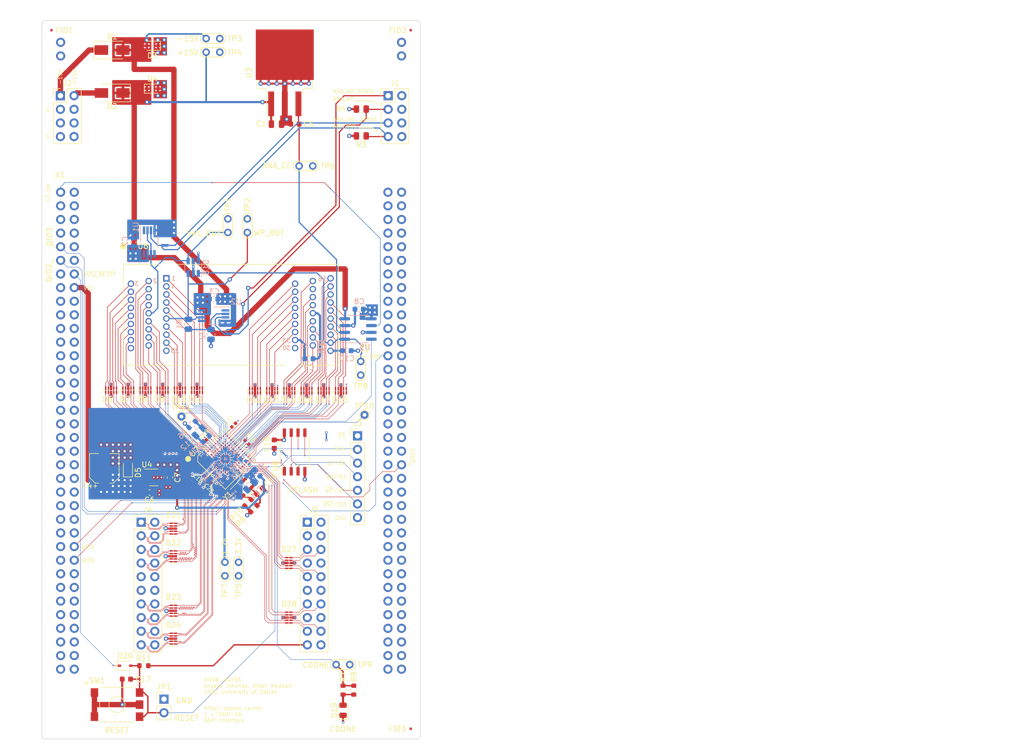
<source format=kicad_pcb>
(kicad_pcb (version 20211014) (generator pcbnew)
  (layers (0 "F.Cu" signal) (1 "In1.Cu" signal) (2 "In2.Cu" signal) (31 "B.Cu" signal) (34 "B.Paste" user) (35 "F.Paste" user) (36 "B.SilkS" user "B.Silkscreen") (37 "F.SilkS" user "F.Silkscreen") (38 "B.Mask" user) (39 "F.Mask" user) (44 "Edge.Cuts" user))
  (net 0 "")
  (net 1 "GND")
  (net 8 "+3.3V")
  (net 13 "+1V2")
  (net 16 "+15V")
  (net 17 "-15V")
  (net 19 "/ANA_CE")
  (net 50 "/-15V_IN")
  (net 52 "/+15V_IN")
  (net 66 "/FPGA/A11")
  (net 67 "/FPGA/A10")
  (net 76 "/FPGA/A9")
  (net 87 "/FPGA/A8")
  (net 92 "/FPGA/A23")
  (net 99 "/FPGA/A22")
  (net 106 "/FPGA/A21")
  (net 109 "/FPGA/A20")
  (net 121 "Net-(R1-Pad2)")
  (net 130 "/~{CE}")
  (net 138 "/CE_SW")
  (net 139 "/FPGA/A7")
  (net 142 "/FPGA/A6")
  (net 144 "/FPGA/A5")
  (net 146 "/FPGA/A4")
  (net 148 "/FPGA/A19")
  (net 149 "/FPGA/A18")
  (net 150 "/FPGA/A17")
  (net 151 "/FPGA/A16")
  (net 154 "/FPGA/A3")
  (net 156 "/FPGA/A2")
  (net 157 "/FPGA/A1")
  (net 158 "/FPGA/A0")
  (net 159 "/FPGA/A15")
  (net 160 "/FPGA/A14")
  (net 161 "/FPGA/A13")
  (net 162 "/FPGA/A12")
  (net 163 "/RY{slash}~{BY}")
  (net 164 "/FPGA/DQ0")
  (net 165 "/FPGA/DQ1")
  (net 166 "/FPGA/DQ2")
  (net 167 "/FPGA/DQ3")
  (net 168 "/FC.~{OE}")
  (net 169 "/FC.~{WE}")
  (net 170 "/FC.~{BYTE}")
  (net 171 "/FPGA/DQ4")
  (net 172 "/FPGA/DQ5")
  (net 173 "/FPGA/DQ6")
  (net 174 "/FPGA/DQ7")
  (net 175 "/FC.~{CE}")
  (net 176 "/WP_BUF")
  (net 177 "/VWL_BUF")
  (net 178 "/FPGA/DQ8")
  (net 179 "/FPGA/DQ9")
  (net 180 "/FPGA/DQ10")
  (net 181 "/FPGA/DQ11")
  (net 182 "/FPGA/DQ12")
  (net 183 "/FPGA/DQ13")
  (net 184 "/FPGA/DQ14")
  (net 185 "/FPGA/DQ15")
  (net 186 "/~{MCU_RESET}")
  (net 187 "/FPGA/VCCPLL0")
  (net 188 "/FPGA/GNDPLL0")
  (net 189 "/FPGA/VCCPLL1")
  (net 190 "/FPGA/GNDPLL1")
  (net 191 "/FPGA/IOL_5+")
  (net 192 "/FPGA/IOL_5-")
  (net 193 "/FPGA/IOL_9+")
  (net 194 "/FPGA/IOL_9-")
  (net 195 "/FPGA/IOL_12+")
  (net 196 "/FPGA/CLK_VDD")
  (net 197 "/FPGA/IOL_12-")
  (net 198 "/FPGA/IOL_13+")
  (net 199 "/FPGA/IOL_13-")
  (net 200 "/FPGA/IOL_14+")
  (net 201 "/FPGA/IOL_14-")
  (net 202 "/FPGA/IOB_73")
  (net 203 "/FPGA/IOB_74")
  (net 204 "/FPGA/IOL_18+")
  (net 205 "/FPGA/IOB_82_GBIN4")
  (net 206 "/FPGA/IOL_18-")
  (net 207 "/FPGA/IOL_23+")
  (net 208 "/FPGA/IOB_87")
  (net 209 "/FPGA/IOL_23-")
  (net 210 "/FPGA/IOL_25+")
  (net 211 "/FPGA/~{CRESET}")
  (net 212 "/FPGA/IOB_89")
  (net 213 "/ANA_WP_SENSE")
  (net 214 "/ANA_WP")
  (net 215 "/ANA_VWL_SENSE")
  (net 216 "/ANA_VWL")
  (net 217 "/FPGA/FLASH.~{CS}")
  (net 218 "/FPGA/FLASH.SCK")
  (net 219 "/FPGA/FLASH.DI_IO0")
  (net 220 "/FPGA/FLASH.DO_IO1")
  (net 221 "/FPGA/FLASH.~{WP}_IO2")
  (net 222 "/FPGA/FLASH.~{RST}_IO3")
  (net 223 "/FPGA/IOB_91")
  (net 225 "/FPGA/CDONE")
  (net 229 "/FPGA/A25")
  (net 230 "/FPGA/A24")
  (net 236 "/FPGA/IOB_103_CBSEL0")
  (net 237 "/QSPI.IO2")
  (net 238 "/QSPI.~{CS}")
  (net 239 "/QSPI.IO3")
  (net 240 "/QSPI.SCK")
  (net 241 "/FPGA/IOB_104_CBSEL1")
  (net 242 "/QSPI.IO1")
  (net 243 "/QSPI.IO0")
  (net 244 "/FPGA/FPGA_CLK")
  (net 253 "/FPGA/IOL_25-")
  (net 254 "Net-(D19-Pad2)")
  (net 255 "Net-(R10-Pad1)")
  (net 257 "/FPGA/IOR_109")
  (net 266 "/FPGA/IOT_188")
  (footprint "TestPoint:TestPoint_2Pads_Pitch2.54mm_Drill0.8mm" (layer "F.Cu") (at 97.14 144.46 -90)
    (fp_text reference "TP5")
    (fp_text value "3.3V")
  )
  (footprint "Package_DFN_QFN:Diodes_UDFN-10_1.0x2.5mm_P0.5mm" (layer "F.Cu") (at 106.6 112.5 -90)
    (fp_text reference "D14")
    (fp_text value "PESD4USB3B_TBS" hide)
  )
  (footprint "TestPoint:TestPoint_2Pads_Pitch2.54mm_Drill0.8mm" (layer "F.Cu") (at 108.42 70.61)
    (fp_text reference "TP6")
    (fp_text value "ANA_CE")
  )
  (footprint "Package_DFN_QFN:Diodes_UDFN-10_1.0x2.5mm_P0.5mm" (layer "F.Cu") (at 83 112.4 -90)
    (fp_text reference "D9")
    (fp_text value "PESD4USB3B_TBS" hide)
  )
  (footprint "Package_DFN_QFN:Diodes_UDFN-10_1.0x2.5mm_P0.5mm" (layer "F.Cu") (at 85 153.5)
    (fp_text reference "D23")
    (fp_text value "PESD4USB3B_TBS")
  )
  (footprint "Connector_PinHeader_2.54mm:PinHeader_2x04_P2.54mm_Vertical" (layer "F.Cu") (at 125 57.51)
    (fp_text reference "J1")
    (fp_text value "0.1\" Female Long Tail" hide)
  )
  (footprint "Capacitor_SMD:C_0603_1608Metric" (layer "F.Cu") (at 84.36 128.66 -90)
    (fp_text reference "C7")
    (fp_text value "1uF")
  )
  (footprint "Capacitor_SMD:C_0603_1608Metric" (layer "F.Cu") (at 80.56 131.46)
    (fp_text reference "C6")
    (fp_text value "1uF")
  )
  (footprint "Fiducial:Fiducial_0.5mm_Mask1mm" (layer "F.Cu") (at 62.3 45.3)
    (fp_text reference "FID1")
    (fp_text value "Fiducial")
  )
  (footprint "Package_DFN_QFN:Diodes_UDFN-10_1.0x2.5mm_P0.5mm" (layer "F.Cu") (at 76.6 112.4 -90)
    (fp_text reference "D7")
    (fp_text value "PESD4USB3B_TBS" hide)
  )
  (footprint "Package_DFN_QFN:Diodes_UDFN-10_1.0x2.5mm_P0.5mm" (layer "F.Cu") (at 103.4 112.5 -90)
    (fp_text reference "D13")
    (fp_text value "PESD4USB3B_TBS" hide)
  )
  (footprint "Capacitor_SMD:C_0402_1005Metric" (layer "F.Cu") (at 90.393901 128.04509 -45)
    (fp_text reference "C18")
    (fp_text value "0.1uF")
  )
  (footprint "Package_DFN_QFN:Diodes_UDFN-10_1.0x2.5mm_P0.5mm" (layer "F.Cu") (at 85 138.2)
    (fp_text reference "D21")
    (fp_text value "PESD4USB3B_TBS")
  )
  (footprint "Resistor_SMD:R_0603_1608Metric" (layer "F.Cu") (at 98.893324 133.376675 -135)
    (fp_text reference "R10")
    (fp_text value "10k")
  )
  (footprint "Capacitor_SMD:C_0402_1005Metric" (layer "F.Cu") (at 92.324302 129.975492 -45)
    (fp_text reference "C23")
    (fp_text value "0.1uF")
  )
  (footprint "Package_DFN_QFN:Diodes_UDFN-10_1.0x2.5mm_P0.5mm" (layer "F.Cu") (at 86.2 112.4 -90)
    (fp_text reference "D10")
    (fp_text value "PESD4USB3B_TBS" hide)
  )
  (footprint "Connector_PinHeader_2.54mm:PinHeader_2x04_P2.54mm_Vertical" (layer "F.Cu") (at 63.96 57.51)
    (fp_text reference "J2")
    (fp_text value "0.1\" Female Long Tail" hide)
  )
  (footprint "Package_DFN_QFN:Diodes_UDFN-10_1.0x2.5mm_P0.5mm" (layer "F.Cu") (at 106.5 144.6)
    (fp_text reference "D27")
    (fp_text value "PESD4USB3B_TBS")
  )
  (footprint "Package_DFN_QFN:Diodes_UDFN-10_1.0x2.5mm_P0.5mm" (layer "F.Cu") (at 73.4 112.4 -90)
    (fp_text reference "D6")
    (fp_text value "PESD4USB3B_TBS")
  )
  (footprint "TestPoint:TestPoint_2Pads_Pitch2.54mm_Drill0.8mm" (layer "F.Cu") (at 117.85 163.55 180)
    (fp_text reference "TP9")
    (fp_text value "CDONE")
  )
  (footprint "Resistor_SMD:R_0603_1608Metric" (layer "F.Cu") (at 79.5 163.75)
    (fp_text reference "R11")
    (fp_text value "10k")
  )
  (footprint "LED_SMD:LED_0805_2012Metric" (layer "F.Cu") (at 116.6 172.05 90)
    (fp_text reference "D19")
    (fp_text value "GREEN")
  )
  (footprint "Connector_PinHeader_2.54mm:PinHeader_1x02_P2.54mm_Vertical" (layer "F.Cu") (at 83.25 169.975)
    (fp_text reference "JP1")
    (fp_text value "0.1\" Header" hide)
  )
  (footprint "Resistor_SMD:R_0805_2012Metric" (layer "F.Cu") (at 120 60 180)
    (fp_text reference "R4")
    (fp_text value "1M")
  )
  (footprint "Package_TO_SOT_SMD:SOT-23-5" (layer "F.Cu") (at 97.98257 130.723611 45)
    (fp_text reference "Y1")
    (fp_text value "SiT2001")
  )
  (footprint "Capacitor_SMD:C_0603_1608Metric" (layer "F.Cu") (at 101.05 131.22 -135)
    (fp_text reference "C15")
    (fp_text value "1uF")
  )
  (footprint "NISoC-Socket:Socket_TSOP-56" (layer "F.Cu") (at 77.094258 92.549258)
    (fp_text reference "U6")
    (fp_text value "S29GL01GP")
  )
  (footprint "Fiducial:Fiducial_0.5mm_Mask1mm" (layer "F.Cu") (at 129.2 175.5)
    (fp_text reference "FID3")
    (fp_text value "Fiducial")
  )
  (footprint "Capacitor_SMD:C_0603_1608Metric" (layer "F.Cu") (at 103.79 122.44 90)
    (fp_text reference "C16")
    (fp_text value "0.1uF")
  )
  (footprint "Capacitor_SMD:C_0603_1608Metric" (layer "F.Cu") (at 107.65 62.8 180)
    (fp_text reference "C5")
    (fp_text value "0.1uF")
  )
  (footprint "Package_DFN_QFN:Diodes_UDFN-10_1.0x2.5mm_P0.5mm" (layer "F.Cu") (at 85 158.7)
    (fp_text reference "D24")
    (fp_text value "PESD4USB3B_TBS" hide)
  )
  (footprint "Capacitor_SMD:C_0603_1608Metric" (layer "F.Cu") (at 76.25 166.25 180)
    (fp_text reference "C17")
    (fp_text value "0.1uF")
  )
  (footprint "Resistor_SMD:R_0603_1608Metric" (layer "F.Cu") (at 118.6 168.3 90)
    (fp_text reference "R9")
    (fp_text value "10k")
  )
  (footprint "Diode_SMD:D_SMA" (layer "F.Cu") (at 73.6 57 180)
    (fp_text reference "D2")
    (fp_text value "S1G")
  )
  (footprint "Resistor_SMD:R_0603_1608Metric" (layer "F.Cu") (at 99.98934 134.472691 45)
    (fp_text reference "R8")
    (fp_text value "5")
  )
  (footprint "Capacitor_SMD:C_0402_1005Metric" (layer "F.Cu") (at 91.489916 121.306363 45)
    (fp_text reference "C19")
    (fp_text value "0.1uF")
  )
  (footprint "Package_TO_SOT_SMD:TO-263-3_TabPin2" (layer "F.Cu") (at 105.75 53.25 90)
    (fp_text reference "U3")
    (fp_text value "NCV7800")
  )
  (footprint "Package_DFN_QFN:Diodes_UDFN-10_1.0x2.5mm_P0.5mm" (layer "F.Cu") (at 85 143.35)
    (fp_text reference "D22")
    (fp_text value "PESD4USB3B_TBS" hide)
  )
  (footprint "Resistor_SMD:R_0603_1608Metric" (layer "F.Cu") (at 116.6 168.3 90)
    (fp_text reference "R7")
    (fp_text value "10k")
  )
  (footprint "Package_DFN_QFN:Diodes_UDFN-10_1.0x2.5mm_P0.5mm" (layer "F.Cu") (at 89.4 112.3875 -90)
    (fp_text reference "D11")
    (fp_text value "PESD4USB3B_TBS" hide)
  )
  (footprint "TestPoint:TestPoint_2Pads_Pitch2.54mm_Drill0.8mm" (layer "F.Cu") (at 119.9 109.58 90)
    (fp_text reference "TP8")
    (fp_text value "~{CE}")
  )
  (footprint "Package_DFN_QFN:Diodes_UDFN-10_1.0x2.5mm_P0.5mm" (layer "F.Cu") (at 106.5 154.775)
    (fp_text reference "D28")
    (fp_text value "PESD4USB3B_TBS" hide)
  )
  (footprint "Connector_PinHeader_2.54mm:PinHeader_2x10_P2.54mm_Vertical" (layer "F.Cu") (at 79 137)
    (fp_text reference "J4")
    (fp_text value "Conn_02x10_Odd_Even" hide)
  )
  (footprint "Package_DFN_QFN:Diodes_UDFN-10_1.0x2.5mm_P0.5mm" (layer "F.Cu") (at 100.2 112.5 -90)
    (fp_text reference "D12")
    (fp_text value "PESD4USB3B_TBS")
  )
  (footprint "TestPoint:TestPoint_2Pads_Pitch2.54mm_Drill0.8mm" (layer "F.Cu") (at 91.1 49.4)
    (fp_text reference "TP4")
    (fp_text value "+15V")
  )
  (footprint "Connector_PinHeader_2.54mm:PinHeader_1x07_P2.54mm_Vertical" (layer "F.Cu") (at 119.3 120.9)
    (fp_text reference "J3")
    (fp_text value "Conn_01x07")
  )
  (footprint "TestPoint:TestPoint_2Pads_Pitch2.54mm_Drill0.8mm" (layer "F.Cu") (at 94.6 147 90)
    (fp_text reference "TP7")
    (fp_text value "1.2V")
  )
  (footprint "Diode_SMD:D_SOD-323" (layer "F.Cu") (at 76 163.75)
    (fp_text reference "D20")
    (fp_text value "D")
  )
  (footprint "TestPoint:TestPoint_THTPad_D1.5mm_Drill0.7mm" (layer "F.Cu") (at 120.6 117)
    (fp_text reference "TP10")
    (fp_text value "IOR_109")
  )
  (footprint "TestPoint:TestPoint_2Pads_Pitch2.54mm_Drill0.8mm" (layer "F.Cu") (at 98.775 83 90)
    (fp_text reference "TP2")
    (fp_text value "WP_BUF")
  )
  (footprint "Package_DFN_QFN:Diodes_UDFN-10_1.0x2.5mm_P0.5mm" (layer "F.Cu") (at 79.8 112.4 -90)
    (fp_text reference "D8")
    (fp_text value "PESD4USB3B_TBS" hide)
  )
  (footprint "TestPoint:TestPoint_2Pads_Pitch2.54mm_Drill0.8mm" (layer "F.Cu") (at 95.15 83 90)
    (fp_text reference "TP1")
    (fp_text value "VWL_BUF")
  )
  (footprint "Package_DFN_QFN:Diodes_UDFN-10_1.0x2.5mm_P0.5mm" (layer "F.Cu") (at 116.2 112.5 -90)
    (fp_text reference "D15")
    (fp_text value "PESD4USB3B_TBS" hide)
  )
  (footprint "Resistor_SMD:R_0805_2012Metric" (layer "F.Cu") (at 120 65 180)
    (fp_text reference "R3")
    (fp_text value "1M")
  )
  (footprint "Capacitor_SMD:C_0402_1005Metric" (layer "F.Cu") (at 98.688263 122.112464 -45)
    (fp_text reference "C25")
    (fp_text value "0.1uF")
  )
  (footprint "Diode_SMD:D_SOD-323" (layer "F.Cu") (at 81.1 56.2)
    (fp_text reference "D4")
    (fp_text value "18V")
  )
  (footprint "NISoC-Socket:ST_Morpho_Connector_144_STLink_MountingHoles" (layer "F.Cu") (at 64 75.5)
    (fp_text reference "X1")
    (fp_text value "NUCLEO144-ZIO")
  )
  (footprint "NISoC-Socket:TE_1-1571636-0" (layer "F.Cu") (at 74.5 171)
    (fp_text reference "SW1")
    (fp_text value "Push Button")
  )
  (footprint "Capacitor_SMD:CP_Elec_5x5.3" (layer "F.Cu") (at 72.13 126.96 90)
    (fp_text reference "C4")
    (fp_text value "47uF 16V")
  )
  (footprint "TestPoint:TestPoint_2Pads_Pitch2.54mm_Drill0.8mm" (layer "F.Cu") (at 91.1 46.86)
    (fp_text reference "TP3")
    (fp_text value "-15V")
  )
  (footprint "TestPoint:TestPoint_THTPad_D1.5mm_Drill0.7mm" (layer "F.Cu") (at 86.5 117.3)
    (fp_text reference "TP11")
    (fp_text value "IOT_188")
  )
  (footprint "Diode_SMD:D_SOD-323" (layer "F.Cu") (at 81.1 48.2 180)
    (fp_text reference "D3")
    (fp_text value "18V")
  )
  (footprint "Capacitor_SMD:C_0402_1005Metric" (layer "F.Cu") (at 96.220589 118.909411 45)
    (fp_text reference "C27")
    (fp_text value "0.1uF")
  )
  (footprint "Package_DFN_QFN:Diodes_UDFN-10_1.0x2.5mm_P0.5mm" (layer "F.Cu") (at 113 112.5 -90)
    (fp_text reference "D17")
    (fp_text value "PESD4USB3B_TBS" hide)
  )
  (footprint "Package_SO:SOIC-8_5.23x5.23mm_P1.27mm" (layer "F.Cu") (at 107.58 123.91 90)
    (fp_text reference "U8")
    (fp_text value "W25Q128JVS")
  )
  (footprint "Package_DFN_QFN:Diodes_UDFN-10_1.0x2.5mm_P0.5mm" (layer "F.Cu") (at 109.8 112.5 -90)
    (fp_text reference "D16")
    (fp_text value "PESD4USB3B_TBS" hide)
  )
  (footprint "Connector_PinHeader_2.54mm:PinHeader_2x10_P2.54mm_Vertical" (layer "F.Cu") (at 109.95 137)
    (fp_text reference "J5")
    (fp_text value "Conn_02x10_Odd_Even" hide)
  )
  (footprint "Fiducial:Fiducial_0.5mm_Mask1mm" (layer "F.Cu") (at 129.2 45.3)
    (fp_text reference "FID2")
    (fp_text value "Fiducial")
  )
  (footprint "Diode_SMD:D_SMA" (layer "F.Cu") (at 73.6 49)
    (fp_text reference "D1")
    (fp_text value "S1G")
  )
  (footprint "NISoC-Socket:Lattice_CB132-iCE" (layer "F.Cu") (at 94.668361 125.206056 45)
    (fp_text reference "U7")
    (fp_text value "Lattice_HX8K-CB132")
  )
  (footprint "Diode_SMD:D_SOD-323" (layer "F.Cu") (at 76.53 127.06 90)
    (fp_text reference "D5")
    (fp_text value "5.1V")
  )
  (footprint "Capacitor_SMD:C_0805_2012Metric" (layer "F.Cu") (at 104.2 62.8)
    (fp_text reference "C1")
    (fp_text value "0.33uF")
  )
  (footprint "Package_TO_SOT_SMD:TSOT-23-5" (layer "F.Cu") (at 81.36 128.66)
    (fp_text reference "U4")
    (fp_text value "NCV8114ASN120T1G")
  )
  (footprint "Capacitor_SMD:C_0603_1608Metric" (layer "B.Cu") (at 110.235 106.53 180)
    (fp_text reference "C9")
    (fp_text value "0.1uF")
  )
  (footprint "Capacitor_SMD:C_0402_1005Metric" (layer "B.Cu") (at 96.213389 131.347279 -45)
    (fp_text reference "C21")
    (fp_text value "0.1uF")
  )
  (footprint "Capacitor_SMD:C_0402_1005Metric" (layer "B.Cu") (at 95.612349 124.26914 135)
    (fp_text reference "C20")
    (fp_text value "0.1uF" hide)
  )
  (footprint "Capacitor_SMD:C_0402_1005Metric" (layer "B.Cu") (at 94.063785 129.466375 -135)
    (fp_text reference "C30")
    (fp_text value "0.1uF")
  )
  (footprint "Capacitor_SMD:C_0805_2012Metric" (layer "B.Cu") (at 89.785789 120.167921 -135)
    (fp_text reference "C12")
    (fp_text value "10uF")
  )
  (footprint "Capacitor_SMD:C_0603_1608Metric" (layer "B.Cu") (at 119.6 97.3)
    (fp_text reference "C8")
    (fp_text value "0.1uF")
  )
  (footprint "Package_SO:VSSOP-8_3.0x3.0mm_P0.65mm" (layer "B.Cu") (at 80.5 84.8 -90)
    (fp_text reference "U1")
    (fp_text value "OPA189ID")
  )
  (footprint "Capacitor_SMD:C_0402_1005Metric" (layer "B.Cu") (at 98.815542 125.930841 -45)
    (fp_text reference "C29")
    (fp_text value "0.1uF")
  )
  (footprint "Capacitor_SMD:C_0805_2012Metric" (layer "B.Cu") (at 99.345872 130.251263 -135)
    (fp_text reference "C11")
    (fp_text value "10uF")
  )
  (footprint "NetTie:NetTie-2_SMD_Pad0.5mm" (layer "B.Cu") (at 83.4 85.4 180)
    (fp_text reference "NT1" hide)
    (fp_text value "NetTie_2" hide)
  )
  (footprint "Resistor_SMD:R_0805_2012Metric" (layer "B.Cu") (at 87.8 100.1 -90)
    (fp_text reference "R1")
    (fp_text value "1K")
  )
  (footprint "Capacitor_SMD:C_0603_1608Metric" (layer "B.Cu") (at 92.5 95.4)
    (fp_text reference "C3")
    (fp_text value "0.1uF")
  )
  (footprint "NetTie:NetTie-2_SMD_Pad0.5mm" (layer "B.Cu") (at 95.3 101.9)
    (fp_text reference "NT2" hide)
    (fp_text value "NetTie_2" hide)
  )
  (footprint "Resistor_SMD:R_0603_1608Metric" (layer "B.Cu") (at 100.533812 127.804674 135)
    (fp_text reference "R5")
    (fp_text value "100")
  )
  (footprint "Capacitor_SMD:C_0603_1608Metric" (layer "B.Cu") (at 91.101007 121.468997 -135)
    (fp_text reference "C14")
    (fp_text value "0.1uF")
  )
  (footprint "Capacitor_SMD:C_0402_1005Metric" (layer "B.Cu") (at 95.605277 126.142973 45)
    (fp_text reference "C22")
    (fp_text value "0.1uF" hide)
  )
  (footprint "Package_SO:VSSOP-8_3.0x3.0mm_P0.65mm" (layer "B.Cu") (at 92.5 98.5 180)
    (fp_text reference "U2")
    (fp_text value "OPA189ID")
  )
  (footprint "Capacitor_SMD:C_0603_1608Metric" (layer "B.Cu") (at 77.5 84.8 90)
    (fp_text reference "C2")
    (fp_text value "0.1uF")
  )
  (footprint "Capacitor_SMD:C_0603_1608Metric" (layer "B.Cu") (at 98.07308 128.936045 -135)
    (fp_text reference "C13")
    (fp_text value "0.1uF")
  )
  (footprint "Resistor_SMD:R_0603_1608Metric" (layer "B.Cu") (at 88.5 118.8 45)
    (fp_text reference "R6")
    (fp_text value "100")
  )
  (footprint "Capacitor_SMD:C_0603_1608Metric" (layer "B.Cu") (at 117.325 105.04)
    (fp_text reference "C10")
    (fp_text value "0.1uF")
  )
  (footprint "Package_SO:SOIC-8_3.9x4.9mm_P1.27mm" (layer "B.Cu") (at 119.4 100.99)
    (fp_text reference "U5")
    (fp_text value "DG419LDY")
  )
  (footprint "Capacitor_SMD:C_0402_1005Metric" (layer "B.Cu") (at 93.731445 126.150877 -45)
    (fp_text reference "C24")
    (fp_text value "0.1uF" hide)
  )
  (footprint "Capacitor_SMD:C_0402_1005Metric" (layer "B.Cu") (at 93.724373 124.262069 -135)
    (fp_text reference "C26")
    (fp_text value "0.1uF" hide)
  )
  (footprint "Resistor_SMD:R_0805_2012Metric" (layer "B.Cu") (at 92 102 -90)
    (fp_text reference "R2")
    (fp_text value "1K")
  )
  (footprint "Capacitor_SMD:C_0402_1005Metric" (layer "B.Cu") (at 90.464611 124.551983 135)
    (fp_text reference "C28")
    (fp_text value "0.1uF")
  )
  (footprint "Package_TO_SOT_SMD:SOT-23-6" (layer "B.Cu") (at 88.7 89.5 90)
    (fp_text reference "D18")
    (fp_text value "ESDA25-4BP6")
  )
  (gr_line (start 62.6 85.6) (end 62.6 85.1) (layer "F.SilkS") (width 0.15))
  (gr_line (start 122.1 63.5) (end 123 64.1) (layer "F.SilkS") (width 0.15))
  (gr_line (start 119.5 63.5) (end 122.1 63.5) (layer "F.SilkS") (width 0.15))
  (gr_line (start 62.9 85.6) (end 62.6 85.6) (layer "F.SilkS") (width 0.15))
  (gr_line (start 62.85 88.2) (end 62.55 88.2) (layer "F.SilkS") (width 0.15))
  (gr_line (start 118.8 58.5) (end 122.1 58.5) (layer "F.SilkS") (width 0.15))
  (gr_line (start 129 126.35) (end 129 125.85) (layer "F.SilkS") (width 0.15))
  (gr_line (start 62.55 88.75) (end 62.55 88.2) (layer "F.SilkS") (width 0.15))
  (gr_line (start 129 126.35) (end 128.7 126.35) (layer "F.SilkS") (width 0.15))
  (gr_line (start 122.1 58.5) (end 123 59.1) (layer "F.SilkS") (width 0.15))
  (gr_arc (start 130.47 43.51) (mid 130.853371 43.67797) (end 131 44.07) (layer "Edge.Cuts") (width 0.1))
  (gr_arc (start 131 176.86) (mid 130.838909 177.248909) (end 130.45 177.41) (layer "Edge.Cuts") (width 0.1))
  (gr_line (start 131 44.07) (end 131 176.86) (layer "Edge.Cuts") (width 0.1))
  (gr_arc (start 61.03 177.41) (mid 60.650197 177.245628) (end 60.5 176.86) (layer "Edge.Cuts") (width 0.1))
  (gr_arc (start 60.5 44.06) (mid 60.661091 43.671091) (end 61.05 43.51) (layer "Edge.Cuts") (width 0.1))
  (gr_line (start 61.05 43.51) (end 130.47 43.51) (layer "Edge.Cuts") (width 0.1))
  (gr_line (start 60.5 44.06) (end 60.5 176.86) (layer "Edge.Cuts") (width 0.1))
  (gr_line (start 130.45 177.41) (end 61.03 177.41) (layer "Edge.Cuts") (width 0.1))
  (gr_text "ANA_VWL" (at 114.7 63.2) (layer "F.SilkS") (effects (font (size 0.7 0.7) (thickness 0.1)) (justify left)))
  (gr_text "CE_SW" (at 61.59 75.55 90) (layer "F.SilkS") (effects (font (size 0.7 0.7) (thickness 0.1))))
  (gr_text "QIO2" (at 61.8 90.53 90) (layer "F.SilkS") (effects (font (size 1 1))))
  (gr_text "~{RST}/IO3" (at 117.3 133.7) (layer "F.SilkS") (effects (font (size 0.7 0.7) (thickness 0.1)) (justify right)))
  (gr_text "CFLASH" (at 109.2 131) (layer "F.SilkS") (effects (font (size 1 1))))
  (gr_text "NR1B-SQT56\nAngela Jimenez, Aidan Medcalf\n2022 University of Dallas" (at 90.6 167.5) (layer "F.SilkS") (effects (font (size 0.7 0.7) (thickness 0.1)) (justify left)))
  (gr_text "CDONE" (at 116.6 175.55) (layer "F.SilkS") (effects (font (size 1 1))))
  (gr_text "QIO1" (at 69.1 141.6) (layer "F.SilkS") (effects (font (size 0.7 0.7) (thickness 0.1))))
  (gr_text "GND" (at 117.3 136.2) (layer "F.SilkS") (effects (font (size 0.7 0.7) (thickness 0.1)) (justify right)))
  (gr_text "+15V" (at 66.6 54 90) (layer "F.SilkS") (effects (font (size 0.7 0.7) (thickness 0.1))))
  (gr_text "~{CS}" (at 117.1 120.9) (layer "F.SilkS") (effects (font (size 0.7 0.7) (thickness 0.1)) (justify right)))
  (gr_text "SCK" (at 117.1 123.3) (layer "F.SilkS") (effects (font (size 0.7 0.7) (thickness 0.1)) (justify right)))
  (gr_text "RESET" (at 74.5 175.75) (layer "F.SilkS") (effects (font (size 1 1))))
  (gr_text "NISoC socket carrier\n1 x TSOP-56\nQSPI interface" (at 90.6 172.8) (layer "F.SilkS") (effects (font (size 0.7 0.7) (thickness 0.1)) (justify left)))
  (gr_text "ANA_WP_SENSE" (at 114.7 56.7) (layer "F.SilkS") (effects (font (size 0.7 0.7) (thickness 0.1)) (justify left)))
  (gr_text "QSCK" (at 129.6 124.6 90) (layer "F.SilkS") (effects (font (size 0.7 0.7) (thickness 0.1))))
  (gr_text "DO/IO1" (at 117.3 128.5) (layer "F.SilkS") (effects (font (size 0.7 0.7) (thickness 0.1)) (justify right)))
  (gr_text "RESET" (at 87.5 173.5) (layer "F.SilkS") (effects (font (size 1 1))))
  (gr_text "GND" (at 87 170.25) (layer "F.SilkS") (effects (font (size 1 1))))
  (gr_text "G" (at 61.6 65.1) (layer "F.SilkS") (effects (font (size 0.7 0.7) (thickness 0.1))))
  (gr_text "QIO3" (at 61.9 83.8 90) (layer "F.SilkS") (effects (font (size 1 1))))
  (gr_text "~{QCS}" (at 122.6 106.2) (layer "F.SilkS") (effects (font (size 0.6 0.7) (thickness 0.1))))
  (gr_text "~{MCU_RESET}" (at 71.3 90.9) (layer "F.SilkS") (effects (font (size 0.7 0.7) (thickness 0.1))))
  (gr_text "-15V" (at 63.9 54 90) (layer "F.SilkS") (effects (font (size 0.7 0.7) (thickness 0.1))))
  (gr_text "QIO0" (at 69.1 144.1) (layer "F.SilkS") (effects (font (size 0.7 0.7) (thickness 0.1))))
  (gr_text "~{WP}/IO2" (at 117.3 131.1) (layer "F.SilkS") (effects (font (size 0.7 0.7) (thickness 0.1)) (justify right)))
  (gr_text "VCC" (at 69.3 93.4) (layer "F.SilkS") (effects (font (size 0.7 0.7) (thickness 0.1))))
  (gr_text "ANA_WP" (at 114.7 58.1) (layer "F.SilkS") (effects (font (size 0.7 0.7) (thickness 0.1)) (justify left)))
  (gr_text "DI/IO0" (at 117.2 126) (layer "F.SilkS") (effects (font (size 0.7 0.7) (thickness 0.1)) (justify right)))
  (gr_text "G" (at 61.6 60.1) (layer "F.SilkS") (effects (font (size 0.7 0.7) (thickness 0.1))))
  (gr_text "ANA_VWL_SENSE" (at 114.7 61.9) (layer "F.SilkS") (effects (font (size 0.7 0.7) (thickness 0.1)) (justify left)))
  (segment (start 110.25 55.25) (end 110.25 54.375) (width 0.4) (layer "F.Cu") (net 1))
  (segment (start 84.65 143.35) (end 83.55 143.35) (width 0.4) (layer "F.Cu") (net 1))
  (segment (start 84.65 138.2) (end 83.6 138.2) (width 0.4) (layer "F.Cu") (net 1))
  (segment (start 70.2963 168.7521) (end 70.2963 173.2479) (width 1) (layer "F.Cu") (net 1))
  (segment (start 97.496788 123.438289) (end 98.483203 122.451875) (width 0.0762) (layer "F.Cu") (net 1))
  (segment (start 94.668361 125.559609) (end 95.019609 125.559609) (width 0.0762) (layer "F.Cu") (net 1))
  (segment (start 105.75 61.55) (end 106.1 61.9) (width 1) (layer "F.Cu") (net 1))
  (segment (start 90.715499 128.384501) (end 90.3 128.8) (width 0.0762) (layer "F.Cu") (net 1))
  (segment (start 117.2 112.1125) (end 117.2 112.8875) (width 0.0762) (layer "F.Cu") (net 1))
  (segment (start 95.021914 124.858086) (end 95.021914 125.206056) (width 0.0762) (layer "F.Cu") (net 1))
  (segment (start 90.733312 128.080445) (end 90.733312 128.384501) (width 0.0762) (layer "F.Cu") (net 1))
  (segment (start 93.879937 128.469354) (end 93.879937 128.476425) (width 0.0762) (layer "F.Cu") (net 1))
  (segment (start 94.314808 125.206056) (end 94.668361 125.206056) (width 0.0762) (layer "F.Cu") (net 1))
  (segment (start 90.733312 128.384501) (end 90.715499 128.384501) (width 0.0762) (layer "F.Cu") (net 1))
  (segment (start 95.021914 125.206056) (end 94.668361 125.206056) (width 0.0762) (layer "F.Cu") (net 1))
  (segment (start 76.6 112.05) (end 76.6 112.8125) (width 0.1) (layer "F.Cu") (net 1))
  (segment (start 95.379003 125.563145) (end 95.576993 125.563145) (width 0.0762) (layer "F.Cu") (net 1))
  (segment (start 85.4125 153.5) (end 84.65 153.5) (width 0.4) (layer "F.Cu") (net 1))
  (segment (start 83.6 138.2) (end 83.55 138.15) (width 0.4) (layer "F.Cu") (net 1))
  (segment (start 96.56 118.57) (end 97.055 118.075) (width 0.0762) (layer "F.Cu") (net 1))
  (segment (start 95.02545 124.495414) (end 95.02545 124.290353) (width 0.0762) (layer "F.Cu") (net 1))
  (segment (start 101.25 55.25) (end 110.25 55.25) (width 0.4) (layer "F.Cu") (net 1))
  (segment (start 96.436128 128.211128) (end 96.65 128.425) (width 0.0762) (layer "F.Cu") (net 1))
  (segment (start 104.4 112.1125) (end 104.4 111.52) (width 0.0762) (layer "F.Cu") (net 1))
  (segment (start 105.75 59.025) (end 105.75 61.55) (width 1) (layer "F.Cu") (net 1))
  (segment (start 95.375468 125.55961) (end 95.379003 125.563145) (width 0.0762) (layer "F.Cu") (net 1))
  (segment (start 102.75 52.875) (end 105.75 49.875) (width 0.4) (layer "F.Cu") (net 1))
  (segment (start 94.319225 125.559609) (end 94.668361 125.559609) (width 0.0762) (layer "F.Cu") (net 1))
  (segment (start 101.598008 130.671992) (end 101.746992 130.671992) (width 0.4) (layer "F.Cu") (net 1))
  (segment (start 94.314808 125.913163) (end 94.311272 125.916699) (width 0.0762) (layer "F.Cu") (net 1))
  (segment (start 119.0875 60) (end 117.75 60) (width 0.4) (layer "F.Cu") (net 1))
  (segment (start 94.314808 125.206056) (end 94.314808 125.555192) (width 0.0762) (layer "F.Cu") (net 1))
  (segment (start 117.2 111.29) (end 117.21 111.28) (width 0.0762) (layer "F.Cu") (net 1))
  (segment (start 117.2 112.1125) (end 117.2 111.29) (width 0.0762) (layer "F.Cu") (net 1))
  (segment (start 84.65 158.7) (end 83.6 158.7) (width 0.4) (layer "F.Cu") (net 1))
  (segment (start 94.668361 124.852503) (end 94.317497 124.852503) (width 0.0762) (layer "F.Cu") (net 1))
  (segment (start 104.4 112.1125) (end 104.4 112.8875) (width 0.0762) (layer "F.Cu") (net 1))
  (segment (start 94.317497 124.852503) (end 93.961254 124.852503) (width 0.0762) (layer "F.Cu") (net 1))
  (segment (start 83.75 153.5) (end 83.7 153.55) (width 0.4) (layer "F.Cu") (net 1))
  (segment (start 98.483203 122.451875) (end 99.027674 122.451875) (width 0.0762) (layer "F.Cu") (net 1))
  (segment (start 75.475 166.25) (end 75.475 170.975) (width 0.4) (layer "F.Cu") (net 1))
  (segment (start 85.4125 158.7) (end 84.65 158.7) (width 0.4) (layer "F.Cu") (net 1))
  (segment (start 92.900594 122.377629) (end 92.098982 121.576018) (width 0.0762) (layer "F.Cu") (net 1))
  (segment (start 95.021914 124.49895) (end 95.02545 124.495414) (width 0.0762) (layer "F.Cu") (net 1))
  (segment (start 92.663713 130.314903) (end 93.046512 129.932104) (width 0.0762) (layer "F.Cu") (net 1))
  (segment (start 95.016331 124.852503) (end 95.021914 124.858086) (width 0.0762) (layer "F.Cu") (net 1))
  (segment (start 109.485 127.51) (end 109.485 129.005) (width 0.4) (layer "F.Cu") (net 1))
  (segment (start 100.2 112.9125) (end 100.2 112.15) (width 0.4) (layer "F.Cu") (net 1))
  (segment (start 95.75 131.612679) (end 96.506485 130.856194) (width 0.4) (layer "F.Cu") (net 1))
  (segment (start 70.3426 171) (end 70.2963 170.9537) (width 1) (layer "F.Cu") (net 1))
  (segment (start 94.314808 125.555192) (end 94.319225 125.559609) (width 0.0762) (layer "F.Cu") (net 1))
  (segment (start 75.5 171) (end 70.3426 171) (width 1) (layer "F.Cu") (net 1))
  (segment (start 75.475 170.975) (end 75.5 171) (width 0.4) (layer "F.Cu") (net 1))
  (segment (start 113 112.15) (end 113 112.9125) (width 0.4) (layer "F.Cu") (net 1))
  (segment (start 116.2 112.15) (end 116.2 112.9125) (width 0.4) (layer "F.Cu") (net 1))
  (segment (start 85.4125 143.35) (end 84.65 143.35) (width 0.4) (layer "F.Cu") (net 1))
  (segment (start 94.668361 125.206056) (end 94.668361 125.559609) (width 0.0762) (layer "F.Cu") (net 1))
  (segment (start 110.25 54.375) (end 105.75 49.875) (width 0.4) (layer "F.Cu") (net 1))
  (segment (start 84.65 153.5) (end 83.75 153.5) (width 0.4) (layer "F.Cu") (net 1))
  (segment (start 94.311272 125.916699) (end 94.311272 126.12176) (width 0.0762) (layer "F.Cu") (net 1))
  (segment (start 104.25 51.375) (end 105.75 49.875) (width 0.4) (layer "F.Cu") (net 1))
  (segment (start 97.055 118.075) (end 97.075 118.075) (width 0.0762) (layer "F.Cu") (net 1))
  (segment (start 95.021914 125.557304) (end 95.021914 125.206056) (width 0.0762) (layer "F.Cu") (net 1))
  (segment (start 105.75 55.25) (end 105.75 49.875) (width 1) (layer "F.Cu") (net 1))
  (segment (start 108.75 55.25) (end 108.75 52.875) (width 0.4) (layer "F.Cu") (net 1))
  (segment (start 78.7037 171) (end 75.5 171) (width 1) (layer "F.Cu") (net 1))
  (segment (start 101.25 54.375) (end 105.75 49.875) (width 0.4) (layer "F.Cu") (net 1))
  (segment (start 103.4 112.15) (end 103.4 112.9125) (width 0.4) (layer "F.Cu") (net 1))
  (segment (start 107.25 51.375) (end 105.75 49.875) (width 0.4) (layer "F.Cu") (net 1))
  (segment (start 101.25 55.25) (end 101.25 54.375) (width 0.4) (layer "F.Cu") (net 1))
  (segment (start 95.019609 125.559609) (end 95.375468 125.559609) (width 0.0762) (layer "F.Cu") (net 1))
  (segment (start 94.668361 124.852503) (end 94.668361 125.206056) (width 0.0762) (layer "F.Cu") (net 1))
  (segment (start 105.75 59.025) (end 105.75 55.25) (width 1) (layer "F.Cu") (net 1))
  (segment (start 104.25 55.25) (end 104.25 51.375) (width 0.4) (layer "F.Cu") (net 1))
  (segment (start 109.8 112.15) (end 109.8 112.9125) (width 0.4) (layer "F.Cu") (net 1))
  (segment (start 102.75 55.25) (end 102.75 52.875) (width 0.4) (layer "F.Cu") (net 1))
  (segment (start 93.957719 124.848967) (end 93.759729 124.848967) (width 0.0762) (layer "F.Cu") (net 1))
  (segment (start 94.314808 124.855192) (end 94.317497 124.852503) (width 0.0762) (layer "F.Cu") (net 1))
  (segment (start 93.046512 129.932104) (end 93.046512 129.801715) (width 0.0762) (layer "F.Cu") (net 1))
  (segment (start 96.2 132.55) (end 95.75 132.1) (width 0.4) (layer "F.Cu") (net 1))
  (segment (start 94.314808 128.034484) (end 93.879937 128.469354) (width 0.0762) (layer "F.Cu") (net 1))
  (segment (start 92.098982 121.576018) (end 91.829327 121.306363) (width 0.0762) (layer "F.Cu") (net 1))
  (segment (start 101.746992 130.671992) (end 102.425 131.35) (width 0.4) (layer "F.Cu") (net 1))
  (segment (start 95.021914 124.498949) (end 95.021914 124.858086) (width 0.0762) (layer "F.Cu") (net 1))
  (segment (start 91.829327 121.306363) (end 91.829327 120.966951) (width 0.0762) (layer "F.Cu") (net 1))
  (segment (start 94.314808 125.555192) (end 94.314808 125.913163) (width 0.0762) (layer "F.Cu") (net 1))
  (segment (start 80.2225 128.66) (end 81.36 128.66) (width 0.4) (layer "F.Cu") (net 1))
  (segment (start 103.79 124.19) (end 103.8 124.2) (width 0.4) (layer "F.Cu") (net 1))
  (segment (start 91.839934 126.973823) (end 90.733312 128.080445) (width 0.0762) (layer "F.Cu") (net 1))
  (segment (start 116.6 172.9875) (end 116.6 174.3) (width 0.4) (layer "F.Cu") (net 1))
  (segment (start 96.436128 128.034483) (end 96.436128 128.211128) (width 0.0762) (layer "F.Cu") (net 1))
  (segment (start 94.314808 125.206056) (end 94.314808 124.855192) (width 0.0762) (layer "F.Cu") (net 1))
  (segment (start 95.75 132.1) (end 95.75 131.612679) (width 0.4) (layer "F.Cu") (net 1))
  (segment (start 93.961254 124.852503) (end 93.957719 124.848967) (width 0.0762) (layer "F.Cu") (net 1))
  (segment (start 103.79 123.215) (end 103.79 124.19) (width 0.4) (layer "F.Cu") (net 1))
  (segment (start 107.25 55.25) (end 107.25 51.375) (width 0.4) (layer "F.Cu") (net 1))
  (segment (start 109.485 129.005) (end 109.48 129.01) (width 0.4) (layer "F.Cu") (net 1))
  (segment (start 119.0875 65) (end 117.75 65) (width 0.4) (layer "F.Cu") (net 1))
  (segment (start 94.668361 124.852503) (end 95.016331 124.852503) (width 0.0762) (layer "F.Cu") (net 1))
  (segment (start 106.6 112.15) (end 106.6 112.9125) (width 0.4) (layer "F.Cu") (net 1))
  (segment (start 95.019609 125.559609) (end 95.021914 125.557304) (width 0.0762) (layer "F.Cu") (net 1))
  (segment (start 85.4125 138.2) (end 84.65 138.2) (width 0.4) (layer "F.Cu") (net 1))
  (segment (start 108.75 52.875) (end 105.75 49.875) (width 0.4) (layer "F.Cu") (net 1))
  (via (at 74.83 126.06) (size 0.8) (drill 0.4) (layers "F.Cu" "B.Cu") (net 1))
  (via (at 106.715 111.52) (size 0.2286) (drill 0.0762) (layers "F.Cu" "B.Cu") (net 1))
  (via (at 103.52 113.48) (size 0.2286) (drill 0.0762) (layers "F.Cu" "B.Cu") (net 1))
  (via (at 74.83 123.76) (size 0.8) (drill 0.4) (layers "F.Cu" "B.Cu") (net 1))
  (via (at 103.28 113.72) (size 0.2286) (drill 0.0762) (layers "F.Cu" "B.Cu") (net 1))
  (via (at 76.475 113.615) (size 0.2286) (drill 0.0762) (layers "F.Cu" "B.Cu") (net 1))
  (via (at 100.32 111.28) (size 0.2286) (drill 0.0762) (layers "F.Cu" "B.Cu") (net 1))
  (via (at 83.115 113.62) (size 0.2286) (drill 0.0762) (layers "F.Cu" "B.Cu") (net 1))
  (via (at 103.515 111.28) (size 0.2286) (drill 0.0762) (layers "F.Cu" "B.Cu") (net 1))
  (via (at 116.315 111.28) (size 0.2286) (drill 0.0762) (layers "F.Cu" "B.Cu") (net 1))
  (via (at 82.1 49.5) (size 0.8) (drill 0.4) (layers "F.Cu" "B.Cu") (net 1))
  (via (at 101.25 55.25) (size 0.8) (drill 0.4) (layers "F.Cu" "B.Cu") (net 1))
  (via (at 116.08 113.72) (size 0.2286) (drill 0.0762) (layers "F.Cu" "B.Cu") (net 1))
  (via (at 113.12 113.48) (size 0.2286) (drill 0.0762) (layers "F.Cu" "B.Cu") (net 1))
  (via (at 113.115 111.28) (size 0.2286) (drill 0.0762) (layers "F.Cu" "B.Cu") (net 1))
  (via (at 107.715 154.65) (size 0.2286) (drill 0.0762) (layers "F.Cu" "B.Cu") (net 1))
  (via (at 86.075 113.62) (size 0.2286) (drill 0.0762) (layers "F.Cu" "B.Cu") (net 1))
  (via (at 106.475 111.52) (size 0.2286) (drill 0.0762) (layers "F.Cu" "B.Cu") (net 1))
  (via (at 109.68 113.72) (size 0.2286) (drill 0.0762) (layers "F.Cu" "B.Cu") (net 1))
  (via (at 76.475 111.4) (size 0.2286) (drill 0.0762) (layers "F.Cu" "B.Cu") (net 1))
  (via (at 83.3 56.3) (size 0.8) (drill 0.4) (layers "F.Cu" "B.Cu") (net 1))
  (via (at 100.08 113.72) (size 0.2286) (drill 0.0762) (layers "F.Cu" "B.Cu") (net 1))
  (via (at 79.675 111.405) (size 0.2286) (drill 0.0762) (layers "F.Cu" "B.Cu") (net 1))
  (via (at 89.285 111.4) (size 0.2286) (drill 0.0762) (layers "F.Cu" "B.Cu") (net 1))
  (via (at 103.8 124.2) (size 0.8) (drill 0.4) (layers "F.Cu" "B.Cu") (net 1))
  (via (at 120.29 101.62) (size 0.8) (drill 0.4) (layers "F.Cu" "B.Cu") (net 1))
  (via (at 103.515 111.52) (size 0.2286) (drill 0.0762) (layers "F.Cu" "B.Cu") (net 1))
  (via (at 93.879937 128.476425) (size 0.2286) (drill 0.0762) (layers "F.Cu" "B.Cu") (net 1))
  (via (at 103.28 113.48) (size 0.2286) (drill 0.0762) (layers "F.Cu" "B.Cu") (net 1))
  (via (at 119.39 105.04) (size 0.8) (drill 0.4) (layers "F.Cu" "B.Cu") (net 1))
  (via (at 79.675 113.62) (size 0.2286) (drill 0.0762) (layers "F.Cu" "B.Cu") (net 1))
  (via (at 75.5 171) (size 0.8) (drill 0.4) (layers "F.Cu" "B.Cu") (net 1))
  (via (at 89.525 113.375) (size 0.2286) (drill 0.0762) (layers "F.Cu" "B.Cu") (net 1))
  (via (at 105.515 144.475) (size 0.2286) (drill 0.0762) (layers "F.Cu" "B.Cu") (net 1))
  (via (at 102.75 55.25) (size 0.8) (drill 0.4) (layers "F.Cu" "B.Cu") (net 1))
  (via (at 83.55 143.35) (size 0.8) (drill 0.4) (layers "F.Cu" "B.Cu") (net 1))
  (via (at 86.315 111.165) (size 0.2286) (drill 0.0762) (layers "F.Cu" "B.Cu") (net 1))
  (via (at 82.875 111.165) (size 0.2286) (drill 0.0762) (layers "F.Cu" "B.Cu") (net 1))
  (via (at 116.075 111.52) (size 0.2286) (drill 0.0762) (layers "F.Cu" "B.Cu") (net 1))
  (via (at 106.715 111.28) (size 0.2286) (drill 0.0762) (layers "F.Cu" "B.Cu") (net 1))
  (via (at 112.88 113.72) (size 0.2286) (drill 0.0762) (layers "F.Cu" "B.Cu") (net 1))
  (via (at 88.7 89.4) (size 0.4572) (drill 0.254) (layers "F.Cu" "B.Cu") (net 1))
  (via (at 100.32 111.52) (size 0.2286) (drill 0.0762) (layers "F.Cu" "B.Cu") (net 1))
  (via (at 117.21 111.28) (size 0.2286) (drill 0.0762) (layers "F.Cu" "B.Cu") (net 1))
  (via (at 107.475 154.89) (size 0.2286) (drill 0.0762) (layers "F.Cu" "B.Cu") (net 1))
  (via (at 94.668361 125.206056) (size 0.2286) (drill 0.0762) (layers "F.Cu" "B.Cu") (net 1))
  (via (at 79.915 113.62) (size 0.2286) (drill 0.0762) (layers "F.Cu" "B.Cu") (net 1))
  (via (at 105.275 154.89) (size 0.2286) (drill 0.0762) (layers "F.Cu" "B.Cu") (net 1))
  (via (at 107.715 144.715) (size 0.2286) (drill 0.0762) (layers "F.Cu" "B.Cu") (net 1))
  (via (at 110.25 55.25) (size 0.8) (drill 0.4) (layers "F.Cu" "B.Cu") (net 1))
  (via (at 79.915 113.38) (size 0.2286) (drill 0.0762) (layers "F.Cu" "B.Cu") (net 1))
  (via (at 74.83 124.96) (size 0.8) (drill 0.4) (layers "F.Cu" "B.Cu") (net 1))
  (via (at 83.6 158.7) (size 0.8) (drill 0.4) (layers "F.Cu" "B.Cu") (net 1))
  (via (at 82.06 128.66) (size 0.4572) (drill 0.254) (layers "F.Cu" "B.Cu") (net 1))
  (via (at 106.475 111.28) (size 0.2286) (drill 0.0762) (layers "F.Cu" "B.Cu") (net 1))
  (via (at 107.25 55.25) (size 0.8) (drill 0.4) (layers "F.Cu" "B.Cu") (net 1))
  (via (at 79.675 111.165) (size 0.2286) (drill 0.0762) (layers "F.Cu" "B.Cu") (net 1))
  (via (at 107.475 144.475) (size 0.2286) (drill 0.0762) (layers "F.Cu" "B.Cu") (net 1))
  (via (at 106.1 61.9) (size 0.8) (drill 0.4) (layers "F.Cu" "B.Cu") (net 1))
  (via (at 93.046512 129.801715) (size 0.2286) (drill 0.0762) (layers "F.Cu" "B.Cu") (net 1))
  (via (at 116.315 111.52) (size 0.2286) (drill 0.0762) (layers "F.Cu" "B.Cu") (net 1))
  (via (at 90.3 128.8) (size 0.2286) (drill 0.0762) (layers "F.Cu" "B.Cu") (net 1))
  (via (at 117.75 65) (size 0.8) (drill 0.4) (layers "F.Cu" "B.Cu") (net 1))
  (via (at 83.3 49.5) (size 0.8) (drill 0.4) (layers "F.Cu" "B.Cu") (net 1))
  (via (at 73.73 122.56) (size 0.8) (drill 0.4) (layers "F.Cu" "B.Cu") (net 1))
  (via (at 79.675 113.38) (size 0.2286) (drill 0.0762) (layers "F.Cu" "B.Cu") (net 1))
  (via (at 76.475 111.16) (size 0.2286) (drill 0.0762) (layers "F.Cu" "B.Cu") (net 1))
  (via (at 109.675 111.52) (size 0.2286) (drill 0.0762) (layers "F.Cu" "B.Cu") (net 1))
  (via (at 96.65 128.425) (size 0.2286) (drill 0.0762) (layers "F.Cu" "B.Cu") (net 1))
  (via (at 82.76 128.66) (size 0.4572) (drill 0.254) (layers "F.Cu" "B.Cu") (net 1))
  (via (at 77.03 123.76) (size 0.8) (drill 0.4) (layers "F.Cu" "B.Cu") (net 1))
  (via (at 71.53 122.56) (size 0.8) (drill 0.4) (layers "F.Cu" "B.Cu") (net 1))
  (via (at 109.915 111.28) (size 0.2286) (drill 0.0762) (layers "F.Cu" "B.Cu") (net 1))
  (via (at 105.275 144.715) (size 0.2286) (drill 0.0762) (layers "F.Cu" "B.Cu") (net 1))
  (via (at 106.72 113.48) (size 0.2286) (drill 0.0762) (layers "F.Cu" "B.Cu") (net 1))
  (via (at 94.311272 126.12176) (size 0.2286) (drill 0.0762) (layers "F.Cu" "B.Cu") (net 1))
  (via (at 106.48 113.72) (size 0.2286) (drill 0.0762) (layers "F.Cu" "B.Cu") (net 1))
  (via (at 82.875 113.62) (size 0.2286) (drill 0.0762) (layers "F.Cu" "B.Cu") (net 1))
  (via (at 89.285 111.16) (size 0.2286) (drill 0.0762) (layers "F.Cu" "B.Cu") (net 1))
  (via (at 77.03 122.56) (size 0.8) (drill 0.4) (layers "F.Cu" "B.Cu") (net 1))
  (via (at 72.63 122.56) (size 0.8) (drill 0.4) (layers "F.Cu" "B.Cu") (net 1))
  (via (at 73.73 124.96) (size 0.8) (drill 0.4) (layers "F.Cu" "B.Cu") (net 1))
  (via (at 83.115 111.405) (size 0.2286) (drill 0.0762) (layers "F.Cu" "B.Cu") (net 1))
  (via (at 82.36 131.86) (size 0.4572) (drill 0.254) (layers "F.Cu" "B.Cu") (net 1))
  (via (at 86.075 111.405) (size 0.2286) (drill 0.0762) (layers "F.Cu" "B.Cu") (net 1))
  (via (at 104.4 111.52) (size 0.2286) (drill 0.0762) (layers "F.Cu" "B.Cu") (net 1))
  (via (at 100.08 111.52) (size 0.2286) (drill 0.0762) (layers "F.Cu" "B.Cu") (net 1))
  (via (at 84.36 130.46) (size 0.4572) (drill 0.254) (layers "F.Cu" "B.Cu") (net 1))
  (via (at 100.32 113.72) (size 0.2286) (drill 0.0762) (layers "F.Cu" "B.Cu") (net 1))
  (via (at 83.3 48.3) (size 0.8) (drill 0.4) (layers "F.Cu" "B.Cu") (net 1))
  (via (at 86.315 113.62) (size 0.2286) (drill 0.0762) (layers "F.Cu" "B.Cu") (net 1))
  (via (at 99.825 125.6) (size 0.2286) (drill 0.0762) (layers "F.Cu" "B.Cu") (net 1))
  (via (at 76.715 113.375) (size 0.2286) (drill 0.0762) (layers "F.Cu" "B.Cu") (net 1))
  (via (at 108.75 55.25) (size 0.8) (drill 0.4) (layers "F.Cu" "B.Cu") (net 1))
  (via (at 79.915 111.165) (size 0.2286) (drill 0.0762) (layers "F.Cu" "B.Cu") (net 1))
  (via (at 83.7 153.55) (size 0.8) (drill 0.4) (layers "F.Cu" "B.Cu") (net 1))
  (via (at 106.72 113.72) (size 0.2286) (drill 0.0762) (layers "F.Cu" "B.Cu") (net 1))
  (via (at 73.515 113.615) (size 0.2286) (drill 0.0762) (layers "F.Cu" "B.Cu") (net 1))
  (via (at 89.285 113.375) (size 0.2286) (drill 0.0762) (layers "F.Cu" "B.Cu") (net 1))
  (via (at 118.5 100.35) (size 0.8) (drill 0.4) (layers "F.Cu" "B.Cu") (net 1))
  (via (at 89.525 111.16) (size 0.2286) (drill 0.0762) (layers "F.Cu" "B.Cu") (net 1))
  (via (at 83.66 130.46) (size 0.4572) (drill 0.254) (layers "F.Cu" "B.Cu") (net 1))
  (via (at 73.73 123.76) (size 0.8) (drill 0.4) (layers "F.Cu" "B.Cu") (net 1))
  (via (at 105.515 154.89) (size 0.2286) (drill 0.0762) (layers "F.Cu" "B.Cu") (net 1))
  (via (at 82.1 47.1) (size 0.8) (drill 0.4) (layers "F.Cu" "B.Cu") (net 1))
  (via (at 100.08 111.28) (size 0.2286) (drill 0.0762) (layers "F.Cu" "B.Cu") (net 1))
  (via (at 86.315 113.38) (size 0.2286) (drill 0.0762) (layers "F.Cu" "B.Cu") (net 1))
  (via (at 106.48 113.48) (size 0.2286) (drill 0.0762) (layers "F.Cu" "B.Cu") (net 1))
  (via (at 109.92 113.72) (size 0.2286) (drill 0.0762) (layers "F.Cu" "B.Cu") (net 1))
  (via (at 82.36 131.16) (size 0.4572) (drill 0.254) (layers "F.Cu" "B.Cu") (net 1))
  (via (at 82.875 113.38) (size 0.2286) (drill 0.0762) (layers "F.Cu" "B.Cu") (net 1))
  (via (at 104.25 55.25) (size 0.8) (drill 0.4) (layers "F.Cu" "B.Cu") (net 1))
  (via (at 100.08 113.48) (size 0.2286) (drill 0.0762) (layers "F.Cu" "B.Cu") (net 1))
  (via (at 76.715 113.615) (size 0.2286) (drill 0.0762) (layers "F.Cu" "B.Cu") (net 1))
  (via (at 117.75 60) (size 0.8) (drill 0.4) (layers "F.Cu" "B.Cu") (net 1))
  (via (at 74.83 122.56) (size 0.8) (drill 0.4) (layers "F.Cu" "B.Cu") (net 1))
  (via (at 112.875 111.52) (size 0.2286) (drill 0.0762) (layers "F.Cu" "B.Cu") (net 1))
  (via (at 92.098982 121.576018) (size 0.2286) (drill 0.0762) (layers "F.Cu" "B.Cu") (net 1))
  (via (at 73.275 111.16) (size 0.2286) (drill 0.0762) (layers "F.Cu" "B.Cu") (net 1))
  (via (at 112.88 113.48) (size 0.2286) (drill 0.0762) (layers "F.Cu" "B.Cu") (net 1))
  (via (at 95.576993 125.563145) (size 0.2286) (drill 0.0762) (layers "F.Cu" "B.Cu") (net 1))
  (via (at 89.525 113.615) (size 0.2286) (drill 0.0762) (layers "F.Cu" "B.Cu") (net 1))
  (via (at 107.715 154.89) (size 0.2286) (drill 0.0762) (layers "F.Cu" "B.Cu") (net 1))
  (via (at 73.275 113.615) (size 0.2286) (drill 0.0762) (layers "F.Cu" "B.Cu") (net 1))
  (via (at 113.115 111.52) (size 0.2286) (drill 0.0762) (layers "F.Cu" "B.Cu") (net 1))
  (via (at 73.515 111.4) (size 0.2286) (drill 0.0762) (layers "F.Cu" "B.Cu") (net 1))
  (via (at 97.075 118.075) (size 0.2286) (drill 0.0762) (layers "F.Cu" "B.Cu") (net 1))
  (via (at 107.715 144.475) (size 0.2286) (drill 0.0762) (layers "F.Cu" "B.Cu") (net 1))
  (via (at 83.55 138.15) (size 0.8) (drill 0.4) (layers "F.Cu" "B.Cu") (net 1))
  (via (at 75.93 124.96) (size 0.8) (drill 0.4) (layers "F.Cu" "B.Cu") (net 1))
  (via (at 109.48 129.01) (size 0.8) (drill 0.4) (layers "F.Cu" "B.Cu") (net 1))
  (via (at 107.475 154.65) (size 0.2286) (drill 0.0762) (layers "F.Cu" "B.Cu") (net 1))
  (via (at 82.1 55.1) (size 0.8) (drill 0.4) (layers "F.Cu" "B.Cu") (net 1))
  (via (at 86.075 111.165) (size 0.2286) (drill 0.0762) (layers "F.Cu" "B.Cu") (net 1))
  (via (at 82.1 57.5) (size 0.8) (drill 0.4) (layers "F.Cu" "B.Cu") (net 1))
  (via (at 112.875 111.28) (size 0.2286) (drill 0.0762) (layers "F.Cu" "B.Cu") (net 1))
  (via (at 102.425 131.35) (size 0.4572) (drill 0.254) (layers "F.Cu" "B.Cu") (net 1))
  (via (at 75.93 122.56) (size 0.8) (drill 0.4) (layers "F.Cu" "B.Cu") (net 1))
  (via (at 100.32 113.48) (size 0.2286) (drill 0.0762) (layers "F.Cu" "B.Cu") (net 1))
  (via (at 92 104.2) (size 0.8) (drill 0.4) (layers "F.Cu" "B.Cu") (net 1))
  (via (at 105.75 55.25) (size 0.8) (drill 0.4) (layers "F.Cu" "B.Cu") (net 1))
  (via (at 103.275 111.52) (size 0.2286) (drill 0.0762) (layers "F.Cu" "B.Cu") (net 1))
  (via (at 79.915 111.405) (size 0.2286) (drill 0.0762) (layers "F.Cu" "B.Cu") (net 1))
  (via (at 83.3 47.1) (size 0.8) (drill 0.4) (layers "F.Cu" "B.Cu") (net 1))
  (via (at 98.483203 122.451875) (size 0.2286) (drill 0.0762) (layers "F.Cu" "B.Cu") (net 1))
  (via (at 76.715 111.4) (size 0.2286) (drill 0.0762) (layers "F.Cu" "B.Cu") (net 1))
  (via (at 73.73 126.06) (size 0.8) (drill 0.4) (layers "F.Cu" "B.Cu") (net 1))
  (via (at 105.515 154.65) (size 0.2286) (drill 0.0762) (layers "F.Cu" "B.Cu") (net 1))
  (via (at 116.6 174.3) (size 0.4572) (drill 0.254) (layers "F.Cu" "B.Cu") (net 1))
  (via (at 116.08 113.48) (size 0.2286) (drill 0.0762) (layers "F.Cu" "B.Cu") (net 1))
  (via (at 73.275 111.4) (size 0.2286) (drill 0.0762) (layers "F.Cu" "B.Cu") (net 1))
  (via (at 73.515 113.375) (size 0.2286) (drill 0.0762) (layers "F.Cu" "B.Cu") (net 1))
  (via (at 103.275 111.28) (size 0.2286) (drill 0.0762) (layers "F.Cu" "B.Cu") (net 1))
  (via (at 109.92 113.48) (size 0.2286) (drill 0.0762) (layers "F.Cu" "B.Cu") (net 1))
  (via (at 89.285 113.615) (size 0.2286) (drill 0.0762) (layers "F.Cu" "B.Cu") (net 1))
  (via (at 109.68 113.48) (size 0.2286) (drill 0.0762) (layers "F.Cu" "B.Cu") (net 1))
  (via (at 83.3 57.5) (size 0.8) (drill 0.4) (layers "F.Cu" "B.Cu") (net 1))
  (via (at 76.715 111.16) (size 0.2286) (drill 0.0762) (layers "F.Cu" "B.Cu") (net 1))
  (via (at 75.93 123.76) (size 0.8) (drill 0.4) (layers "F.Cu" "B.Cu") (net 1))
  (via (at 105.515 144.715) (size 0.2286) (drill 0.0762) (layers "F.Cu" "B.Cu") (net 1))
  (via (at 86.315 111.405) (size 0.2286) (drill 0.0762) (layers "F.Cu" "B.Cu") (net 1))
  (via (at 89.525 111.4) (size 0.2286) (drill 0.0762) (layers "F.Cu" "B.Cu") (net 1))
  (via (at 116.32 113.72) (size 0.2286) (drill 0.0762) (layers "F.Cu" "B.Cu") (net 1))
  (via (at 73.275 113.375) (size 0.2286) (drill 0.0762) (layers "F.Cu" "B.Cu") (net 1))
  (via (at 83.115 113.38) (size 0.2286) (drill 0.0762) (layers "F.Cu" "B.Cu") (net 1))
  (via (at 76.475 113.375) (size 0.2286) (drill 0.0762) (layers "F.Cu" "B.Cu") (net 1))
  (via (at 103.52 113.72) (size 0.2286) (drill 0.0762) (layers "F.Cu" "B.Cu") (net 1))
  (via (at 73.515 111.16) (size 0.2286) (drill 0.0762) (layers "F.Cu" "B.Cu") (net 1))
  (via (at 89.82 123.91) (size 0.2286) (drill 0.0762) (layers "F.Cu" "B.Cu") (net 1))
  (via (at 82.875 111.405) (size 0.2286) (drill 0.0762) (layers "F.Cu" "B.Cu") (net 1))
  (via (at 105.275 144.475) (size 0.2286) (drill 0.0762) (layers "F.Cu" "B.Cu") (net 1))
  (via (at 105.275 154.65) (size 0.2286) (drill 0.0762) (layers "F.Cu" "B.Cu") (net 1))
  (via (at 83.3 55.1) (size 0.8) (drill 0.4) (layers "F.Cu" "B.Cu") (net 1))
  (via (at 77.03 124.96) (size 0.8) (drill 0.4) (layers "F.Cu" "B.Cu") (net 1))
  (via (at 81.36 128.66) (size 0.4572) (drill 0.254) (layers "F.Cu" "B.Cu") (net 1))
  (via (at 93.759729 124.848967) (size 0.2286) (drill 0.0762) (layers "F.Cu" "B.Cu") (net 1))
  (via (at 116.32 113.48) (size 0.2286) (drill 0.0762) (layers "F.Cu" "B.Cu") (net 1))
  (via (at 83.115 111.165) (size 0.2286) (drill 0.0762) (layers "F.Cu" "B.Cu") (net 1))
  (via (at 109.915 111.52) (size 0.2286) (drill 0.0762) (layers "F.Cu" "B.Cu") (net 1))
  (via (at 95.02545 124.290353) (size 0.2286) (drill 0.0762) (layers "F.Cu" "B.Cu") (net 1))
  (via (at 107.475 144.715) (size 0.2286) (drill 0.0762) (layers "F.Cu" "B.Cu") (net 1))
  (via (at 96.2 132.55) (size 0.8) (drill 0.4) (layers "F.Cu" "B.Cu") (net 1))
  (via (at 86.075 113.38) (size 0.2286) (drill 0.0762) (layers "F.Cu" "B.Cu") (net 1))
  (via (at 113.12 113.72) (size 0.2286) (drill 0.0762) (layers "F.Cu" "B.Cu") (net 1))
  (via (at 109.675 111.28) (size 0.2286) (drill 0.0762) (layers "F.Cu" "B.Cu") (net 1))
  (via (at 116.075 111.28) (size 0.2286) (drill 0.0762) (layers "F.Cu" "B.Cu") (net 1))
  (segment (start 93.724374 129.805786) (end 93.050583 129.805786) (width 0.0762) (layer "B.Cu") (net 1))
  (segment (start 109.46 106.53) (end 109.46 103.91) (width 0.4) (layer "B.Cu") (net 1))
  (segment (start 118.825 100.025) (end 118.5 100.35) (width 0.4) (layer "B.Cu") (net 1))
  (segment (start 93.759729 124.848967) (end 93.491028 124.580267) (width 0.0762) (layer "B.Cu") (net 1))
  (segment (start 94.311272 126.12176) (end 94.070856 126.362176) (width 0.0762) (layer "B.Cu") (net 1))
  (segment (start 90.1252 124.212572) (end 90.122572 124.212572) (width 0.0762) (layer "B.Cu") (net 1))
  (segment (start 118.1 105.04) (end 119.39 105.04) (width 0.4) (layer "B.Cu") (net 1))
  (segment (start 93.050583 129.805786) (end 93.046512 129.801715) (width 0.0762) (layer "B.Cu") (net 1))
  (segment (start 108.599258 103.049258) (end 107.674258 103.049258) (width 0.4) (layer "B.Cu") (net 1))
  (segment (start 120.295 101.625) (end 120.29 101.62) (width 0.4) (layer "B.Cu") (net 1))
  (segment (start 99.825 125.600205) (end 99.825 125.6) (width 0.0762) (layer "B.Cu") (net 1))
  (segment (start 99.154953 126.270252) (end 99.825 125.600205) (width 0.0762) (layer "B.Cu") (net 1))
  (segment (start 88.7 88.2625) (end 88.7 89.4) (width 0.4) (layer "B.Cu") (net 1))
  (segment (start 116.925 100.355) (end 118.495 100.355) (width 0.4) (layer "B.Cu") (net 1))
  (segment (start 93.491028 124.580267) (end 93.363749 124.580267) (width 0.0762) (layer "B.Cu") (net 1))
  (segment (start 92 102.9125) (end 92 104.2) (width 0.4) (layer "B.Cu") (net 1))
  (segment (start 96.2 132.03949) (end 96.2 132.55) (width 0.4) (layer "B.Cu") (net 1))
  (segment (start 118.825 97.3) (end 118.825 100.025) (width 0.4) (layer "B.Cu") (net 1))
  (segment (start 109.46 103.91) (end 108.599258 103.049258) (width 0.4) (layer "B.Cu") (net 1))
  (segment (start 88.7 90.5375) (end 88.7 89.4) (width 0.4) (layer "B.Cu") (net 1))
  (segment (start 118.495 100.355) (end 118.5 100.35) (width 0.4) (layer "B.Cu") (net 1))
  (segment (start 90.122572 124.212572) (end 89.82 123.91) (width 0.0762) (layer "B.Cu") (net 1))
  (segment (start 95.280008 124.035795) (end 95.280008 123.922658) (width 0.0762) (layer "B.Cu") (net 1))
  (segment (start 94.070856 126.362176) (end 94.070856 126.490288) (width 0.0762) (layer "B.Cu") (net 1))
  (segment (start 95.81741 125.803562) (end 95.944689 125.803562) (width 0.0762) (layer "B.Cu") (net 1))
  (segment (start 121.875 101.625) (end 120.295 101.625) (width 0.4) (layer "B.Cu") (net 1))
  (segment (start 96.5528 131.68669) (end 96.2 132.03949) (width 0.4) (layer "B.Cu") (net 1))
  (segment (start 95.02545 124.290353) (end 95.280008 124.035795) (width 0.0762) (layer "B.Cu") (net 1))
  (segment (start 95.576993 125.563145) (end 95.81741 125.803562) (width 0.0762) (layer "B.Cu") (net 1))
  (segment (start 97.341225 125.206056) (end 97.34476 125.209592) (width 0.0762) (layer "F.Cu") (net 8))
  (segment (start 98.348852 121.651148) (end 98.7 121.3) (width 0.0762) (layer "F.Cu") (net 8))
  (segment (start 94.671897 126.538953) (end 94.664825 126.270252) (width 0.0762) (layer "F.Cu") (net 8))
  (segment (start 91.972445 125.913163) (end 91.892804 125.992804) (width 0.0762) (layer "F.Cu") (net 8))
  (segment (start 98.762031 135.7) (end 98.75 135.7) (width 0.4) (layer "F.Cu") (net 8))
  (segment (start 90.194321 127.705679) (end 90.5 127.4) (width 0.0762) (layer "F.Cu") (net 8))
  (segment (start 94.664825 126.270252) (end 94.668361 126.266717) (width 0.0762) (layer "F.Cu") (net 8))
  (segment (start 98.348852 121.773053) (end 98.348852 121.651148) (width 0.0762) (layer "F.Cu") (net 8))
  (segment (start 95.732557 125.202521) (end 95.729021 125.206056) (width 0.0762) (layer "F.Cu") (net 8))
  (segment (start 97.143235 125.206056) (end 97.341225 125.206056) (width 0.0762) (layer "F.Cu") (net 8))
  (segment (start 94.668361 124.145396) (end 94.678968 124.13479) (width 0.0762) (layer "F.Cu") (net 8))
  (segment (start 95.289112 119.989112) (end 95.881178 119.397045) (width 0.0762) (layer "F.Cu") (net 8))
  (segment (start 96.001257 125.209592) (end 95.732557 125.202521) (width 0.0762) (layer "F.Cu") (net 8))
  (segment (start 95.881178 119.397045) (end 95.881178 119.248822) (width 0.0762) (layer "F.Cu") (net 8))
  (segment (start 91.150505 121.645774) (end 91.150505 121.520505) (width 0.0762) (layer "F.Cu") (net 8))
  (segment (start 91.150505 121.645774) (end 91.405063 121.645774) (width 0.0762) (layer "F.Cu") (net 8))
  (segment (start 92.45 163.75) (end 96.34 159.86) (width 0.254) (layer "F.Cu") (net 8))
  (segment (start 103.79 121.665) (end 105.565 121.665) (width 0.4) (layer "F.Cu") (net 8))
  (segment (start 98.348852 121.879119) (end 98.348852 121.773053) (width 0.0762) (layer "F.Cu") (net 8))
  (segment (start 97.143235 123.084736) (end 98.348852 121.879119) (width 0.0762) (layer "F.Cu") (net 8))
  (segment (start 92.547041 122.731183) (end 91.433347 121.617489) (width 0.0762) (layer "F.Cu") (net 8))
  (segment (start 91.150505 121.520505) (end 90.85 121.22) (width 0.0762) (layer "F.Cu") (net 8))
  (segment (start 69.14 129.16) (end 72.13 129.16) (width 1) (layer "F.Cu") (net 8))
  (segment (start 95.375468 127.68093) (end 95.810338 128.115801) (width 0.0762) (layer "F.Cu") (net 8))
  (segment (start 93.254147 128.388037) (end 92.006104 129.63608) (width 0.0762) (layer "F.Cu") (net 8))
  (segment (start 68.07 93.28) (end 69.14 94.35) (width 1) (layer "F.Cu") (net 8))
  (segment (start 92.193487 125.913163) (end 91.972445 125.913163) (width 0.0762) (layer "F.Cu") (net 8))
  (segment (start 105.6 121.7) (end 105.675 121.625) (width 0.4) (layer "F.Cu") (net 8))
  (segment (start 92.006104 129.63608) (end 91.984891 129.63608) (width 0.0762) (layer "F.Cu") (net 8))
  (segment (start 98.309961 133.960038) (end 99.405977 135.056054) (width 0.4) (layer "F.Cu") (net 8))
  (segment (start 96.34 159.86) (end 109.95 159.86) (width 0.254) (layer "F.Cu") (net 8))
  (segment (start 99.405977 135.056054) (end 98.762031 135.7) (width 0.4) (layer "F.Cu") (net 8))
  (segment (start 91.973919 129.636081) (end 91.65 129.96) (width 0.0762) (layer "F.Cu") (net 8))
  (segment (start 94.668361 120.609862) (end 95.289112 119.989112) (width 0.0762) (layer "F.Cu") (net 8))
  (segment (start 91.984891 129.636081) (end 91.973919 129.636081) (width 0.0762) (layer "F.Cu") (net 8))
  (segment (start 90.05449 127.705679) (end 90.194321 127.705679) (width 0.0762) (layer "F.Cu") (net 8))
  (segment (start 69.14 94.35) (end 69.14 129.16) (width 1) (layer "F.Cu") (net 8))
  (segment (start 66.54 93.28) (end 68.07 93.28) (width 1) (layer "F.Cu") (net 8))
  (segment (start 93.607701 125.206056) (end 93.590023 125.188379) (width 0.0762) (layer "F.Cu") (net 8))
  (segment (start 91.405063 121.645774) (end 91.433347 121.617489) (width 0.0762) (layer "F.Cu") (net 8))
  (segment (start 105.675 121.625) (end 105.675 120.31) (width 0.4) (layer "F.Cu") (net 8))
  (segment (start 80.325 163.75) (end 92.45 163.75) (width 0.254) (layer "F.Cu") (net 8))
  (segment (start 93.590023 125.188379) (end 93.392033 125.188379) (width 0.0762) (layer "F.Cu") (net 8))
  (segment (start 94.678968 124.13479) (end 94.678968 123.958013) (width 0.0762) (layer "F.Cu") (net 8))
  (segment (start 105.565 121.665) (end 105.6 121.7) (width 0.4) (layer "F.Cu") (net 8))
  (via (at 121.6 97.9) (size 0.8) (drill 0.4) (layers "F.Cu" "B.Cu") (net 8))
  (via (at 90.6 132) (size 0.2286) (drill 0.0762) (layers "F.Cu" "B.Cu") (net 8))
  (via (at 73.73 129.16) (size 0.8) (drill 0.4) (layers "F.Cu" "B.Cu") (net 8))
  (via (at 98.75 135.7) (size 0.8) (drill 0.4) (layers "F.Cu" "B.Cu") (net 8))
  (via (at 77.03 129.16) (size 0.8) (drill 0.4) (layers "F.Cu" "B.Cu") (net 8))
  (via (at 113.5 120.25) (size 0.4572) (drill 0.254) (layers "F.Cu" "B.Cu") (net 8))
  (via (at 91.892804 125.992804) (size 0.2286) (drill 0.0762) (layers "F.Cu" "B.Cu") (net 8))
  (via (at 75.93 130.26) (size 0.8) (drill 0.4) (layers "F.Cu" "B.Cu") (net 8))
  (via (at 74.83 129.16) (size 0.8) (drill 0.4) (layers "F.Cu" "B.Cu") (net 8))
  (via (at 91.1 132.5) (size 0.2286) (drill 0.0762) (layers "F.Cu" "B.Cu") (net 8))
  (via (at 97.34476 125.209592) (size 0.2286) (drill 0.0762) (layers "F.Cu" "B.Cu") (net 8))
  (via (at 72.63 131.36) (size 0.8) (drill 0.4) (layers "F.Cu" "B.Cu") (net 8))
  (via (at 73.73 130.26) (size 0.8) (drill 0.4) (layers "F.Cu" "B.Cu") (net 8))
  (via (at 122.5 97) (size 0.8) (drill 0.4) (layers "F.Cu" "B.Cu") (net 8))
  (via (at 91.1 132) (size 0.2286) (drill 0.0762) (layers "F.Cu" "B.Cu") (net 8))
  (via (at 94.671897 126.538953) (size 0.2286) (drill 0.0762) (layers "F.Cu" "B.Cu") (net 8))
  (via (at 91.65 129.96) (size 0.2286) (drill 0.0762) (layers "F.Cu" "B.Cu") (net 8))
  (via (at 73.73 128.16) (size 0.8) (drill 0.4) (layers "F.Cu" "B.Cu") (net 8))
  (via (at 105.175 123.8) (size 0.4572) (drill 0.254) (layers "F.Cu" "B.Cu") (net 8))
  (via (at 93 131.2) (size 0.2286) (drill 0.0762) (layers "F.Cu" "B.Cu") (net 8))
  (via (at 97.5 130.4) (size 0.2286) (drill 0.0762) (layers "F.Cu" "B.Cu") (net 8))
  (via (at 74.83 128.16) (size 0.8) (drill 0.4) (layers "F.Cu" "B.Cu") (net 8))
  (via (at 90.5 127.4) (size 0.2286) (drill 0.0762) (layers "F.Cu" "B.Cu") (net 8))
  (via (at 95.810338 128.115801) (size 0.2286) (drill 0.0762) (layers "F.Cu" "B.Cu") (net 8))
  (via (at 77.03 130.26) (size 0.8) (drill 0.4) (layers "F.Cu" "B.Cu") (net 8))
  (via (at 90.6 132.5) (size 0.2286) (drill 0.0762) (layers "F.Cu" "B.Cu") (net 8))
  (via (at 122.5 97.9) (size 0.8) (drill 0.4) (layers "F.Cu" "B.Cu") (net 8))
  (via (at 93.377891 125.202521) (size 0.2286) (drill 0.0762) (layers "F.Cu" "B.Cu") (net 8))
  (via (at 121.6 97) (size 0.8) (drill 0.4) (layers "F.Cu" "B.Cu") (net 8))
  (via (at 94.664825 123.943871) (size 0.2286) (drill 0.0762) (layers "F.Cu" "B.Cu") (net 8))
  (via (at 96.001257 125.209592) (size 0.2286) (drill 0.0762) (layers "F.Cu" "B.Cu") (net 8))
  (via (at 74.83 130.26) (size 0.8) (drill 0.4) (layers "F.Cu" "B.Cu") (net 8))
  (via (at 88.4 129.2) (size 0.2286) (drill 0.0762) (layers "F.Cu" "B.Cu") (net 8))
  (via (at 113.5 121.7) (size 0.4572) (drill 0.254) (layers "F.Cu" "B.Cu") (net 8))
  (via (at 75.93 131.36) (size 0.8) (drill 0.4) (layers "F.Cu" "B.Cu") (net 8))
  (via (at 95.289112 119.989112) (size 0.2286) (drill 0.0762) (layers "F.Cu" "B.Cu") (net 8))
  (via (at 88.4 130.6) (size 0.2286) (drill 0.0762) (layers "F.Cu" "B.Cu") (net 8))
  (via (at 98.7 121.3) (size 0.2286) (drill 0.0762) (layers "F.Cu" "B.Cu") (net 8))
  (via (at 74.83 131.36) (size 0.8) (drill 0.4) (layers "F.Cu" "B.Cu") (net 8))
  (via (at 71.53 131.36) (size 0.8) (drill 0.4) (layers "F.Cu" "B.Cu") (net 8))
  (via (at 77.03 131.36) (size 0.8) (drill 0.4) (layers "F.Cu" "B.Cu") (net 8))
  (via (at 106.125 124.75) (size 0.4572) (drill 0.254) (layers "F.Cu" "B.Cu") (net 8))
  (via (at 73.73 131.36) (size 0.8) (drill 0.4) (layers "F.Cu" "B.Cu") (net 8))
  (via (at 75.93 129.16) (size 0.8) (drill 0.4) (layers "F.Cu" "B.Cu") (net 8))
  (via (at 90.85 121.22) (size 0.2286) (drill 0.0762) (layers "F.Cu" "B.Cu") (net 8))
  (via (at 105.6 121.7) (size 0.8) (drill 0.4) (layers "F.Cu" "B.Cu") (net 8))
  (via (at 89.65 86.8) (size 0.4572) (drill 0.254) (layers "F.Cu" "B.Cu") (net 8))
  (segment (start 112.31 98.52) (end 111.839258 98.049258) (width 0.4) (layer "B.Cu") (net 8))
  (segment (start 111.01 106.53) (end 111.88 106.53) (width 0.4) (layer "B.Cu") (net 8))
  (segment (start 111.839258 98.049258) (end 110.974258 98.049258) (width 0.4) (layer "B.Cu") (net 8))
  (segment (start 114.283516 105.04) (end 114.274258 105.049258) (width 0.4) (layer "B.Cu") (net 8))
  (segment (start 97.726598 125.59143) (end 97.34476 125.209592) (width 0.0762) (layer "B.Cu") (net 8))
  (segment (start 98.476131 125.59143) (end 97.726598 125.59143) (width 0.0762) (layer "B.Cu") (net 8))
  (segment (start 89.65 88.2625) (end 89.65 86.8) (width 0.4) (layer "B.Cu") (net 8))
  (segment (start 113.5 120.25) (end 113.5 121.7) (width 0.254) (layer "B.Cu") (net 8))
  (segment (start 111.88 106.53) (end 112.31 106.1) (width 0.4) (layer "B.Cu") (net 8))
  (segment (start 112.31 106.1) (end 112.31 98.52) (width 0.4) (layer "B.Cu") (net 8))
  (segment (start 90.804022 124.891394) (end 90.804022 124.904022) (width 0.0762) (layer "B.Cu") (net 8))
  (segment (start 105.175 123.8) (end 106.125 124.75) (width 0.254) (layer "B.Cu") (net 8))
  (segment (start 116.55 105.04) (end 114.283516 105.04) (width 0.4) (layer "B.Cu") (net 8))
  (segment (start 93.957719 125.563145) (end 93.7668 125.563145) (width 0.0762) (layer "F.Cu") (net 13))
  (segment (start 95.018379 125.916699) (end 95.018379 126.107618) (width 0.0762) (layer "F.Cu") (net 13))
  (segment (start 93.961254 125.55961) (end 93.957719 125.563145) (width 0.0762) (layer "F.Cu") (net 13))
  (segment (start 94.318343 124.495414) (end 94.318343 124.304495) (width 0.0762) (layer "F.Cu") (net 13))
  (segment (start 94.314808 124.49895) (end 94.318343 124.495414) (width 0.0762) (layer "F.Cu") (net 13))
  (segment (start 93.961254 126.973823) (end 93.957719 126.977359) (width 0.0762) (layer "F.Cu") (net 13))
  (segment (start 95.021914 125.913163) (end 95.018379 125.916699) (width 0.0762) (layer "F.Cu") (net 13))
  (segment (start 93.957719 126.977359) (end 93.957719 127.168278) (width 0.0762) (layer "F.Cu") (net 13))
  (segment (start 95.379003 124.848967) (end 95.569922 124.848967) (width 0.0762) (layer "F.Cu") (net 13))
  (segment (start 95.375468 124.852503) (end 95.379003 124.848967) (width 0.0762) (layer "F.Cu") (net 13))
  (segment (start 85.7 128.3) (end 85.7 134.3) (width 0.4) (layer "F.Cu") (net 13))
  (via (at 93.7668 125.563145) (size 0.2286) (drill 0.0762) (layers "F.Cu" "B.Cu") (net 13))
  (via (at 95.569922 124.848967) (size 0.2286) (drill 0.0762) (layers "F.Cu" "B.Cu") (net 13))
  (via (at 85.7 126.3) (size 0.8) (drill 0.4) (layers "F.Cu" "B.Cu") (net 13))
  (via (at 94.318343 124.304495) (size 0.2286) (drill 0.0762) (layers "F.Cu" "B.Cu") (net 13))
  (via (at 83.3 126.3) (size 0.8) (drill 0.4) (layers "F.Cu" "B.Cu") (net 13))
  (via (at 93.957719 127.168278) (size 0.2286) (drill 0.0762) (layers "F.Cu" "B.Cu") (net 13))
  (via (at 82.1 126.3) (size 0.8) (drill 0.4) (layers "F.Cu" "B.Cu") (net 13))
  (via (at 85.7 127.3) (size 0.8) (drill 0.4) (layers "F.Cu" "B.Cu") (net 13))
  (via (at 95.018379 126.107618) (size 0.2286) (drill 0.0762) (layers "F.Cu" "B.Cu") (net 13))
  (via (at 84.5 126.3) (size 0.8) (drill 0.4) (layers "F.Cu" "B.Cu") (net 13))
  (via (at 85.7 128.3) (size 0.8) (drill 0.4) (layers "F.Cu" "B.Cu") (net 13))
  (via (at 85.7 134.3) (size 0.8) (drill 0.4) (layers "F.Cu" "B.Cu") (net 13))
  (via (at 87.15 118.6) (size 0.8) (drill 0.4) (layers "F.Cu" "B.Cu") (net 13))
  (segment (start 101.85 131.6) (end 101.85 129.120862) (width 0.4) (layer "B.Cu") (net 13))
  (segment (start 93.51848 125.811466) (end 93.392033 125.811466) (width 0.0762) (layer "B.Cu") (net 13))
  (segment (start 93.7668 125.563145) (end 93.51848 125.811466) (width 0.0762) (layer "B.Cu") (net 13))
  (segment (start 95.265866 126.355105) (end 95.265866 126.482384) (width 0.0762) (layer "B.Cu") (net 13))
  (segment (start 94.042572 124.028724) (end 94.042572 123.901444) (width 0.0762) (layer "B.Cu") (net 13))
  (segment (start 94.525 144.385) (end 94.6 144.46) (width 0.4) (layer "B.Cu") (net 13))
  (segment (start 94.525 134.3) (end 99.15 134.3) (width 0.4) (layer "B.Cu") (net 13))
  (segment (start 101.85 129.120862) (end 101.117175 128.388037) (width 0.4) (layer "B.Cu") (net 13))
  (segment (start 94.318343 124.304495) (end 94.042572 124.028724) (width 0.0762) (layer "B.Cu") (net 13))
  (segment (start 85.7 134.3) (end 94.525 134.3) (width 0.4) (layer "B.Cu") (net 13))
  (segment (start 99.15 134.3) (end 101.85 131.6) (width 0.4) (layer "B.Cu") (net 13))
  (segment (start 95.569922 124.848967) (end 95.81741 124.60148) (width 0.0762) (layer "B.Cu") (net 13))
  (segment (start 95.018379 126.107618) (end 95.265866 126.355105) (width 0.0762) (layer "B.Cu") (net 13))
  (segment (start 94.525 134.3) (end 94.525 144.385) (width 0.4) (layer "B.Cu") (net 13))
  (segment (start 87.15 118.616726) (end 87.916637 119.383363) (width 0.4) (layer "B.Cu") (net 13))
  (segment (start 95.81741 124.60148) (end 95.958831 124.60148) (width 0.0762) (layer "B.Cu") (net 13))
  (segment (start 87.15 118.6) (end 87.15 118.616726) (width 0.4) (layer "B.Cu") (net 13))
  (segment (start 103.21 59.025) (end 103.21 62.76) (width 0.4) (layer "F.Cu") (net 16))
  (segment (start 117 97.2) (end 117 89.9) (width 1) (layer "F.Cu") (net 16))
  (segment (start 91.3 96.9) (end 90.5 96.1) (width 1) (layer "F.Cu") (net 16))
  (segment (start 103.21 62.76) (end 103.25 62.8) (width 0.4) (layer "F.Cu") (net 16))
  (segment (start 90.1 94.7) (end 90.5 95.1) (width 1) (layer "F.Cu") (net 16))
  (segment (start 95.5 101.8) (end 92.7 101.8) (width 1) (layer "F.Cu") (net 16))
  (segment (start 79.9 87.7) (end 85.2 87.7) (width 1) (layer "F.Cu") (net 16))
  (segment (start 92.7 101.8) (end 91.3 100.4) (width 1) (layer "F.Cu") (net 16))
  (segment (start 85.2 87.7) (end 90.1 92.6) (width 1) (layer "F.Cu") (net 16))
  (segment (start 116.9 89.8) (end 107.5 89.8) (width 1) (layer "F.Cu") (net 16))
  (segment (start 77.7 58.7) (end 77.7 85.7) (width 1) (layer "F.Cu") (net 16))
  (segment (start 101.6 58.7) (end 102.885 58.7) (width 0.4) (layer "F.Cu") (net 16))
  (segment (start 117 89.9) (end 116.9 89.8) (width 1) (layer "F.Cu") (net 16))
  (segment (start 90.1 92.6) (end 90.1 94.7) (width 1) (layer "F.Cu") (net 16))
  (segment (start 107.5 89.8) (end 95.5 101.8) (width 1) (layer "F.Cu") (net 16))
  (segment (start 102.885 58.7) (end 103.21 59.025) (width 0.4) (layer "F.Cu") (net 16))
  (segment (start 91.3 100.4) (end 91.3 96.9) (width 1) (layer "F.Cu") (net 16))
  (via (at 101.6 58.7) (size 0.8) (drill 0.4) (layers "F.Cu" "B.Cu") (net 16))
  (via (at 77 86.9) (size 0.8) (drill 0.4) (layers "F.Cu" "B.Cu") (net 16))
  (via (at 90.5 95.1) (size 0.8) (drill 0.4) (layers "F.Cu" "B.Cu") (net 16))
  (via (at 78 87.9) (size 0.8) (drill 0.4) (layers "F.Cu" "B.Cu") (net 16))
  (via (at 77 87.9) (size 0.8) (drill 0.4) (layers "F.Cu" "B.Cu") (net 16))
  (via (at 80.1 58.7) (size 0.8) (drill 0.4) (layers "F.Cu" "B.Cu") (net 16))
  (via (at 117 97.2) (size 0.8) (drill 0.4) (layers "F.Cu" "B.Cu") (net 16))
  (via (at 78 86.9) (size 0.8) (drill 0.4) (layers "F.Cu" "B.Cu") (net 16))
  (via (at 90.5 96.1) (size 0.8) (drill 0.4) (layers "F.Cu" "B.Cu") (net 16))
  (via (at 89.5 96.1) (size 0.8) (drill 0.4) (layers "F.Cu" "B.Cu") (net 16))
  (via (at 89.5 95.1) (size 0.8) (drill 0.4) (layers "F.Cu" "B.Cu") (net 16))
  (segment (start 91.1 49.4) (end 91.1 58.67) (width 0.3) (layer "B.Cu") (net 16))
  (segment (start 117 99.01) (end 117 97.2) (width 0.4) (layer "B.Cu") (net 16))
  (segment (start 80.1 58.7) (end 91.07 58.7) (width 0.4) (layer "B.Cu") (net 16))
  (segment (start 91.07 58.7) (end 101.6 58.7) (width 0.4) (layer "B.Cu") (net 16))
  (segment (start 91.1 58.67) (end 91.07 58.7) (width 0.3) (layer "B.Cu") (net 16))
  (segment (start 116.925 99.085) (end 117 99.01) (width 0.4) (layer "B.Cu") (net 16))
  (segment (start 85.1 83.8) (end 94.9 93.6) (width 1) (layer "F.Cu") (net 17))
  (segment (start 85.1 52.6) (end 85.1 81.1) (width 1) (layer "F.Cu") (net 17))
  (segment (start 77.7 50.7) (end 77.7 52.6) (width 1) (layer "F.Cu") (net 17))
  (segment (start 85.1 81.1) (end 85.1 83.8) (width 1) (layer "F.Cu") (net 17))
  (segment (start 77.7 52.6) (end 85.1 52.6) (width 1) (layer "F.Cu") (net 17))
  (segment (start 94.9 93.6) (end 94.9 94.6) (width 1) (layer "F.Cu") (net 17))
  (segment (start 94.9 94.6) (end 94.6 94.9) (width 1) (layer "F.Cu") (net 17))
  (via (at 95.6 95.9) (size 0.8) (drill 0.4) (layers "F.Cu" "B.Cu") (net 17))
  (via (at 94.6 94.9) (size 0.8) (drill 0.4) (layers "F.Cu" "B.Cu") (net 17))
  (via (at 94.6 95.9) (size 0.8) (drill 0.4) (layers "F.Cu" "B.Cu") (net 17))
  (via (at 95.6 94.9) (size 0.8) (drill 0.4) (layers "F.Cu" "B.Cu") (net 17))
  (via (at 85.1 81.1) (size 0.8) (drill 0.4) (layers "F.Cu" "B.Cu") (net 17))
  (via (at 85.1 83.1) (size 0.8) (drill 0.4) (layers "F.Cu" "B.Cu") (net 17))
  (via (at 80.02 47.14) (size 0.8) (drill 0.4) (layers "F.Cu" "B.Cu") (net 17))
  (via (at 85.1 82.1) (size 0.8) (drill 0.4) (layers "F.Cu" "B.Cu") (net 17))
  (segment (start 80 47.1) (end 80 46.4) (width 0.3) (layer "B.Cu") (net 17))
  (segment (start 80.4 46) (end 90.24 46) (width 0.3) (layer "B.Cu") (net 17))
  (segment (start 80 46.4) (end 80.4 46) (width 0.3) (layer "B.Cu") (net 17))
  (segment (start 90.24 46) (end 91.1 46.86) (width 0.3) (layer "B.Cu") (net 17))
  (segment (start 108.425 62.8) (end 108.425 70.595) (width 0.22) (layer "F.Cu") (net 19))
  (segment (start 108.29 59.025) (end 108.29 62.665) (width 0.22) (layer "F.Cu") (net 19))
  (segment (start 108.29 62.665) (end 108.425 62.8) (width 0.22) (layer "F.Cu") (net 19))
  (segment (start 115.4 88.075) (end 115.4 101.2) (width 0.22) (layer "B.Cu") (net 19))
  (segment (start 115.4 101.2) (end 115.825 101.625) (width 0.22) (layer "B.Cu") (net 19))
  (segment (start 108.42 81.095) (end 115.4 88.075) (width 0.22) (layer "B.Cu") (net 19))
  (segment (start 115.825 101.625) (end 116.925 101.625) (width 0.22) (layer "B.Cu") (net 19))
  (segment (start 108.42 70.61) (end 108.42 81.095) (width 0.22) (layer "B.Cu") (net 19))
  (segment (start 63.96 57.51) (end 63.96 54.34) (width 1) (layer "F.Cu") (net 50))
  (segment (start 69.3 49) (end 71.6 49) (width 1) (layer "F.Cu") (net 50))
  (segment (start 63.96 54.34) (end 69.3 49) (width 1) (layer "F.Cu") (net 50))
  (segment (start 71.7 57) (end 67.01 57) (width 1) (layer "F.Cu") (net 52))
  (segment (start 67.01 57) (end 66.5 57.51) (width 1) (layer "F.Cu") (net 52))
  (segment (start 88.9 112.775) (end 88.9 99.755) (width 0.1) (layer "F.Cu") (net 66))
  (segment (start 88.9 115) (end 88.9 112.775) (width 0.0762) (layer "F.Cu") (net 66))
  (segment (start 88.9 99.755) (end 83.694258 94.549258) (width 0.1) (layer "F.Cu") (net 66))
  (segment (start 94.668361 121.621639) (end 94.68 121.61) (width 0.0762) (layer "F.Cu") (net 66))
  (segment (start 94.668361 122.024075) (end 94.668361 121.621639) (width 0.0762) (layer "F.Cu") (net 66))
  (via (at 94.68 121.61) (size 0.2286) (drill 0.0762) (layers "F.Cu" "B.Cu") (net 66))
  (via (at 88.9 115) (size 0.2286) (drill 0.0762) (layers "F.Cu" "B.Cu") (net 66))
  (segment (start 91.4 115.31) (end 94.68 118.59) (width 0.0762) (layer "B.Cu") (net 66))
  (segment (start 91.4 115.31) (end 89.22 115.31) (width 0.0762) (layer "B.Cu") (net 66))
  (segment (start 89.21 115.31) (end 88.9 115) (width 0.0762) (layer "B.Cu") (net 66))
  (segment (start 89.22 115.31) (end 89.21 115.31) (width 0.0762) (layer "B.Cu") (net 66))
  (segment (start 94.68 121.61) (end 94.68 118.59) (width 0.0762) (layer "B.Cu") (net 66))
  (segment (start 78.9 96.543516) (end 78.9 108) (width 0.1) (layer "F.Cu") (net 67))
  (segment (start 80.394258 95.049258) (end 78.9 96.543516) (width 0.1) (layer "F.Cu") (net 67))
  (segment (start 80.3 115) (end 80.3 112.7875) (width 0.0762) (layer "F.Cu") (net 67))
  (segment (start 91.48638 123.791843) (end 90.634317 122.939779) (width 0.0762) (layer "F.Cu") (net 67))
  (segment (start 80.3 109.4) (end 80.3 112.0125) (width 0.1) (layer "F.Cu") (net 67))
  (segment (start 88.239779 122.939779) (end 80.3 115) (width 0.0762) (layer "F.Cu") (net 67))
  (segment (start 78.9 108) (end 80.3 109.4) (width 0.1) (layer "F.Cu") (net 67))
  (segment (start 90.634317 122.939779) (end 88.239779 122.939779) (width 0.0762) (layer "F.Cu") (net 67))
  (segment (start 80.3 112.0125) (end 80.3 112.7875) (width 0.1) (layer "F.Cu") (net 67))
  (segment (start 73.7 98.943516) (end 77.094258 95.549258) (width 0.1) (layer "F.Cu") (net 76))
  (segment (start 73.9 114.71) (end 73.9 112.7875) (width 0.0762) (layer "F.Cu") (net 76))
  (segment (start 73.9 110.9) (end 73.7 110.7) (width 0.1) (layer "F.Cu") (net 76))
  (segment (start 73.9 112.0125) (end 73.9 112.7875) (width 0.1) (layer "F.Cu") (net 76))
  (segment (start 73.7 110.7) (end 73.7 98.943516) (width 0.1) (layer "F.Cu") (net 76))
  (segment (start 92.349051 124.852503) (end 92.345515 124.848967) (width 0.0762) (layer "F.Cu") (net 76))
  (segment (start 92.547041 124.852503) (end 92.349051 124.852503) (width 0.0762) (layer "F.Cu") (net 76))
  (segment (start 73.9 112.0125) (end 73.9 110.9) (width 0.1) (layer "F.Cu") (net 76))
  (segment (start 83.43 124.24) (end 73.9 114.71) (width 0.0762) (layer "F.Cu") (net 76))
  (via (at 92.345515 124.848967) (size 0.2286) (drill 0.0762) (layers "F.Cu" "B.Cu") (net 76))
  (via (at 83.43 124.24) (size 0.2286) (drill 0.0762) (layers "F.Cu" "B.Cu") (net 76))
  (segment (start 94.314808 122.377629) (end 94.176922 122.239743) (width 0.0762) (layer "F.Cu") (net 87))
  (segment (start 88.4 100.755) (end 83.694258 96.049258) (width 0.1) (layer "F.Cu") (net 87))
  (segment (start 88.4 115) (end 88.4 112.775) (width 0.0762) (layer "F.Cu") (net 87))
  (segment (start 88.4 112.775) (end 88.4 100.755) (width 0.1) (layer "F.Cu") (net 87))
  (via (at 94.176922 122.239743) (size 0.2286) (drill 0.0762) (layers "F.Cu" "B.Cu") (net 87))
  (via (at 88.4 115) (size 0.2286) (drill 0.0762) (layers "F.Cu" "B.Cu") (net 87))
  (segment (start 91.26 115.57) (end 94.37 118.68) (width 0.0762) (layer "B.Cu") (net 87))
  (segment (start 94.37 122.046665) (end 94.37 118.68) (width 0.0762) (layer "B.Cu") (net 87))
  (segment (start 89 115.57) (end 88.97 115.57) (width 0.0762) (layer "B.Cu") (net 87))
  (segment (start 88.97 115.57) (end 88.4 115) (width 0.0762) (layer "B.Cu") (net 87))
  (segment (start 94.176922 122.239743) (end 94.37 122.046665) (width 0.0762) (layer "B.Cu") (net 87))
  (segment (start 91.26 115.57) (end 89 115.57) (width 0.0762) (layer "B.Cu") (net 87))
  (segment (start 93.765032 121.316969) (end 90.4 117.951937) (width 0.0762) (layer "F.Cu") (net 92))
  (segment (start 90.4 112.775) (end 90.4 98.255) (width 0.1) (layer "F.Cu") (net 92))
  (segment (start 90.4 117.951937) (end 90.4 112.775) (width 0.0762) (layer "F.Cu") (net 92))
  (segment (start 90.4 98.255) (end 83.694258 91.549258) (width 0.1) (layer "F.Cu") (net 92))
  (segment (start 93.961254 121.316969) (end 93.765032 121.316969) (width 0.0762) (layer "F.Cu") (net 92))
  (segment (start 80.394258 92.049258) (end 78 94.443516) (width 0.1) (layer "F.Cu") (net 99))
  (segment (start 78 108.5) (end 78.8 109.3) (width 0.1) (layer "F.Cu") (net 99))
  (segment (start 78.8 112.0125) (end 78.8 112.7875) (width 0.1) (layer "F.Cu") (net 99))
  (segment (start 90.206175 123.576175) (end 87.366175 123.576175) (width 0.0762) (layer "F.Cu") (net 99))
  (segment (start 78 94.443516) (end 78 108.5) (width 0.1) (layer "F.Cu") (net 99))
  (segment (start 90.779274 124.498949) (end 90.779274 124.149274) (width 0.0762) (layer "F.Cu") (net 99))
  (segment (start 90.779274 124.149274) (end 90.206175 123.576175) (width 0.0762) (layer "F.Cu") (net 99))
  (segment (start 87.366175 123.576175) (end 78.8 115.01) (width 0.0762) (layer "F.Cu") (net 99))
  (segment (start 78.8 115.01) (end 78.8 112.7875) (width 0.0762) (layer "F.Cu") (net 99))
  (segment (start 78.8 109.3) (end 78.8 112.0125) (width 0.1) (layer "F.Cu") (net 99))
  (segment (start 74.7 110.5) (end 75.6 111.4) (width 0.1) (layer "F.Cu") (net 106))
  (segment (start 75.6 111.4) (end 75.6 112.0125) (width 0.1) (layer "F.Cu") (net 106))
  (segment (start 75.6 114.92) (end 75.6 112.7875) (width 0.0762) (layer "F.Cu") (net 106))
  (segment (start 77.094258 98.549258) (end 74.7 100.943516) (width 0.1) (layer "F.Cu") (net 106))
  (segment (start 74.7 100.943516) (end 74.7 110.5) (width 0.1) (layer "F.Cu") (net 106))
  (segment (start 84.89 124.21) (end 75.6 114.92) (width 0.0762) (layer "F.Cu") (net 106))
  (segment (start 91.839934 124.852503) (end 91.405063 124.417632) (width 0.0762) (layer "F.Cu") (net 106))
  (segment (start 75.6 112.0125) (end 75.6 112.7875) (width 0.1) (layer "F.Cu") (net 106))
  (via (at 91.405063 124.417632) (size 0.2286) (drill 0.0762) (layers "F.Cu" "B.Cu") (net 106))
  (via (at 84.89 124.21) (size 0.2286) (drill 0.0762) (layers "F.Cu" "B.Cu") (net 106))
  (segment (start 74.4 112.0125) (end 74.4 110.9) (width 0.1) (layer "F.Cu") (net 109))
  (segment (start 74.4 114.39) (end 74.4 112.7875) (width 0.0762) (layer "F.Cu") (net 109))
  (segment (start 74.4 110.9) (end 74.2 110.7) (width 0.1) (layer "F.Cu") (net 109))
  (segment (start 74.4 112.0125) (end 74.4 112.7875) (width 0.1) (layer "F.Cu") (net 109))
  (segment (start 84.24 124.23) (end 74.4 114.39) (width 0.0762) (layer "F.Cu") (net 109))
  (segment (start 92.193487 124.49895) (end 92.055601 124.361064) (width 0.0762) (layer "F.Cu") (net 109))
  (segment (start 74.2 99.943516) (end 77.094258 97.049258) (width 0.1) (layer "F.Cu") (net 109))
  (segment (start 74.2 110.7) (end 74.2 99.943516) (width 0.1) (layer "F.Cu") (net 109))
  (via (at 92.055601 124.361064) (size 0.2286) (drill 0.0762) (layers "F.Cu" "B.Cu") (net 109))
  (via (at 84.24 124.23) (size 0.2286) (drill 0.0762) (layers "F.Cu" "B.Cu") (net 109))
  (segment (start 92 99.2) (end 93.025 98.175) (width 0.22) (layer "B.Cu") (net 121))
  (segment (start 87.875 101.0875) (end 87.8 101.0125) (width 0.22) (layer "B.Cu") (net 121))
  (segment (start 92 101.0875) (end 87.875 101.0875) (width 0.22) (layer "B.Cu") (net 121))
  (segment (start 92 101.0875) (end 92 99.2) (width 0.22) (layer "B.Cu") (net 121))
  (segment (start 93.025 98.175) (end 94.7 98.175) (width 0.22) (layer "B.Cu") (net 121))
  (segment (start 120.06 104.09) (end 118.865 102.895) (width 0.22) (layer "B.Cu") (net 130))
  (segment (start 119.9 107.04) (end 119.9 105.74) (width 0.22) (layer "B.Cu") (net 130))
  (segment (start 113 103.1) (end 113 91.8) (width 0.22) (layer "B.Cu") (net 130))
  (segment (start 113.449258 103.549258) (end 113 103.1) (width 0.22) (layer "B.Cu") (net 130))
  (segment (start 89.75 90.5375) (end 89.65 90.6375) (width 0.22) (layer "B.Cu") (net 130))
  (segment (start 114.940742 103.549258) (end 114.274258 103.549258) (width 0.22) (layer "B.Cu") (net 130))
  (segment (start 120.06 105.58) (end 120.06 104.09) (width 0.22) (layer "B.Cu") (net 130))
  (segment (start 119.9 105.74) (end 120.06 105.58) (width 0.22) (layer "B.Cu") (net 130))
  (segment (start 115.595 102.895) (end 114.940742 103.549258) (width 0.22) (layer "B.Cu") (net 130))
  (segment (start 116.925 102.895) (end 115.595 102.895) (width 0.22) (layer "B.Cu") (net 130))
  (segment (start 114.274258 103.549258) (end 113.449258 103.549258) (width 0.22) (layer "B.Cu") (net 130))
  (segment (start 118.865 102.895) (end 116.925 102.895) (width 0.22) (layer "B.Cu") (net 130))
  (segment (start 113 91.8) (end 111.7375 90.5375) (width 0.22) (layer "B.Cu") (net 130))
  (segment (start 111.7375 90.5375) (end 89.75 90.5375) (width 0.22) (layer "B.Cu") (net 130))
  (segment (start 113.125 73.7) (end 114.225 74.8) (width 0.1) (layer "F.Cu") (net 138))
  (segment (start 92.2 73.7) (end 113.125 73.7) (width 0.1) (layer "F.Cu") (net 138))
  (via (at 92.2 73.7) (size 0.2286) (drill 0.0762) (layers "F.Cu" "B.Cu") (net 138))
  (via (at 114.225 74.8) (size 0.2286) (drill 0.0762) (layers "F.Cu" "B.Cu") (net 138))
  (segment (start 64.775 73.7) (end 92.2 73.7) (width 0.1) (layer "B.Cu") (net 138))
  (segment (start 64 75.5) (end 64 74.475) (width 0.1) (layer "B.Cu") (net 138))
  (segment (start 64 74.475) (end 64.775 73.7) (width 0.1) (layer "B.Cu") (net 138))
  (segment (start 123.55 84.125) (end 123.55 99.975) (width 0.1) (layer "B.Cu") (net 138))
  (segment (start 114.225 74.8) (end 123.55 84.125) (width 0.1) (layer "B.Cu") (net 138))
  (segment (start 123.17 100.355) (end 121.875 100.355) (width 0.1) (layer "B.Cu") (net 138))
  (segment (start 123.55 99.975) (end 123.17 100.355) (width 0.1) (layer "B.Cu") (net 138))
  (segment (start 93.056158 124.145396) (end 93.052622 124.141861) (width 0.0762) (layer "F.Cu") (net 139))
  (segment (start 83.5 108.9) (end 83.5 112.7875) (width 0.1) (layer "F.Cu") (net 139))
  (segment (start 81.9 107.3) (end 83.5 108.9) (width 0.1) (layer "F.Cu") (net 139))
  (segment (start 83.5 115) (end 83.5 112.7875) (width 0.0762) (layer "F.Cu") (net 139))
  (segment (start 80.394258 101.049258) (end 81.9 102.555) (width 0.1) (layer "F.Cu") (net 139))
  (segment (start 81.9 102.555) (end 81.9 107.3) (width 0.1) (layer "F.Cu") (net 139))
  (segment (start 93.254147 124.145396) (end 93.056158 124.145396) (width 0.0762) (layer "F.Cu") (net 139))
  (via (at 93.052622 124.141861) (size 0.2286) (drill 0.0762) (layers "F.Cu" "B.Cu") (net 139))
  (via (at 83.5 115) (size 0.2286) (drill 0.0762) (layers "F.Cu" "B.Cu") (net 139))
  (segment (start 83.5 116.82) (end 89.782414 123.102414) (width 0.0762) (layer "B.Cu") (net 139))
  (segment (start 83.5 116.82) (end 83.5 115) (width 0.0762) (layer "B.Cu") (net 139))
  (segment (start 92.827196 124.141861) (end 92.41157 123.726235) (width 0.0762) (layer "B.Cu") (net 139))
  (segment (start 91.928322 123.102414) (end 89.782414 123.102414) (width 0.0762) (layer "B.Cu") (net 139))
  (segment (start 93.052622 124.141861) (end 92.827196 124.141861) (width 0.0762) (layer "B.Cu") (net 139))
  (segment (start 92.41157 123.726235) (end 92.41157 123.585662) (width 0.0762) (layer "B.Cu") (net 139))
  (segment (start 92.41157 123.585662) (end 91.928322 123.102414) (width 0.0762) (layer "B.Cu") (net 139))
  (segment (start 77.1 112.0125) (end 77.1 110.95) (width 0.1) (layer "F.Cu") (net 142))
  (segment (start 89.13525 124.26914) (end 86.36914 124.26914) (width 0.0762) (layer "F.Cu") (net 142))
  (segment (start 75.7 109.55) (end 75.7 102.943516) (width 0.1) (layer "F.Cu") (net 142))
  (segment (start 75.7 102.943516) (end 77.094258 101.549258) (width 0.1) (layer "F.Cu") (net 142))
  (segment (start 77.1 110.95) (end 75.7 109.55) (width 0.1) (layer "F.Cu") (net 142))
  (segment (start 77.1 112.0125) (end 77.1 112.7875) (width 0.1) (layer "F.Cu") (net 142))
  (segment (start 90.072167 125.206056) (end 89.13525 124.26914) (width 0.0762) (layer "F.Cu") (net 142))
  (segment (start 86.36914 124.26914) (end 77.1 115) (width 0.0762) (layer "F.Cu") (net 142))
  (segment (start 77.1 115) (end 77.1 112.7875) (width 0.0762) (layer "F.Cu") (net 142))
  (segment (start 85.7 112.7875) (end 85.7 104.055) (width 0.1) (layer "F.Cu") (net 144))
  (segment (start 87.467179 115.53) (end 86.37 115.53) (width 0.0762) (layer "F.Cu") (net 144))
  (segment (start 86.37 115.53) (end 85.7 114.86) (width 0.0762) (layer "F.Cu") (net 144))
  (segment (start 85.7 114.86) (end 85.7 112.7875) (width 0.0762) (layer "F.Cu") (net 144))
  (segment (start 93.607701 121.670522) (end 87.467179 115.53) (width 0.0762) (layer "F.Cu") (net 144))
  (segment (start 85.7 104.055) (end 83.694258 102.049258) (width 0.1) (layer "F.Cu") (net 144))
  (segment (start 82.5 112.0125) (end 82.5 112.7875) (width 0.1) (layer "F.Cu") (net 146))
  (segment (start 82.5 115) (end 82.5 112.7875) (width 0.0762) (layer "F.Cu") (net 146))
  (segment (start 81.4 107.6) (end 82.5 108.7) (width 0.1) (layer "F.Cu") (net 146))
  (segment (start 80.394258 102.549258) (end 81.4 103.555) (width 0.1) (layer "F.Cu") (net 146))
  (segment (start 82.5 108.7) (end 82.5 112.0125) (width 0.1) (layer "F.Cu") (net 146))
  (segment (start 92.547041 124.145396) (end 92.11217 123.710526) (width 0.0762) (layer "F.Cu") (net 146))
  (segment (start 81.4 103.555) (end 81.4 107.6) (width 0.1) (layer "F.Cu") (net 146))
  (via (at 92.11217 123.710526) (size 0.2286) (drill 0.0762) (layers "F.Cu" "B.Cu") (net 146))
  (via (at 82.5 115) (size 0.2286) (drill 0.0762) (layers "F.Cu" "B.Cu") (net 146))
  (segment (start 89.63 123.42) (end 91.821644 123.42) (width 0.0762) (layer "B.Cu") (net 146))
  (segment (start 82.5 116.29) (end 82.5 115) (width 0.0762) (layer "B.Cu") (net 146))
  (segment (start 92.11217 123.710526) (end 91.821644 123.42) (width 0.0762) (layer "B.Cu") (net 146))
  (segment (start 82.5 116.29) (end 89.63 123.42) (width 0.0762) (layer "B.Cu") (net 146))
  (segment (start 80.8 109.2) (end 80.8 112.0125) (width 0.1) (layer "F.Cu") (net 148))
  (segment (start 91.839934 123.438289) (end 90.973728 122.572084) (width 0.0762) (layer "F.Cu") (net 148))
  (segment (start 80.8 115.01) (end 80.8 112.7875) (width 0.0762) (layer "F.Cu") (net 148))
  (segment (start 79.4 107.8) (end 80.8 109.2) (width 0.1) (layer "F.Cu") (net 148))
  (segment (start 80.8 112.0125) (end 80.8 112.7875) (width 0.1) (layer "F.Cu") (net 148))
  (segment (start 88.362084 122.572084) (end 80.8 115.01) (width 0.0762) (layer "F.Cu") (net 148))
  (segment (start 80.394258 96.549258) (end 79.4 97.543516) (width 0.1) (layer "F.Cu") (net 148))
  (segment (start 90.973728 122.572084) (end 88.362084 122.572084) (width 0.0762) (layer "F.Cu") (net 148))
  (segment (start 79.4 97.543516) (end 79.4 107.8) (width 0.1) (layer "F.Cu") (net 148))
  (segment (start 76.1 112.0125) (end 76.1 112.7875) (width 0.1) (layer "F.Cu") (net 149))
  (segment (start 92.900594 124.49895) (end 92.702604 124.49895) (width 0.0762) (layer "F.Cu") (net 149))
  (segment (start 76.1 111.2) (end 76.1 112.0125) (width 0.1) (layer "F.Cu") (net 149))
  (segment (start 85.51 124.21) (end 76.1 114.8) (width 0.0762) (layer "F.Cu") (net 149))
  (segment (start 92.702604 124.49895) (end 92.699069 124.495414) (width 0.0762) (layer "F.Cu") (net 149))
  (segment (start 75.2 110.3) (end 76.1 111.2) (width 0.1) (layer "F.Cu") (net 149))
  (segment (start 76.1 114.8) (end 76.1 112.7875) (width 0.0762) (layer "F.Cu") (net 149))
  (segment (start 77.094258 100.049258) (end 75.2 101.943516) (width 0.1) (layer "F.Cu") (net 149))
  (segment (start 75.2 101.943516) (end 75.2 110.3) (width 0.1) (layer "F.Cu") (net 149))
  (via (at 92.699069 124.495414) (size 0.2286) (drill 0.0762) (layers "F.Cu" "B.Cu") (net 149))
  (via (at 85.51 124.21) (size 0.2286) (drill 0.0762) (layers "F.Cu" "B.Cu") (net 149))
  (segment (start 86.7 103.555) (end 83.694258 100.549258) (width 0.1) (layer "F.Cu") (net 150))
  (segment (start 86.7 115) (end 86.7 112.7875) (width 0.0762) (layer "F.Cu") (net 150))
  (segment (start 86.7 112.0125) (end 86.7 103.555) (width 0.1) (layer "F.Cu") (net 150))
  (segment (start 86.7 112.7875) (end 86.7 112.0125) (width 0.1) (layer "F.Cu") (net 150))
  (segment (start 93.961254 122.731183) (end 93.526384 122.296312) (width 0.0762) (layer "F.Cu") (net 150))
  (via (at 86.7 115) (size 0.2286) (drill 0.0762) (layers "F.Cu" "B.Cu") (net 150))
  (via (at 93.526384 122.296312) (size 0.2286) (drill 0.0762) (layers "F.Cu" "B.Cu") (net 150))
  (segment (start 87.95 116.25) (end 86.7 115) (width 0.0762) (layer "B.Cu") (net 150))
  (segment (start 90.95 116.25) (end 87.95 116.25) (width 0.0762) (layer "B.Cu") (net 150))
  (segment (start 93.73 121.9) (end 93.73 119.03) (width 0.0762) (layer "B.Cu") (net 150))
  (segment (start 93.73 119.03) (end 90.95 116.25) (width 0.0762) (layer "B.Cu") (net 150))
  (segment (start 93.526384 122.103616) (end 93.73 121.9) (width 0.0762) (layer "B.Cu") (net 150))
  (segment (start 93.526384 122.296312) (end 93.526384 122.103616) (width 0.0762) (layer "B.Cu") (net 150))
  (segment (start 99.2 101.023516) (end 107.674258 92.549258) (width 0.1) (layer "F.Cu") (net 151))
  (segment (start 99.2 116.78533) (end 99.2 112.8875) (width 0.0762) (layer "F.Cu") (net 151))
  (segment (start 95.021914 120.963416) (end 99.2 116.78533) (width 0.0762) (layer "F.Cu") (net 151))
  (segment (start 99.2 112.8875) (end 99.2 101.023516) (width 0.1) (layer "F.Cu") (net 151))
  (segment (start 86.515587 123.915587) (end 77.6 115) (width 0.0762) (layer "F.Cu") (net 154))
  (segment (start 90.42572 124.852503) (end 90.042503 124.852503) (width 0.0762) (layer "F.Cu") (net 154))
  (segment (start 77.6 110.74) (end 76.2 109.34) (width 0.1) (layer "F.Cu") (net 154))
  (segment (start 77.6 112.0125) (end 77.6 110.74) (width 0.1) (layer "F.Cu") (net 154))
  (segment (start 76.2 109.34) (end 76.2 103.943516) (width 0.1) (layer "F.Cu") (net 154))
  (segment (start 89.105587 123.915587) (end 86.515587 123.915587) (width 0.0762) (layer "F.Cu") (net 154))
  (segment (start 77.6 115) (end 77.6 112.7875) (width 0.0762) (layer "F.Cu") (net 154))
  (segment (start 90.042503 124.852503) (end 89.105587 123.915587) (width 0.0762) (layer "F.Cu") (net 154))
  (segment (start 76.2 103.943516) (end 77.094258 103.049258) (width 0.1) (layer "F.Cu") (net 154))
  (segment (start 77.6 112.0125) (end 77.6 112.7875) (width 0.1) (layer "F.Cu") (net 154))
  (segment (start 93.254147 122.024075) (end 92.66 121.429928) (width 0.0762) (layer "F.Cu") (net 156))
  (segment (start 87.43 115.83) (end 86.17 115.83) (width 0.0762) (layer "F.Cu") (net 156))
  (segment (start 85.2 114.86) (end 85.2 112.7875) (width 0.0762) (layer "F.Cu") (net 156))
  (segment (start 85.2 105.055) (end 83.694258 103.549258) (width 0.1) (layer "F.Cu") (net 156))
  (segment (start 92.66 121.06) (end 87.43 115.83) (width 0.0762) (layer "F.Cu") (net 156))
  (segment (start 86.17 115.83) (end 85.2 114.86) (width 0.0762) (layer "F.Cu") (net 156))
  (segment (start 92.66 121.429928) (end 92.66 121.06) (width 0.0762) (layer "F.Cu") (net 156))
  (segment (start 85.2 112.7875) (end 85.2 105.055) (width 0.1) (layer "F.Cu") (net 156))
  (segment (start 92.193487 123.084736) (end 91.355566 122.246815) (width 0.0762) (layer "F.Cu") (net 157))
  (segment (start 80.394258 104.049258) (end 80.394258 107.394258) (width 0.1) (layer "F.Cu") (net 157))
  (segment (start 82 109) (end 82 112.7875) (width 0.1) (layer "F.Cu") (net 157))
  (segment (start 91.355566 122.246815) (end 89.246815 122.246815) (width 0.0762) (layer "F.Cu") (net 157))
  (segment (start 82 115) (end 82 112.7875) (width 0.0762) (layer "F.Cu") (net 157))
  (segment (start 89.246815 122.246815) (end 82 115) (width 0.0762) (layer "F.Cu") (net 157))
  (segment (start 80.394258 107.394258) (end 82 109) (width 0.1) (layer "F.Cu") (net 157))
  (segment (start 108.8 111) (end 110.974258 108.825742) (width 0.1) (layer "F.Cu") (net 158))
  (segment (start 110.974258 108.825742) (end 110.974258 104.049258) (width 0.1) (layer "F.Cu") (net 158))
  (segment (start 95.729021 123.791843) (end 95.732557 123.788307) (width 0.0762) (layer "F.Cu") (net 158))
  (segment (start 95.732557 123.788307) (end 95.732557 123.597388) (width 0.0762) (layer "F.Cu") (net 158))
  (segment (start 108.8 115) (end 108.8 112.8875) (width 0.0762) (layer "F.Cu") (net 158))
  (segment (start 108.8 112.8875) (end 108.8 111) (width 0.1) (layer "F.Cu") (net 158))
  (via (at 108.8 115) (size 0.2286) (drill 0.0762) (layers "F.Cu" "B.Cu") (net 158))
  (via (at 95.732557 123.597388) (size 0.2286) (drill 0.0762) (layers "F.Cu" "B.Cu") (net 158))
  (segment (start 103.434519 115.67) (end 108.13 115.67) (width 0.0762) (layer "B.Cu") (net 158))
  (segment (start 108.13 115.67) (end 108.8 115) (width 0.0762) (layer "B.Cu") (net 158))
  (segment (start 96.225116 122.879404) (end 103.434519 115.67) (width 0.0762) (layer "B.Cu") (net 158))
  (segment (start 95.732557 123.597388) (end 96.225116 123.104829) (width 0.0762) (layer "B.Cu") (net 158))
  (segment (start 96.225116 123.104829) (end 96.225116 122.879404) (width 0.0762) (layer "B.Cu") (net 158))
  (segment (start 72.4 112.0125) (end 72.4 112.7875) (width 0.1) (layer "F.Cu") (net 159))
  (segment (start 88.81 125.52) (end 82.92 125.52) (width 0.0762) (layer "F.Cu") (net 159))
  (segment (start 90.552437 126.14) (end 89.43 126.14) (width 0.0762) (layer "F.Cu") (net 159))
  (segment (start 90.779274 125.913163) (end 90.552437 126.14) (width 0.0762) (layer "F.Cu") (net 159))
  (segment (start 72.7 96.943516) (end 77.094258 92.549258) (width 0.1) (layer "F.Cu") (net 159))
  (segment (start 82.92 125.52) (end 72.4 115) (width 0.0762) (layer "F.Cu") (net 159))
  (segment (start 72.4 111) (end 72.7 110.7) (width 0.1) (layer "F.Cu") (net 159))
  (segment (start 89.43 126.14) (end 88.81 125.52) (width 0.0762) (layer "F.Cu") (net 159))
  (segment (start 72.4 112.0125) (end 72.4 111) (width 0.1) (layer "F.Cu") (net 159))
  (segment (start 72.4 115) (end 72.4 112.7875) (width 0.0762) (layer "F.Cu") (net 159))
  (segment (start 72.7 110.7) (end 72.7 96.943516) (width 0.1) (layer "F.Cu") (net 159))
  (segment (start 89.9 112.775) (end 89.9 99.255) (width 0.1) (layer "F.Cu") (net 160))
  (segment (start 89.9 115) (end 89.9 112.775) (width 0.0762) (layer "F.Cu") (net 160))
  (segment (start 89.9 99.255) (end 83.694258 93.049258) (width 0.1) (layer "F.Cu") (net 160))
  (segment (start 94.671897 122.727647) (end 94.671897 122.536728) (width 0.0762) (layer "F.Cu") (net 160))
  (segment (start 94.668361 122.731183) (end 94.671897 122.727647) (width 0.0762) (layer "F.Cu") (net 160))
  (via (at 89.9 115) (size 0.2286) (drill 0.0762) (layers "F.Cu" "B.Cu") (net 160))
  (via (at 94.671897 122.536728) (size 0.2286) (drill 0.0762) (layers "F.Cu" "B.Cu") (net 160))
  (segment (start 94.671897 122.536728) (end 94.671897 122.048103) (width 0.0762) (layer "B.Cu") (net 160))
  (segment (start 94.671897 122.048103) (end 94.9794 121.7406) (width 0.0762) (layer "B.Cu") (net 160))
  (segment (start 91.42 115) (end 89.9 115) (width 0.0762) (layer "B.Cu") (net 160))
  (segment (start 94.9794 118.5594) (end 91.42 115) (width 0.0762) (layer "B.Cu") (net 160))
  (segment (start 94.9794 121.7406) (end 94.9794 118.5594) (width 0.0762) (layer "B.Cu") (net 160))
  (segment (start 78.4 95.543516) (end 78.4 108.2) (width 0.1) (layer "F.Cu") (net 161))
  (segment (start 78.4 108.2) (end 79.3 109.1) (width 0.1) (layer "F.Cu") (net 161))
  (segment (start 79.3 112.0125) (end 79.3 112.7875) (width 0.1) (layer "F.Cu") (net 161))
  (segment (start 87.57919 123.27919) (end 79.3 115) (width 0.0762) (layer "F.Cu") (net 161))
  (segment (start 79.3 109.1) (end 79.3 112.0125) (width 0.1) (layer "F.Cu") (net 161))
  (segment (start 80.394258 93.549258) (end 78.4 95.543516) (width 0.1) (layer "F.Cu") (net 161))
  (segment (start 90.266621 123.27919) (end 87.57919 123.27919) (width 0.0762) (layer "F.Cu") (net 161))
  (segment (start 91.132827 124.145396) (end 90.266621 123.27919) (width 0.0762) (layer "F.Cu") (net 161))
  (segment (start 79.3 115) (end 79.3 112.7875) (width 0.0762) (layer "F.Cu") (net 161))
  (segment (start 89.46 125.71) (end 88.99 125.24) (width 0.0762) (layer "F.Cu") (net 162))
  (segment (start 83.14 125.24) (end 72.9 115) (width 0.0762) (layer "F.Cu") (net 162))
  (segment (start 90.275329 125.71) (end 89.46 125.71) (width 0.0762) (layer "F.Cu") (net 162))
  (segment (start 72.9 115) (end 72.9 112.7875) (width 0.0762) (layer "F.Cu") (net 162))
  (segment (start 72.9 112.0125) (end 72.9 112.7875) (width 0.1) (layer "F.Cu") (net 162))
  (segment (start 72.9 111) (end 73.2 110.7) (width 0.1) (layer "F.Cu") (net 162))
  (segment (start 72.9 112.0125) (end 72.9 111) (width 0.1) (layer "F.Cu") (net 162))
  (segment (start 73.2 97.943516) (end 77.094258 94.049258) (width 0.1) (layer "F.Cu") (net 162))
  (segment (start 88.99 125.24) (end 83.14 125.24) (width 0.0762) (layer "F.Cu") (net 162))
  (segment (start 73.2 110.7) (end 73.2 97.943516) (width 0.1) (layer "F.Cu") (net 162))
  (segment (start 90.42572 125.559609) (end 90.275329 125.71) (width 0.0762) (layer "F.Cu") (net 162))
  (segment (start 92.900594 123.791843) (end 92.762708 123.653957) (width 0.0762) (layer "F.Cu") (net 163))
  (segment (start 84 108.6) (end 84 112.7875) (width 0.1) (layer "F.Cu") (net 163))
  (segment (start 80.394258 99.549258) (end 82.4 101.555) (width 0.1) (layer "F.Cu") (net 163))
  (segment (start 82.4 101.555) (end 82.4 107) (width 0.1) (layer "F.Cu") (net 163))
  (segment (start 84 115) (end 84 112.7875) (width 0.0762) (layer "F.Cu") (net 163))
  (segment (start 82.4 107) (end 84 108.6) (width 0.1) (layer "F.Cu") (net 163))
  (via (at 92.762708 123.653957) (size 0.2286) (drill 0.0762) (layers "F.Cu" "B.Cu") (net 163))
  (via (at 84 115) (size 0.2286) (drill 0.0762) (layers "F.Cu" "B.Cu") (net 163))
  (segment (start 84 116.9) (end 84 115) (width 0.0762) (layer "B.Cu") (net 163))
  (segment (start 92.762708 123.653957) (end 91.888751 122.78) (width 0.0762) (layer "B.Cu") (net 163))
  (segment (start 84 116.9) (end 89.88 122.78) (width 0.0762) (layer "B.Cu") (net 163))
  (segment (start 89.88 122.78) (end 91.888751 122.78) (width 0.0762) (layer "B.Cu") (net 163))
  (segment (start 113.5 115) (end 113.5 112.8875) (width 0.0762) (layer "F.Cu") (net 164))
  (segment (start 115.2 108.5) (end 113.5 110.2) (width 0.1) (layer "F.Cu") (net 164))
  (segment (start 97.143235 124.49895) (end 97.27405 124.368135) (width 0.0762) (layer "F.Cu") (net 164))
  (segment (start 97.27405 124.368135) (end 97.281121 124.368135) (width 0.0762) (layer "F.Cu") (net 164))
  (segment (start 115.2 102.975) (end 115.2 108.5) (width 0.1) (layer "F.Cu") (net 164))
  (segment (start 113.5 110.2) (end 113.5 112.8875) (width 0.1) (layer "F.Cu") (net 164))
  (segment (start 114.274258 102.049258) (end 115.2 102.975) (width 0.1) (layer "F.Cu") (net 164))
  (via (at 97.281121 124.368135) (size 0.2286) (drill 0.0762) (layers "F.Cu" "B.Cu") (net 164))
  (via (at 113.5 115) (size 0.2286) (drill 0.0762) (layers "F.Cu" "B.Cu") (net 164))
  (segment (start 98.76 123.17) (end 104.55 117.38) (width 0.0762) (layer "B.Cu") (net 164))
  (segment (start 104.55 117.38) (end 111.12 117.38) (width 0.0762) (layer "B.Cu") (net 164))
  (segment (start 98.479256 123.17) (end 98.76 123.17) (width 0.0762) (layer "B.Cu") (net 164))
  (segment (start 97.281121 124.368135) (end 98.479256 123.17) (width 0.0762) (layer "B.Cu") (net 164))
  (segment (start 111.12 117.38) (end 113.5 115) (width 0.0762) (layer "B.Cu") (net 164))
  (segment (start 112.3 108.9) (end 112.3 102.375) (width 0.1) (layer "F.Cu") (net 165))
  (segment (start 96.61644 123.611531) (end 96.436128 123.791843) (width 0.0762) (layer "F.Cu") (net 165))
  (segment (start 96.566943 123.653957) (end 96.61644 123.611531) (width 0.0762) (layer "F.Cu") (net 165))
  (segment (start 110.3 112.8875) (end 110.3 110.9) (width 0.1) (layer "F.Cu") (net 165))
  (segment (start 112.3 102.375) (end 110.974258 101.049258) (width 0.1) (layer "F.Cu") (net 165))
  (segment (start 110.3 110.9) (end 112.3 108.9) (width 0.1) (layer "F.Cu") (net 165))
  (segment (start 110.3 115) (end 110.3 112.8875) (width 0.0762) (layer "F.Cu") (net 165))
  (via (at 110.3 115) (size 0.2286) (drill 0.0762) (layers "F.Cu" "B.Cu") (net 165))
  (via (at 96.566943 123.653957) (size 0.2286) (drill 0.0762) (layers "F.Cu" "B.Cu") (net 165))
  (segment (start 109.22 116.32) (end 110.3 115.24) (width 0.0762) (layer "B.Cu") (net 165))
  (segment (start 96.566943 123.653957) (end 98.6215 121.5994) (width 0.0762) (layer "B.Cu") (net 165))
  (segment (start 104.28 116.32) (end 109.22 116.32) (width 0.0762) (layer "B.Cu") (net 165))
  (segment (start 98.6215 121.5994) (end 99.0006 121.5994) (width 0.0762) (layer "B.Cu") (net 165))
  (segment (start 110.3 115.24) (end 110.3 115) (width 0.0762) (layer "B.Cu") (net 165))
  (segment (start 99.0006 121.5994) (end 104.28 116.32) (width 0.0762) (layer "B.Cu") (net 165))
  (segment (start 102.9 104.823516) (end 107.674258 100.049258) (width 0.1) (layer "F.Cu") (net 166))
  (segment (start 102.9 114.499544) (end 102.9 112.8875) (width 0.0762) (layer "F.Cu") (net 166))
  (segment (start 102.9 112.8875) (end 102.9 104.823516) (width 0.1) (layer "F.Cu") (net 166))
  (segment (start 95.729021 121.670522) (end 102.9 114.499544) (width 0.0762) (layer "F.Cu") (net 166))
  (segment (start 114.274258 99.049258) (end 116.1 100.875) (width 0.1) (layer "F.Cu") (net 167))
  (segment (start 99.041816 123.307475) (end 99.222525 123.307475) (width 0.0762) (layer "F.Cu") (net 167))
  (segment (start 99.222525 123.307475) (end 105.49 117.04) (width 0.0762) (layer "F.Cu") (net 167))
  (segment (start 115.2 109.9) (end 115.2 112.8875) (width 0.1) (layer "F.Cu") (net 167))
  (segment (start 98.203895 124.145396) (end 99.041816 123.307475) (width 0.0762) (layer "F.Cu") (net 167))
  (segment (start 115.2 114.625) (end 115.2 112.8875) (width 0.0762) (layer "F.Cu") (net 167))
  (segment (start 112.785 117.04) (end 115.2 114.625) (width 0.0762) (layer "F.Cu") (net 167))
  (segment (start 116.1 100.875) (end 116.1 109) (width 0.1) (layer "F.Cu") (net 167))
  (segment (start 105.49 117.04) (end 112.785 117.04) (width 0.0762) (layer "F.Cu") (net 167))
  (segment (start 116.1 109) (end 115.2 109.9) (width 0.1) (layer "F.Cu") (net 167))
  (segment (start 109.3 115) (end 109.3 112.8875) (width 0.0762) (layer "F.Cu") (net 168))
  (segment (start 109.3 112.1125) (end 109.3 111.2) (width 0.1) (layer "F.Cu") (net 168))
  (segment (start 111.9 108.6) (end 111.9 103.475) (width 0.1) (layer "F.Cu") (net 168))
  (segment (start 111.9 103.475) (end 110.974258 102.549258) (width 0.1) (layer "F.Cu") (net 168))
  (segment (start 109.3 112.1125) (end 109.3 112.8875) (width 0.1) (layer "F.Cu") (net 168))
  (segment (start 96.082575 123.438289) (end 96.517445 123.003419) (width 0.0762) (layer "F.Cu") (net 168))
  (segment (start 96.517445 123.003419) (end 96.524516 123.003419) (width 0.0762) (layer "F.Cu") (net 168))
  (segment (start 109.3 111.2) (end 111.9 108.6) (width 0.1) (layer "F.Cu") (net 168))
  (via (at 109.3 115) (size 0.2286) (drill 0.0762) (layers "F.Cu" "B.Cu") (net 168))
  (via (at 96.524516 123.003419) (size 0.2286) (drill 0.0762) (layers "F.Cu" "B.Cu") (net 168))
  (segment (start 96.524516 123.003419) (end 103.527935 116) (width 0.0762) (layer "B.Cu") (net 168))
  (segment (start 108.3 116) (end 109.3 115) (width 0.0762) (layer "B.Cu") (net 168))
  (segment (start 103.527935 116) (end 108.3 116) (width 0.0762) (layer "B.Cu") (net 168))
  (segment (start 87.2 101.055) (end 83.694258 97.549258) (width 0.1) (layer "F.Cu") (net 169))
  (segment (start 87.2 112.7875) (end 87.2 112.0125) (width 0.1) (layer "F.Cu") (net 169))
  (segment (start 94.314808 122.886746) (end 94.311272 122.883211) (width 0.0762) (layer "F.Cu") (net 169))
  (segment (start 87.2 112.0125) (end 87.2 101.055) (width 0.1) (layer "F.Cu") (net 169))
  (segment (start 87.2 115) (end 87.2 112.7875) (width 0.0762) (layer "F.Cu") (net 169))
  (segment (start 94.314808 123.084736) (end 94.314808 122.886746) (width 0.0762) (layer "F.Cu") (net 169))
  (via (at 87.2 115) (size 0.2286) (drill 0.0762) (layers "F.Cu" "B.Cu") (net 169))
  (via (at 94.311272 122.883211) (size 0.2286) (drill 0.0762) (layers "F.Cu" "B.Cu") (net 169))
  (segment (start 91.1 115.89) (end 93.99 118.78) (width 0.0762) (layer "B.Cu") (net 169))
  (segment (start 93.99 121.995517) (end 93.99 118.78) (width 0.0762) (layer "B.Cu") (net 169))
  (segment (start 93.805784 122.179733) (end 93.99 121.995517) (width 0.0762) (layer "B.Cu") (net 169))
  (segment (start 94.311272 122.883211) (end 93.805784 122.377723) (width 0.0762) (layer "B.Cu") (net 169))
  (segment (start 93.805784 122.377723) (end 93.805784 122.179733) (width 0.0762) (layer "B.Cu") (net 169))
  (segment (start 88.09 115.89) (end 87.2 115) (width 0.0762) (layer "B.Cu") (net 169))
  (segment (start 88.09 115.89) (end 91.1 115.89) (width 0.0762) (layer "B.Cu") (net 169))
  (segment (start 110.27 116.73) (end 112 115) (width 0.0762) (layer "F.Cu") (net 170))
  (segment (start 112 110.5) (end 113.1 109.4) (width 0.1) (layer "F.Cu") (net 170))
  (segment (start 99.12951 123.01049) (end 105.41 116.73) (width 0.0762) (layer "F.Cu") (net 170))
  (segment (start 105.41 116.73) (end 110.27 116.73) (width 0.0762) (layer "F.Cu") (net 170))
  (segment (start 113.1 109.4) (end 113.1 94.223516) (width 0.1) (layer "F.Cu") (net 170))
  (segment (start 113.1 94.223516) (end 114.274258 93.049258) (width 0.1) (layer "F.Cu") (net 170))
  (segment (start 98.631695 123.01049) (end 99.12951 123.01049) (width 0.0762) (layer "F.Cu") (net 170))
  (segment (start 112 115) (end 112 112.8875) (width 0.0762) (layer "F.Cu") (net 170))
  (segment (start 97.850342 123.791842) (end 98.631695 123.01049) (width 0.0762) (layer "F.Cu") (net 170))
  (segment (start 112 112.8875) (end 112 110.5) (width 0.1) (layer "F.Cu") (net 170))
  (segment (start 116.6 99.875) (end 116.6 109.3) (width 0.1) (layer "F.Cu") (net 171))
  (segment (start 115.7 115.125) (end 115.7 112.8875) (width 0.0762) (layer "F.Cu") (net 171))
  (segment (start 115.7 110.2) (end 115.7 112.8875) (width 0.1) (layer "F.Cu") (net 171))
  (segment (start 105.56 117.34) (end 113.485 117.34) (width 0.0762) (layer "F.Cu") (net 171))
  (segment (start 114.274258 97.549258) (end 116.6 99.875) (width 0.1) (layer "F.Cu") (net 171))
  (segment (start 116.6 109.3) (end 115.7 110.2) (width 0.1) (layer "F.Cu") (net 171))
  (segment (start 100.024695 123.73881) (end 100.024695 122.875305) (width 0.0762) (layer "F.Cu") (net 171))
  (segment (start 98.911002 124.852503) (end 100.024695 123.73881) (width 0.0762) (layer "F.Cu") (net 171))
  (segment (start 100.024695 122.875305) (end 105.56 117.34) (width 0.0762) (layer "F.Cu") (net 171))
  (segment (start 113.485 117.34) (end 115.7 115.125) (width 0.0762) (layer "F.Cu") (net 171))
  (segment (start 96.436128 122.377629) (end 103.183757 115.63) (width 0.0762) (layer "F.Cu") (net 172))
  (segment (start 109.6 97.923516) (end 109.6 108.8) (width 0.1) (layer "F.Cu") (net 172))
  (segment (start 110.974258 96.549258) (end 109.6 97.923516) (width 0.1) (layer "F.Cu") (net 172))
  (segment (start 107.1 111.3) (end 107.1 112.8875) (width 0.1) (layer "F.Cu") (net 172))
  (segment (start 103.183757 115.63) (end 106.145 115.63) (width 0.0762) (layer "F.Cu") (net 172))
  (segment (start 107.1 114.675) (end 107.1 112.8875) (width 0.0762) (layer "F.Cu") (net 172))
  (segment (start 106.145 115.63) (end 107.1 114.675) (width 0.0762) (layer "F.Cu") (net 172))
  (segment (start 109.6 108.8) (end 107.1 111.3) (width 0.1) (layer "F.Cu") (net 172))
  (segment (start 100.7 115) (end 100.7 112.8875) (width 0.0762) (layer "F.Cu") (net 173))
  (segment (start 100.7 112.8875) (end 100.7 102.523516) (width 0.1) (layer "F.Cu") (net 173))
  (segment (start 95.021914 123.084736) (end 95.021914 122.886746) (width 0.0762) (layer "F.Cu") (net 173))
  (segment (start 95.021914 122.886746) (end 95.018379 122.883211) (width 0.0762) (layer "F.Cu") (net 173))
  (segment (start 100.7 102.523516) (end 107.674258 95.549258) (width 0.1) (layer "F.Cu") (net 173))
  (via (at 100.7 115) (size 0.2286) (drill 0.0762) (layers "F.Cu" "B.Cu") (net 173))
  (via (at 95.018379 122.883211) (size 0.2286) (drill 0.0762) (layers "F.Cu" "B.Cu") (net 173))
  (segment (start 95.482654 122.418936) (end 95.482654 122.178519) (width 0.0762) (layer "B.Cu") (net 173))
  (segment (start 95.018379 122.883211) (end 95.482654 122.418936) (width 0.0762) (layer "B.Cu") (net 173))
  (segment (start 100.7 116.961173) (end 100.7 115) (width 0.0762) (layer "B.Cu") (net 173))
  (segment (start 95.482654 122.178519) (end 100.7 116.961173) (width 0.0762) (layer "B.Cu") (net 173))
  (segment (start 96.789681 124.145396) (end 97.224552 123.710526) (width 0.0762) (layer "F.Cu") (net 174))
  (segment (start 112.5 115) (end 112.5 112.8875) (width 0.0762) (layer "F.Cu") (net 174))
  (segment (start 112.5 110.7) (end 113.4 109.8) (width 0.1) (layer "F.Cu") (net 174))
  (segment (start 112.5 112.8875) (end 112.5 110.7) (width 0.1) (layer "F.Cu") (net 174))
  (segment (start 97.224552 123.710526) (end 97.224552 123.703454) (width 0.0762) (layer "F.Cu") (net 174))
  (segment (start 113.4 109.8) (end 113.4 95.4) (width 0.1) (layer "F.Cu") (net 174))
  (segment (start 113.4 95.4) (end 114.274258 94.549258) (width 0.1) (layer "F.Cu") (net 174))
  (via (at 112.5 115) (size 0.2286) (drill 0.0762) (layers "F.Cu" "B.Cu") (net 174))
  (via (at 97.224552 123.703454) (size 0.2286) (drill 0.0762) (layers "F.Cu" "B.Cu") (net 174))
  (segment (start 104.45 117.13) (end 110.37 117.13) (width 0.0762) (layer "B.Cu") (net 174))
  (segment (start 97.952872 122.975135) (end 98.604865 122.975135) (width 0.0762) (layer "B.Cu") (net 174))
  (segment (start 98.604865 122.975135) (end 104.45 117.13) (width 0.0762) (layer "B.Cu") (net 174))
  (segment (start 97.224552 123.703454) (end 97.952872 122.975135) (width 0.0762) (layer "B.Cu") (net 174))
  (segment (start 110.37 117.13) (end 112.5 115) (width 0.0762) (layer "B.Cu") (net 174))
  (segment (start 96.789681 124.852503) (end 96.987671 124.852503) (width 0.0762) (layer "F.Cu") (net 175))
  (segment (start 96.987671 124.852503) (end 96.991207 124.856039) (width 0.0762) (layer "F.Cu") (net 175))
  (via (at 96.991207 124.856039) (size 0.2286) (drill 0.0762) (layers "F.Cu" "B.Cu") (net 175))
  (segment (start 98.070039 124.709961) (end 104.58 118.2) (width 0.0762) (layer "B.Cu") (net 175))
  (segment (start 97.137285 124.709961) (end 98.070039 124.709961) (width 0.0762) (layer "B.Cu") (net 175))
  (segment (start 104.58 118.2) (end 117.2 118.2) (width 0.0762) (layer "B.Cu") (net 175))
  (segment (start 117.2 118.2) (end 121.875 113.525) (width 0.0762) (layer "B.Cu") (net 175))
  (segment (start 96.991207 124.856039) (end 97.137285 124.709961) (width 0.0762) (layer "B.Cu") (net 175))
  (segment (start 121.875 113.525) (end 121.875 102.895) (width 0.0762) (layer "B.Cu") (net 175))
  (segment (start 95.5 91.75) (end 98.775 88.475) (width 0.22) (layer "F.Cu") (net 176))
  (segment (start 98.775 88.475) (end 98.775 83) (width 0.22) (layer "F.Cu") (net 176))
  (via (at 95.5 91.75) (size 0.8) (drill 0.4) (layers "F.Cu" "B.Cu") (net 176))
  (segment (start 87.75 92.55) (end 87.75 99.1375) (width 0.22) (layer "B.Cu") (net 176))
  (segment (start 87.8125 99.2) (end 87.8 99.1875) (width 0.22) (layer "B.Cu") (net 176))
  (segment (start 87.8 99.1875) (end 87.661758 99.049258) (width 0.22) (layer "B.Cu") (net 176))
  (segment (start 87.75 90.6375) (end 87.75 92.55) (width 0.22) (layer "B.Cu") (net 176))
  (segment (start 87.661758 99.049258) (end 83.694258 99.049258) (width 0.22) (layer "B.Cu") (net 176))
  (segment (start 95.5 91.75) (end 94.65 92.6) (width 0.22) (layer "B.Cu") (net 176))
  (segment (start 94.65 92.6) (end 87.8 92.6) (width 0.22) (layer "B.Cu") (net 176))
  (segment (start 89.375 98.825) (end 89 99.2) (width 0.22) (layer "B.Cu") (net 176))
  (segment (start 87.75 99.1375) (end 87.8 99.1875) (width 0.22) (layer "B.Cu") (net 176))
  (segment (start 87.8 92.6) (end 87.75 92.55) (width 0.22) (layer "B.Cu") (net 176))
  (segment (start 89 99.2) (end 87.8125 99.2) (width 0.22) (layer "B.Cu") (net 176))
  (segment (start 90.3 98.825) (end 89.375 98.825) (width 0.22) (layer "B.Cu") (net 176))
  (segment (start 80.175 84.475) (end 80.825 85.125) (width 0.22) (layer "B.Cu") (net 177))
  (segment (start 80.825 89.025) (end 81.5 89.7) (width 0.22) (layer "B.Cu") (net 177))
  (segment (start 87.75 87.15) (end 87.75 88.3625) (width 0.22) (layer "B.Cu") (net 177))
  (segment (start 85.5625 88.2625) (end 87.65 88.2625) (width 0.22) (layer "B.Cu") (net 177))
  (segment (start 82.1 90.3) (end 82.1 97.1) (width 0.22) (layer "B.Cu") (net 177))
  (segment (start 81.150742 98.049258) (end 80.394258 98.049258) (width 0.22) (layer "B.Cu") (net 177))
  (segment (start 83.5 87.7) (end 81.5 89.7) (width 0.22) (layer "B.Cu") (net 177))
  (segment (start 81.5 89.7) (end 82.1 90.3) (width 0.22) (layer "B.Cu") (net 177))
  (segment (start 80.825 85.125) (end 80.825 87) (width 0.22) (layer "B.Cu") (net 177))
  (segment (start 80.175 82.6) (end 80.175 84.475) (width 0.22) (layer "B.Cu") (net 177))
  (segment (start 80.825 87) (end 80.825 89.025) (width 0.22) (layer "B.Cu") (net 177))
  (segment (start 82.1 97.1) (end 81.150742 98.049258) (width 0.22) (layer "B.Cu") (net 177))
  (segment (start 91.9 83) (end 87.75 87.15) (width 0.22) (layer "B.Cu") (net 177))
  (segment (start 85 87.7) (end 83.5 87.7) (width 0.22) (layer "B.Cu") (net 177))
  (segment (start 87.65 88.2625) (end 87.75 88.3625) (width 0.22) (layer "B.Cu") (net 177))
  (segment (start 85.5625 88.2625) (end 85 87.7) (width 0.22) (layer "B.Cu") (net 177))
  (segment (start 95.15 83) (end 91.9 83) (width 0.22) (layer "B.Cu") (net 177))
  (segment (start 96.082575 122.024076) (end 103.9 114.20665) (width 0.0762) (layer "F.Cu") (net 178))
  (segment (start 103.9 112.8875) (end 103.9 105.323516) (width 0.1) (layer "F.Cu") (net 178))
  (segment (start 103.9 114.20665) (end 103.9 112.8875) (width 0.0762) (layer "F.Cu") (net 178))
  (segment (start 103.9 105.323516) (end 107.674258 101.549258) (width 0.1) (layer "F.Cu") (net 178))
  (segment (start 97.496788 124.852503) (end 97.931659 124.417632) (width 0.0762) (layer "F.Cu") (net 179))
  (segment (start 114 115) (end 114 112.8875) (width 0.0762) (layer "F.Cu") (net 179))
  (segment (start 115.6 108.7) (end 114 110.3) (width 0.1) (layer "F.Cu") (net 179))
  (segment (start 114.274258 100.549258) (end 115.6 101.875) (width 0.1) (layer "F.Cu") (net 179))
  (segment (start 115.6 101.875) (end 115.6 108.7) (width 0.1) (layer "F.Cu") (net 179))
  (segment (start 114 110.3) (end 114 112.8875) (width 0.1) (layer "F.Cu") (net 179))
  (segment (start 97.931659 124.417632) (end 97.931659 124.410561) (width 0.0762) (layer "F.Cu") (net 179))
  (via (at 114 115) (size 0.2286) (drill 0.0762) (layers "F.Cu" "B.Cu") (net 179))
  (via (at 97.931659 124.410561) (size 0.2286) (drill 0.0762) (layers "F.Cu" "B.Cu") (net 179))
  (segment (start 104.72222 117.62) (end 111.38 117.62) (width 0.0762) (layer "B.Cu") (net 179))
  (segment (start 111.38 117.62) (end 114 115) (width 0.0762) (layer "B.Cu") (net 179))
  (segment (start 97.931659 124.410561) (end 104.72222 117.62) (width 0.0762) (layer "B.Cu") (net 179))
  (segment (start 107.6 114.67) (end 107.6 112.8875) (width 0.0762) (layer "F.Cu") (net 180))
  (segment (start 106.39 115.88) (end 107.6 114.67) (width 0.0762) (layer "F.Cu") (net 180))
  (segment (start 110 100.523516) (end 110 109.1) (width 0.1) (layer "F.Cu") (net 180))
  (segment (start 107.6 111.5) (end 107.6 112.8875) (width 0.1) (layer "F.Cu") (net 180))
  (segment (start 96.789681 122.731183) (end 97.514466 122.006398) (width 0.0762) (layer "F.Cu") (net 180))
  (segment (start 110 109.1) (end 107.6 111.5) (width 0.1) (layer "F.Cu") (net 180))
  (segment (start 97.514466 122.006398) (end 97.514466 121.675534) (width 0.0762) (layer "F.Cu") (net 180))
  (segment (start 103.31 115.88) (end 106.39 115.88) (width 0.0762) (layer "F.Cu") (net 180))
  (segment (start 97.514466 121.675534) (end 103.31 115.88) (width 0.0762) (layer "F.Cu") (net 180))
  (segment (start 110.974258 99.549258) (end 110 100.523516) (width 0.1) (layer "F.Cu") (net 180))
  (segment (start 102.4 103.823516) (end 107.674258 98.549258) (width 0.1) (layer "F.Cu") (net 181))
  (segment (start 95.375468 121.316969) (end 102.4 114.292437) (width 0.0762) (layer "F.Cu") (net 181))
  (segment (start 102.4 112.8875) (end 102.4 103.823516) (width 0.1) (layer "F.Cu") (net 181))
  (segment (start 102.4 114.292437) (end 102.4 112.8875) (width 0.0762) (layer "F.Cu") (net 181))
  (segment (start 101.2 103.523516) (end 107.674258 97.049258) (width 0.1) (layer "F.Cu") (net 182))
  (segment (start 101.2 112.8875) (end 101.2 103.523516) (width 0.1) (layer "F.Cu") (net 182))
  (segment (start 101.2 115) (end 101.2 112.8875) (width 0.0762) (layer "F.Cu") (net 182))
  (segment (start 95.375468 122.731183) (end 95.782054 122.324596) (width 0.0762) (layer "F.Cu") (net 182))
  (segment (start 95.782054 122.324596) (end 95.782054 122.303383) (width 0.0762) (layer "F.Cu") (net 182))
  (via (at 95.782054 122.303383) (size 0.2286) (drill 0.0762) (layers "F.Cu" "B.Cu") (net 182))
  (via (at 101.2 115) (size 0.2286) (drill 0.0762) (layers "F.Cu" "B.Cu") (net 182))
  (segment (start 95.782054 122.303383) (end 101.2 116.885437) (width 0.0762) (layer "B.Cu") (net 182))
  (segment (start 101.2 116.885437) (end 101.2 115) (width 0.0762) (layer "B.Cu") (net 182))
  (segment (start 117.1 109.6) (end 116.7 110) (width 0.1) (layer "F.Cu") (net 183))
  (segment (start 114.274258 96.049258) (end 117.1 98.875) (width 0.1) (layer "F.Cu") (net 183))
  (segment (start 117.1 98.875) (end 117.1 109.6) (width 0.1) (layer "F.Cu") (net 183))
  (segment (start 113.865 117.76) (end 116.7 114.925) (width 0.0762) (layer "F.Cu") (net 183))
  (segment (start 105.63 117.76) (end 113.865 117.76) (width 0.0762) (layer "F.Cu") (net 183))
  (segment (start 116.7 114.925) (end 116.7 112.8875) (width 0.0762) (layer "F.Cu") (net 183))
  (segment (start 116.7 110) (end 116.7 112.8875) (width 0.1) (layer "F.Cu") (net 183))
  (segment (start 99.264555 125.206056) (end 100.385319 124.085292) (width 0.0762) (layer "F.Cu") (net 183))
  (segment (start 100.385319 124.085292) (end 100.385319 123.004681) (width 0.0762) (layer "F.Cu") (net 183))
  (segment (start 100.385319 123.004681) (end 105.63 117.76) (width 0.0762) (layer "F.Cu") (net 183))
  (segment (start 106.1 110.8) (end 109.2 107.7) (width 0.1) (layer "F.Cu") (net 184))
  (segment (start 106.1 115) (end 106.1 112.8875) (width 0.0762) (layer "F.Cu") (net 184))
  (segment (start 95.859836 122.94685) (end 95.909333 122.904424) (width 0.0762) (layer "F.Cu") (net 184))
  (segment (start 109.2 96.823516) (end 110.974258 95.049258) (width 0.1) (layer "F.Cu") (net 184))
  (segment (start 106.1 112.8875) (end 106.1 110.8) (width 0.1) (layer "F.Cu") (net 184))
  (segment (start 109.2 107.7) (end 109.2 96.823516) (width 0.1) (layer "F.Cu") (net 184))
  (segment (start 95.909333 122.904424) (end 95.729021 123.084736) (width 0.0762) (layer "F.Cu") (net 184))
  (via (at 106.1 115) (size 0.2286) (drill 0.0762) (layers "F.Cu" "B.Cu") (net 184))
  (via (at 95.859836 122.94685) (size 0.2286) (drill 0.0762) (layers "F.Cu" "B.Cu") (net 184))
  (segment (start 103.376687 115.43) (end 105.67 115.43) (width 0.0762) (layer "B.Cu") (net 184))
  (segment (start 95.859836 122.94685) (end 103.376687 115.43) (width 0.0762) (layer "B.Cu") (net 184))
  (segment (start 105.67 115.43) (end 106.1 115) (width 0.0762) (layer "B.Cu") (net 184))
  (segment (start 95.152729 122.239743) (end 95.195156 122.204388) (width 0.0762) (layer "F.Cu") (net 185))
  (segment (start 95.195156 122.204388) (end 95.021914 122.377629) (width 0.0762) (layer "F.Cu") (net 185))
  (segment (start 99.7 112.8875) (end 99.7 102.023516) (width 0.1) (layer "F.Cu") (net 185))
  (segment (start 99.7 102.023516) (end 107.674258 94.049258) (width 0.1) (layer "F.Cu") (net 185))
  (segment (start 99.7 115) (end 99.7 112.8875) (width 0.0762) (layer "F.Cu") (net 185))
  (via (at 99.7 115) (size 0.2286) (drill 0.0762) (layers "F.Cu" "B.Cu") (net 185))
  (via (at 95.152729 122.239743) (size 0.2286) (drill 0.0762) (layers "F.Cu" "B.Cu") (net 185))
  (segment (start 99.7 115) (end 99.7 117.692473) (width 0.0762) (layer "B.Cu") (net 185))
  (segment (start 99.7 117.692473) (end 95.152729 122.239743) (width 0.0762) (layer "B.Cu") (net 185))
  (segment (start 73.85 163.75) (end 74.95 163.75) (width 0.0762) (layer "F.Cu") (net 186))
  (segment (start 73.8 163.7) (end 73.85 163.75) (width 0.0762) (layer "F.Cu") (net 186))
  (via (at 73.8 163.7) (size 0.2286) (drill 0.0762) (layers "F.Cu" "B.Cu") (net 186))
  (segment (start 66.54 90.74) (end 67.7 91.9) (width 0.0762) (layer "B.Cu") (net 186))
  (segment (start 67.7 157.6) (end 73.8 163.7) (width 0.0762) (layer "B.Cu") (net 186))
  (segment (start 67.7 91.9) (end 67.7 157.6) (width 0.0762) (layer "B.Cu") (net 186))
  (segment (start 96.436128 126.62027) (end 96.574014 126.758156) (width 0.0762) (layer "F.Cu") (net 187))
  (via (at 96.574014 126.758156) (size 0.2286) (drill 0.0762) (layers "F.Cu" "B.Cu") (net 187))
  (segment (start 99.812563 129.579512) (end 100.017624 129.579512) (width 0.0762) (layer "B.Cu") (net 187))
  (segment (start 98.621088 128.388037) (end 99.812563 129.579512) (width 0.0762) (layer "B.Cu") (net 187))
  (segment (start 100.017624 129.225958) (end 100.017624 129.579512) (width 0.0762) (layer "B.Cu") (net 187))
  (segment (start 98.203895 128.388037) (end 98.621088 128.388037) (width 0.0762) (layer "B.Cu") (net 187))
  (segment (start 96.574014 126.758156) (end 98.203895 128.388037) (width 0.0762) (layer "B.Cu") (net 187))
  (segment (start 95.729021 126.62027) (end 95.729021 126.81826) (width 0.0762) (layer "F.Cu") (net 188))
  (segment (start 95.729021 126.81826) (end 95.732557 126.821795) (width 0.0762) (layer "F.Cu") (net 188))
  (via (at 95.732557 126.821795) (size 0.2286) (drill 0.0762) (layers "F.Cu" "B.Cu") (net 188))
  (segment (start 97.525072 129.484052) (end 98.674121 130.633101) (width 0.0762) (layer "B.Cu") (net 188))
  (segment (start 97.525072 128.812301) (end 97.525072 129.484052) (width 0.0762) (layer "B.Cu") (net 188))
  (segment (start 96.227531 127.51476) (end 97.525072 128.812301) (width 0.0762) (layer "B.Cu") (net 188))
  (segment (start 98.674121 130.633101) (end 98.674121 130.923015) (width 0.0762) (layer "B.Cu") (net 188))
  (segment (start 96.227531 127.31677) (end 96.227531 127.51476) (width 0.0762) (layer "B.Cu") (net 188))
  (segment (start 95.732557 126.821795) (end 96.227531 127.31677) (width 0.0762) (layer "B.Cu") (net 188))
  (segment (start 93.254147 123.438289) (end 92.819277 123.003419) (width 0.0762) (layer "F.Cu") (net 189))
  (via (at 92.819277 123.003419) (size 0.2286) (drill 0.0762) (layers "F.Cu" "B.Cu") (net 189))
  (segment (start 92.819277 123.003419) (end 91.649015 121.833157) (width 0.0762) (layer "B.Cu") (net 189))
  (segment (start 91.649015 120.687645) (end 91.649015 120.920989) (width 0.4) (layer "B.Cu") (net 189))
  (segment (start 91.649015 121.833157) (end 91.649015 120.920989) (width 0.0762) (layer "B.Cu") (net 189))
  (segment (start 90.362896 119.49617) (end 89.083363 118.216637) (width 0.4) (layer "B.Cu") (net 189))
  (segment (start 90.45754 119.49617) (end 91.649015 120.687645) (width 0.4) (layer "B.Cu") (net 189))
  (segment (start 90.45754 119.49617) (end 90.362896 119.49617) (width 0.4) (layer "B.Cu") (net 189))
  (segment (start 93.607701 123.791842) (end 93.401842 123.791842) (width 0.0762) (layer "F.Cu") (net 190))
  (segment (start 93.401842 123.791842) (end 93.4 123.79) (width 0.0762) (layer "F.Cu") (net 190))
  (via (at 93.4 123.79) (size 0.2286) (drill 0.0762) (layers "F.Cu" "B.Cu") (net 190))
  (segment (start 90.291371 122.017005) (end 89.114038 120.839672) (width 0.4) (layer "B.Cu") (net 190))
  (segment (start 91.437732 122.017005) (end 90.553 122.017005) (width 0.0762) (layer "B.Cu") (net 190))
  (segment (start 92.73402 123.313293) (end 91.437732 122.017005) (width 0.0762) (layer "B.Cu") (net 190))
  (segment (start 93.4 123.79) (end 93.4 123.77) (width 0.0762) (layer "B.Cu") (net 190))
  (segment (start 90.552999 122.017005) (end 90.291371 122.017005) (width 0.4) (layer "B.Cu") (net 190))
  (segment (start 92.943293 123.313293) (end 92.73402 123.313293) (width 0.0762) (layer "B.Cu") (net 190))
  (segment (start 93.4 123.77) (end 92.943293 123.313293) (width 0.0762) (layer "B.Cu") (net 190))
  (segment (start 86.0016 137.2) (end 86.0016 137.2016) (width 0.0762) (layer "F.Cu") (net 191))
  (segment (start 90.643686 126.5) (end 90.899543 126.5) (width 0.0762) (layer "F.Cu") (net 191))
  (segment (start 86.707914 137.3484) (end 86.9984 137.057914) (width 0.0762) (layer "F.Cu") (net 191))
  (segment (start 80.742086 138.1484) (end 80.4016 137.807914) (width 0.0762) (layer "F.Cu") (net 191))
  (segment (start 85.3875 137.2) (end 86.0016 137.2) (width 0.0762) (layer "F.Cu") (net 191))
  (segment (start 90.899543 126.5) (end 91.132827 126.266716) (width 0.0762) (layer "F.Cu") (net 191))
  (segment (start 80.8516 137) (end 81.54 137) (width 0.0762) (layer "F.Cu") (net 191))
  (segment (start 88.157914 126.2984) (end 90.442086 126.2984) (width 0.0762) (layer "F.Cu") (net 191))
  (segment (start 80.4016 137.45) (end 80.8516 137) (width 0.0762) (layer "F.Cu") (net 191))
  (segment (start 84 137.2) (end 83.85 137.35) (width 0.0762) (layer "F.Cu") (net 191))
  (segment (start 86.9984 137.057914) (end 86.9984 136.6484) (width 0.0762) (layer "F.Cu") (net 191))
  (segment (start 86.9984 136.2484) (end 86.9984 127.457914) (width 0.0762) (layer "F.Cu") (net 191))
  (segment (start 84.6125 137.2) (end 84 137.2) (width 0.0762) (layer "F.Cu") (net 191))
  (segment (start 83.85 137.35) (end 83.106314 137.35) (width 0.0762) (layer "F.Cu") (net 191))
  (segment (start 86.827293 136.3484) (end 86.8984 136.3484) (width 0.0762) (layer "F.Cu") (net 191))
  (segment (start 83.106314 137.35) (end 82.307914 138.1484) (width 0.0762) (layer "F.Cu") (net 191))
  (segment (start 90.442086 126.2984) (end 90.643686 126.5) (width 0.0762) (layer "F.Cu") (net 191))
  (segment (start 86.9984 127.457914) (end 88.157914 126.2984) (width 0.0762) (layer "F.Cu") (net 191))
  (segment (start 80.4016 137.807914) (end 80.4016 137.45) (width 0.0762) (layer "F.Cu") (net 191))
  (segment (start 82.307914 138.1484) (end 80.742086 138.1484) (width 0.0762) (layer "F.Cu") (net 191))
  (segment (start 86.8984 136.5484) (end 86.827293 136.5484) (width 0.0762) (layer "F.Cu") (net 191))
  (segment (start 85.3875 137.2) (end 84.6125 137.2) (width 0.0762) (layer "F.Cu") (net 191))
  (segment (start 86.1484 137.3484) (end 86.707914 137.3484) (width 0.0762) (layer "F.Cu") (net 191))
  (segment (start 86.0016 137.2016) (end 86.1484 137.3484) (width 0.0762) (layer "F.Cu") (net 191))
  (arc (start 86.827293 136.5484) (mid 86.756582 136.519111) (end 86.727293 136.4484) (width 0.0762) (layer "F.Cu") (net 191))
  (arc (start 86.8984 136.3484) (mid 86.969111 136.319111) (end 86.9984 136.2484) (width 0.0762) (layer "F.Cu") (net 191))
  (arc (start 86.727293 136.4484) (mid 86.756582 136.377689) (end 86.827293 136.3484) (width 0.0762) (layer "F.Cu") (net 191))
  (arc (start 86.9984 136.6484) (mid 86.969111 136.577689) (end 86.8984 136.5484) (width 0.0762) (layer "F.Cu") (net 191))
  (segment (start 86 137.7) (end 85.3875 137.7) (width 0.0762) (layer "F.Cu") (net 192))
  (segment (start 90.357914 126.5016) (end 88.242086 126.5016) (width 0.0762) (layer "F.Cu") (net 192))
  (segment (start 80.1984 137.45) (end 79.7484 137) (width 0.0762) (layer "F.Cu") (net 192))
  (segment (start 80.657914 138.3516) (end 80.1984 137.892086) (width 0.0762) (layer "F.Cu") (net 192))
  (segment (start 83.85 137.6) (end 83.143686 137.6) (width 0.0762) (layer "F.Cu") (net 192))
  (segment (start 83.143686 137.6) (end 82.392086 138.3516) (width 0.0762) (layer "F.Cu") (net 192))
  (segment (start 85.3875 137.7) (end 84.6125 137.7) (width 0.0762) (layer "F.Cu") (net 192))
  (segment (start 84.6125 137.7) (end 83.95 137.7) (width 0.0762) (layer "F.Cu") (net 192))
  (segment (start 90.656314 126.8) (end 90.357914 126.5016) (width 0.0762) (layer "F.Cu") (net 192))
  (segment (start 82.392086 138.3516) (end 80.657914 138.3516) (width 0.0762) (layer "F.Cu") (net 192))
  (segment (start 86.1484 137.5516) (end 86 137.7) (width 0.0762) (layer "F.Cu") (net 192))
  (segment (start 88.242086 126.5016) (end 87.2016 127.542086) (width 0.0762) (layer "F.Cu") (net 192))
  (segment (start 87.2016 137.142086) (end 86.792086 137.5516) (width 0.0762) (layer "F.Cu") (net 192))
  (segment (start 83.95 137.7) (end 83.85 137.6) (width 0.0762) (layer "F.Cu") (net 192))
  (segment (start 91.48638 126.62027) (end 91.30665 126.8) (width 0.0762) (layer "F.Cu") (net 192))
  (segment (start 79.7484 137) (end 79 137) (width 0.0762) (layer "F.Cu") (net 192))
  (segment (start 87.2016 127.542086) (end 87.2016 137.142086) (width 0.0762) (layer "F.Cu") (net 192))
  (segment (start 86.792086 137.5516) (end 86.1484 137.5516) (width 0.0762) (layer "F.Cu") (net 192))
  (segment (start 80.1984 137.892086) (end 80.1984 137.45) (width 0.0762) (layer "F.Cu") (net 192))
  (segment (start 91.30665 126.8) (end 90.656314 126.8) (width 0.0762) (layer "F.Cu") (net 192))
  (segment (start 86.1484 138.8484) (end 87.157914 138.8484) (width 0.0762) (layer "F.Cu") (net 193))
  (segment (start 83.9 138.8) (end 83.556314 138.8) (width 0.0762) (layer "F.Cu") (net 193))
  (segment (start 84 138.7) (end 83.9 138.8) (width 0.0762) (layer "F.Cu") (net 193))
  (segment (start 84.6125 138.7) (end 84 138.7) (width 0.0762) (layer "F.Cu") (net 193))
  (segment (start 87.157914 138.8484) (end 87.6484 138.357914) (width 0.0762) (layer "F.Cu") (net 193))
  (segment (start 83.556314 138.8) (end 82.9984 139.357914) (width 0.0762) (layer "F.Cu") (net 193))
  (segment (start 87.6484 138.357914) (end 87.6484 128.307914) (width 0.0762) (layer "F.Cu") (net 193))
  (segment (start 92.702604 125.913163) (end 92.699069 125.909628) (width 0.0762) (layer "F.Cu") (net 193))
  (segment (start 82.9984 140.257914) (end 82.507914 140.7484) (width 0.0762) (layer "F.Cu") (net 193))
  (segment (start 88.473801 128.048399) (end 88.55 127.9722) (width 0.0762) (layer "F.Cu") (net 193))
  (segment (start 80.642086 140.7484) (end 80.3516 140.457914) (width 0.0762) (layer "F.Cu") (net 193))
  (segment (start 80.3516 139.95) (end 80.7616 139.54) (width 0.0762) (layer "F.Cu") (net 193))
  (segment (start 82.507914 140.7484) (end 80.642086 140.7484) (width 0.0762) (layer "F.Cu") (net 193))
  (segment (start 86 138.7) (end 86.1484 138.8484) (width 0.0762) (layer "F.Cu") (net 193))
  (segment (start 85.3875 138.7) (end 86 138.7) (width 0.0762) (layer "F.Cu") (net 193))
  (segment (start 92.900594 125.913163) (end 92.702604 125.913163) (width 0.0762) (layer "F.Cu") (net 193))
  (segment (start 87.6484 128.307914) (end 87.907914 128.0484) (width 0.0762) (layer "F.Cu") (net 193))
  (segment (start 80.7616 139.54) (end 81.54 139.54) (width 0.0762) (layer "F.Cu") (net 193))
  (segment (start 84.6125 138.7) (end 85.3875 138.7) (width 0.0762) (layer "F.Cu") (net 193))
  (segment (start 80.3516 140.457914) (end 80.3516 139.95) (width 0.0762) (layer "F.Cu") (net 193))
  (segment (start 87.907914 128.0484) (end 88.473801 128.048399) (width 0.0762) (layer "F.Cu") (net 193))
  (segment (start 82.9984 139.357914) (end 82.9984 140.257914) (width 0.0762) (layer "F.Cu") (net 193))
  (via (at 88.55 127.9722) (size 0.2286) (drill 0.0762) (layers "F.Cu" "B.Cu") (net 193))
  (via (at 92.699069 125.909628) (size 0.2286) (drill 0.0762) (layers "F.Cu" "B.Cu") (net 193))
  (segment (start 92.058017 126.325254) (end 92.058017 126.494111) (width 0.0762) (layer "B.Cu") (net 193))
  (segment (start 90.503729 128.048399) (end 88.626199 128.048399) (width 0.0762) (layer "B.Cu") (net 193))
  (segment (start 92.058017 126.494111) (end 90.503729 128.048399) (width 0.0762) (layer "B.Cu") (net 193))
  (segment (start 88.626199 128.048399) (end 88.55 127.9722) (width 0.0762) (layer "B.Cu") (net 193))
  (segment (start 92.473643 125.909628) (end 92.058017 126.325254) (width 0.0762) (layer "B.Cu") (net 193))
  (segment (start 92.699069 125.909628) (end 92.473643 125.909628) (width 0.0762) (layer "B.Cu") (net 193))
  (segment (start 84.6125 139.2) (end 84 139.2) (width 0.0762) (layer "F.Cu") (net 194))
  (segment (start 84.6125 139.2) (end 85.3875 139.2) (width 0.0762) (layer "F.Cu") (net 194))
  (segment (start 87.992086 128.2516) (end 88.473801 128.251601) (width 0.0762) (layer "F.Cu") (net 194))
  (segment (start 86.1484 139.0516) (end 87.242086 139.0516) (width 0.0762) (layer "F.Cu") (net 194))
  (segment (start 85.3875 139.2) (end 86 139.2) (width 0.0762) (layer "F.Cu") (net 194))
  (segment (start 92.416226 126.397531) (end 92.547041 126.266716) (width 0.0762) (layer "F.Cu") (net 194))
  (segment (start 87.8516 138.442086) (end 87.8516 128.392086) (width 0.0762) (layer "F.Cu") (net 194))
  (segment (start 83.2016 140.342086) (end 82.592086 140.9516) (width 0.0762) (layer "F.Cu") (net 194))
  (segment (start 79.7384 139.54) (end 79 139.54) (width 0.0762) (layer "F.Cu") (net 194))
  (segment (start 83.2016 139.442086) (end 83.2016 140.342086) (width 0.0762) (layer "F.Cu") (net 194))
  (segment (start 80.1484 140.542086) (end 80.1484 139.95) (width 0.0762) (layer "F.Cu") (net 194))
  (segment (start 84 139.2) (end 83.9 139.1) (width 0.0762) (layer "F.Cu") (net 194))
  (segment (start 87.242086 139.0516) (end 87.8516 138.442086) (width 0.0762) (layer "F.Cu") (net 194))
  (segment (start 83.9 139.1) (end 83.543686 139.1) (width 0.0762) (layer "F.Cu") (net 194))
  (segment (start 87.8516 128.392086) (end 87.992086 128.2516) (width 0.0762) (layer "F.Cu") (net 194))
  (segment (start 80.1484 139.95) (end 79.7384 139.54) (width 0.0762) (layer "F.Cu") (net 194))
  (segment (start 83.543686 139.1) (end 83.2016 139.442086) (width 0.0762) (layer "F.Cu") (net 194))
  (segment (start 88.473801 128.251601) (end 88.55 128.3278) (width 0.0762) (layer "F.Cu") (net 194))
  (segment (start 92.547041 126.266717) (end 92.416226 126.397531) (width 0.0762) (layer "F.Cu") (net 194))
  (segment (start 92.409155 126.397531) (end 92.416226 126.397531) (width 0.0762) (layer "F.Cu") (net 194))
  (segment (start 82.592086 140.9516) (end 80.557914 140.9516) (width 0.0762) (layer "F.Cu") (net 194))
  (segment (start 86 139.2) (end 86.1484 139.0516) (width 0.0762) (layer "F.Cu") (net 194))
  (segment (start 80.557914 140.9516) (end 80.1484 140.542086) (width 0.0762) (layer "F.Cu") (net 194))
  (via (at 88.55 128.3278) (size 0.2286) (drill 0.0762) (layers "F.Cu" "B.Cu") (net 194))
  (via (at 92.409155 126.397531) (size 0.2286) (drill 0.0762) (layers "F.Cu" "B.Cu") (net 194))
  (segment (start 91.6 127.206686) (end 91.6 127.25) (width 0.0762) (layer "B.Cu") (net 194))
  (segment (start 92.409155 126.397531) (end 91.6 127.206686) (width 0.0762) (layer "B.Cu") (net 194))
  (segment (start 88.626199 128.251601) (end 88.55 128.3278) (width 0.0762) (layer "B.Cu") (net 194))
  (segment (start 90.598399 128.251601) (end 88.626199 128.251601) (width 0.0762) (layer "B.Cu") (net 194))
  (segment (start 91.6 127.25) (end 90.598399 128.251601) (width 0.0762) (layer "B.Cu") (net 194))
  (segment (start 93.17283 127.762247) (end 93.165759 127.762247) (width 0.0762) (layer "F.Cu") (net 195))
  (segment (start 80.3516 153.093076) (end 80.3516 152.6) (width 0.0762) (layer "F.Cu") (net 195))
  (segment (start 82.757914 153.3984) (end 80.656924 153.3984) (width 0.0762) (layer "F.Cu") (net 195))
  (segment (start 80.3516 152.6) (end 80.7116 152.24) (width 0.0762) (layer "F.Cu") (net 195))
  (segment (start 80.3516 153.093076) (end 80.656924 153.3984) (width 0.0762) (layer "F.Cu") (net 195))
  (segment (start 92.3 128.35) (end 92.156314 128.35) (width 0.0762) (layer "F.Cu") (net 195))
  (segment (start 83.507914 152.6484) (end 82.757914 153.3984) (width 0.0762) (layer "F.Cu") (net 195))
  (segment (start 80.7116 152.24) (end 81.54 152.24) (width 0.0762) (layer "F.Cu") (net 195))
  (segment (start 89.9984 131.907914) (end 89.9984 151.957914) (width 0.0762) (layer "F.Cu") (net 195))
  (segment (start 91.0484 129.457914) (end 92.156314 128.35) (width 0.0762) (layer "F.Cu") (net 195))
  (segment (start 89.456314 152.5) (end 89.9984 151.957914) (width 0.0762) (layer "F.Cu") (net 195))
  (segment (start 93.607701 127.327377) (end 93.17283 127.762247) (width 0.0762) (layer "F.Cu") (net 195))
  (segment (start 85.3875 152.5) (end 84.6125 152.5) (width 0.0762) (layer "F.Cu") (net 195))
  (segment (start 84.143749 152.5) (end 83.995349 152.6484) (width 0.0762) (layer "F.Cu") (net 195))
  (segment (start 84.6125 152.5) (end 84.143749 152.5) (width 0.0762) (layer "F.Cu") (net 195))
  (segment (start 91.0484 130.857914) (end 89.9984 131.907914) (width 0.0762) (layer "F.Cu") (net 195))
  (segment (start 85.3875 152.5) (end 89.456314 152.5) (width 0.0762) (layer "F.Cu") (net 195))
  (segment (start 91.0484 129.457914) (end 91.0484 130.857914) (width 0.0762) (layer "F.Cu") (net 195))
  (segment (start 83.995349 152.6484) (end 83.507914 152.6484) (width 0.0762) (layer "F.Cu") (net 195))
  (via (at 92.3 128.35) (size 0.2286) (drill 0.0762) (layers "F.Cu" "B.Cu") (net 195))
  (via (at 93.165759 127.762247) (size 0.2286) (drill 0.0762) (layers "F.Cu" "B.Cu") (net 195))
  (segment (start 92.578006 128.35) (end 92.3 128.35) (width 0.0762) (layer "B.Cu") (net 195))
  (segment (start 93.165759 127.762247) (end 92.578006 128.35) (width 0.0762) (layer "B.Cu") (net 195))
  (segment (start 100.505527 131.764472) (end 99.459009 130.717954) (width 0.3) (layer "F.Cu") (net 196))
  (segment (start 101.148995 133.313036) (end 101.148995 132.41501) (width 0.3) (layer "F.Cu") (net 196))
  (segment (start 99.459009 130.717954) (end 99.459009 130.590675) (width 0.3) (layer "F.Cu") (net 196))
  (segment (start 100.572703 133.889328) (end 101.148995 133.313036) (width 0.3) (layer "F.Cu") (net 196))
  (segment (start 101.148995 132.41501) (end 100.501992 131.768007) (width 0.3) (layer "F.Cu") (net 196))
  (segment (start 86.25 153.139722) (end 86.25 153.1) (width 0.0762) (layer "F.Cu") (net 197))
  (segment (start 86.25 153.1) (end 86.25 152.860278) (width 0.0762) (layer "F.Cu") (net 197))
  (segment (start 90.2016 131.992086) (end 91.2516 130.942086) (width 0.0762) (layer "F.Cu") (net 197))
  (segment (start 80.1484 153.177248) (end 80.1484 152.6) (width 0.0762) (layer "F.Cu") (net 197))
  (segment (start 88.65 153.139722) (end 88.65 152.860278) (width 0.0762) (layer "F.Cu") (net 197))
  (segment (start 92.900594 128.299406) (end 92.45 128.75) (width 0.0762) (layer "F.Cu") (net 197))
  (segment (start 87.45 153.139722) (end 87.45 152.860278) (width 0.0762) (layer "F.Cu") (net 197))
  (segment (start 88.05 152.860278) (end 88.05 153.139722) (width 0.0762) (layer "F.Cu") (net 197))
  (segment (start 80.1484 153.177248) (end 80.572752 153.6016) (width 0.0762) (layer "F.Cu") (net 197))
  (segment (start 92.45 128.75) (end 92.043686 128.75) (width 0.0762) (layer "F.Cu") (net 197))
  (segment (start 86.85 152.860278) (end 86.85 153.139722) (width 0.0762) (layer "F.Cu") (net 197))
  (segment (start 91.2516 129.542086) (end 92.043686 128.75) (width 0.0762) (layer "F.Cu") (net 197))
  (segment (start 87.25 152.860278) (end 87.25 153.139722) (width 0.0762) (layer "F.Cu") (net 197))
  (segment (start 83.592086 152.8516) (end 82.842086 153.6016) (width 0.0762) (layer "F.Cu") (net 197))
  (segment (start 86.05 153.1) (end 86.05 153.139722) (width 0.0762) (layer "F.Cu") (net 197))
  (segment (start 87.85 153.139722) (end 87.85 152.860278) (width 0.0762) (layer "F.Cu") (net 197))
  (segment (start 90.2016 152.042086) (end 90.2016 131.992086) (width 0.0762) (layer "F.Cu") (net 197))
  (segment (start 83.995349 152.8516) (end 83.592086 152.8516) (width 0.0762) (layer "F.Cu") (net 197))
  (segment (start 85.3875 153) (end 85.95 153) (width 0.0762) (layer "F.Cu") (net 197))
  (segment (start 86.45 152.860278) (end 86.45 153.139722) (width 0.0762) (layer "F.Cu") (net 197))
  (segment (start 89.243686 153) (end 90.2016 152.042086) (width 0.0762) (layer "F.Cu") (net 197))
  (segment (start 86.65 153.139722) (end 86.65 152.860278) (width 0.0762) (layer "F.Cu") (net 197))
  (segment (start 88.45 152.860278) (end 88.45 153.139722) (width 0.0762) (layer "F.Cu") (net 197))
  (segment (start 84.6125 153) (end 84.143749 153) (width 0.0762) (layer "F.Cu") (net 197))
  (segment (start 87.65 152.860278) (end 87.65 153.139722) (width 0.0762) (layer "F.Cu") (net 197))
  (segment (start 87.05 153.139722) (end 87.05 152.860278) (width 0.0762) (layer "F.Cu") (net 197))
  (segment (start 79.7884 152.24) (end 79 152.24) (width 0.0762) (layer "F.Cu") (net 197))
  (segment (start 92.900594 128.034483) (end 92.900594 128.299406) (width 0.0762) (layer "F.Cu") (net 197))
  (segment (start 82.842086 153.6016) (end 80.572752 153.6016) (width 0.0762) (layer "F.Cu") (net 197))
  (segment (start 88.85 152.860278) (end 88.85 152.9) (width 0.0762) (layer "F.Cu") (net 197))
  (segment (start 88.25 153.139722) (end 88.25 152.860278) (width 0.0762) (layer "F.Cu") (net 197))
  (segment (start 80.1484 152.6) (end 79.7884 152.24) (width 0.0762) (layer "F.Cu") (net 197))
  (segment (start 85.3875 153) (end 84.6125 153) (width 0.0762) (layer "F.Cu") (net 197))
  (segment (start 91.2516 130.942086) (end 91.2516 129.542086) (width 0.0762) (layer "F.Cu") (net 197))
  (segment (start 88.95 153) (end 89.243686 153) (width 0.0762) (layer "F.Cu") (net 197))
  (segment (start 84.143749 153) (end 83.995349 152.8516) (width 0.0762) (layer "F.Cu") (net 197))
  (arc (start 85.95 153) (mid 86.020711 153.029289) (end 86.05 153.1) (width 0.0762) (layer "F.Cu") (net 197))
  (arc (start 88.65 152.860278) (mid 88.679289 152.789567) (end 88.75 152.760278) (width 0.0762) (layer "F.Cu") (net 197))
  (arc (start 86.65 152.860278) (mid 86.679289 152.789567) (end 86.75 152.760278) (width 0.0762) (layer "F.Cu") (net 197))
  (arc (start 86.45 153.139722) (mid 86.479289 153.210433) (end 86.55 153.239722) (width 0.0762) (layer "F.Cu") (net 197))
  (arc (start 87.05 152.860278) (mid 87.079289 152.789567) (end 87.15 152.760278) (width 0.0762) (layer "F.Cu") (net 197))
  (arc (start 88.75 152.760278) (mid 88.820711 152.789567) (end 88.85 152.860278) (width 0.0762) (layer "F.Cu") (net 197))
  (arc (start 87.45 152.860278) (mid 87.479289 152.789567) (end 87.55 152.760278) (width 0.0762) (layer "F.Cu") (net 197))
  (arc (start 86.75 152.760278) (mid 86.820711 152.789567) (end 86.85 152.860278) (width 0.0762) (layer "F.Cu") (net 197))
  (arc (start 87.55 152.760278) (mid 87.620711 152.789567) (end 87.65 152.860278) (width 0.0762) (layer "F.Cu") (net 197))
  (arc (start 86.35 152.760278) (mid 86.420711 152.789567) (end 86.45 152.860278) (width 0.0762) (layer "F.Cu") (net 197))
  (arc (start 88.15 153.239722) (mid 88.220711 153.210433) (end 88.25 153.139722) (width 0.0762) (layer "F.Cu") (net 197))
  (arc (start 88.05 153.139722) (mid 88.079289 153.210433) (end 88.15 153.239722) (width 0.0762) (layer "F.Cu") (net 197))
  (arc (start 86.05 153.139722) (mid 86.079289 153.210433) (end 86.15 153.239722) (width 0.0762) (layer "F.Cu") (net 197))
  (arc (start 87.75 153.239722) (mid 87.820711 153.210433) (end 87.85 153.139722) (width 0.0762) (layer "F.Cu") (net 197))
  (arc (start 88.35 152.760278) (mid 88.420711 152.789567) (end 88.45 152.860278) (width 0.0762) (layer "F.Cu") (net 197))
  (arc (start 87.15 152.760278) (mid 87.220711 152.789567) (end 87.25 152.860278) (width 0.0762) (layer "F.Cu") (net 197))
  (arc (start 86.95 153.239722) (mid 87.020711 153.210433) (end 87.05 153.139722) (width 0.0762) (layer "F.Cu") (net 197))
  (arc (start 86.25 152.860278) (mid 86.279289 152.789567) (end 86.35 152.760278) (width 0.0762) (layer "F.Cu") (net 197))
  (arc (start 86.55 153.239722) (mid 86.620711 153.210433) (end 86.65 153.139722) (width 0.0762) (layer "F.Cu") (net 197))
  (arc (start 86.85 153.139722) (mid 86.879289 153.210433) (end 86.95 153.239722) (width 0.0762) (layer "F.Cu") (net 197))
  (arc (start 88.85 152.9) (mid 88.879289 152.970711) (end 88.95 153) (width 0.0762) (layer "F.Cu") (net 197))
  (arc (start 87.25 153.139722) (mid 87.279289 153.210433) (end 87.35 153.239722) (width 0.0762) (layer "F.Cu") (net 197))
  (arc (start 87.95 152.760278) (mid 88.020711 152.789567) (end 88.05 152.860278) (width 0.0762) (layer "F.Cu") (net 197))
  (arc (start 88.45 153.139722) (mid 88.479289 153.210433) (end 88.55 153.239722) (width 0.0762) (layer "F.Cu") (net 197))
  (arc (start 87.35 153.239722) (mid 87.420711 153.210433) (end 87.45 153.139722) (width 0.0762) (layer "F.Cu") (net 197))
  (arc (start 87.65 153.139722) (mid 87.679289 153.210433) (end 87.75 153.239722) (width 0.0762) (layer "F.Cu") (net 197))
  (arc (start 88.25 152.860278) (mid 88.279289 152.789567) (end 88.35 152.760278) (width 0.0762) (layer "F.Cu") (net 197))
  (arc (start 86.15 153.239722) (mid 86.220711 153.210433) (end 86.25 153.139722) (width 0.0762) (layer "F.Cu") (net 197))
  (arc (start 87.85 152.860278) (mid 87.879289 152.789567) (end 87.95 152.760278) (width 0.0762) (layer "F.Cu") (net 197))
  (arc (start 88.55 153.239722) (mid 88.620711 153.210433) (end 88.65 153.139722) (width 0.0762) (layer "F.Cu") (net 197))
  (segment (start 80.3516 142.4) (end 80.6716 142.08) (width 0.0762) (layer "F.Cu") (net 198))
  (segment (start 88.2984 131.4516) (end 88.2984 142.007914) (width 0.0762) (layer "F.Cu") (net 198))
  (segment (start 80.3516 142.957914) (end 80.3516 142.4) (width 0.0762) (layer "F.Cu") (net 198))
  (segment (start 85.3875 142.35) (end 84.6125 142.35) (width 0.0762) (layer "F.Cu") (net 198))
  (segment (start 92.900594 126.62027) (end 92.465723 127.055141) (width 0.0762) (layer "F.Cu") (net 198))
  (segment (start 82.307914 143.2484) (end 80.642086 143.2484) (width 0.0762) (layer "F.Cu") (net 198))
  (segment (start 92.465723 127.055141) (end 92.458652 127.055141) (width 0.0762) (layer "F.Cu") (net 198))
  (segment (start 88.2984 142.007914) (end 87.956314 142.35) (width 0.0762) (layer "F.Cu") (net 198))
  (segment (start 83.057914 142.4984) (end 82.307914 143.2484) (width 0.0762) (layer "F.Cu") (net 198))
  (segment (start 83.995349 142.4984) (end 83.057914 142.4984) (width 0.0762) (layer "F.Cu") (net 198))
  (segment (start 80.642086 143.2484) (end 80.3516 142.957914) (width 0.0762) (layer "F.Cu") (net 198))
  (segment (start 84.6125 142.35) (end 84.143749 142.35) (width 0.0762) (layer "F.Cu") (net 198))
  (segment (start 89.9 129.85) (end 88.2984 131.4516) (width 0.0762) (layer "F.Cu") (net 198))
  (segment (start 87.956314 142.35) (end 85.3875 142.35) (width 0.0762) (layer "F.Cu") (net 198))
  (segment (start 80.6716 142.08) (end 81.54 142.08) (width 0.0762) (layer "F.Cu") (net 198))
  (segment (start 84.143749 142.35) (end 83.995349 142.4984) (width 0.0762) (layer "F.Cu") (net 198))
  (via (at 89.9 129.85) (size 0.2286) (drill 0.0762) (layers "F.Cu" "B.Cu") (net 198))
  (via (at 92.458652 127.055141) (size 0.2286) (drill 0.0762) (layers "F.Cu" "B.Cu") (net 198))
  (segment (start 90.7 128.813793) (end 90.7 129.1) (width 0.0762) (layer "B.Cu") (net 198))
  (segment (start 89.95 129.85) (end 89.9 129.85) (width 0.0762) (layer "B.Cu") (net 198))
  (segment (start 92.458652 127.055141) (end 90.7 128.813793) (width 0.0762) (layer "B.Cu") (net 198))
  (segment (start 90.7 129.1) (end 89.95 129.85) (width 0.0762) (layer "B.Cu") (net 198))
  (segment (start 84.6125 142.85) (end 84.143749 142.85) (width 0.0762) (layer "F.Cu") (net 199))
  (segment (start 88.6016 141.6984) (end 88.6516 141.6984) (width 0.0762) (layer "F.Cu") (net 199))
  (segment (start 88.6016 141.2484) (end 88.6516 141.2484) (width 0.0762) (layer "F.Cu") (net 199))
  (segment (start 87.1 143) (end 87.1 142.7) (width 0.0762) (layer "F.Cu") (net 199))
  (segment (start 80.1484 142.4) (end 79.8284 142.08) (width 0.0762) (layer "F.Cu") (net 199))
  (segment (start 87.6 142.85) (end 87.743686 142.85) (width 0.0762) (layer "F.Cu") (net 199))
  (segment (start 90.55 129.25) (end 91.3 128.5) (width 0.0762) (layer "F.Cu") (net 199))
  (segment (start 85.3875 142.85) (end 86 142.85) (width 0.0762) (layer "F.Cu") (net 199))
  (segment (start 86.3 142.95) (end 86.3 142.7) (width 0.0762) (layer "F.Cu") (net 199))
  (segment (start 83.995349 142.7016) (end 83.142086 142.7016) (width 0.0762) (layer "F.Cu") (net 199))
  (segment (start 87.3 142.7) (end 87.3 143) (width 0.0762) (layer "F.Cu") (net 199))
  (segment (start 83.142086 142.7016) (end 82.392086 143.4516) (width 0.0762) (layer "F.Cu") (net 199))
  (segment (start 88.6516 141.0484) (end 88.6016 141.0484) (width 0.0762) (layer "F.Cu") (net 199))
  (segment (start 88.5016 140.8984) (end 88.5016 131.671816) (width 0.0762) (layer "F.Cu") (net 199))
  (segment (start 86.7 143) (end 86.7 142.7) (width 0.0762) (layer "F.Cu") (net 199))
  (segment (start 88.5016 142.092086) (end 88.5016 141.7984) (width 0.0762) (layer "F.Cu") (net 199))
  (segment (start 85.3875 142.85) (end 84.6125 142.85) (width 0.0762) (layer "F.Cu") (net 199))
  (segment (start 88.5016 141.3984) (end 88.5016 141.3484) (width 0.0762) (layer "F.Cu") (net 199))
  (segment (start 86.5 142.7) (end 86.5 143) (width 0.0762) (layer "F.Cu") (net 199))
  (segment (start 79.8284 142.08) (end 79 142.08) (width 0.0762) (layer "F.Cu") (net 199))
  (segment (start 88.6516 141.4984) (end 88.6016 141.4984) (width 0.0762) (layer "F.Cu") (net 199))
  (segment (start 91.3 128.5) (end 91.3 128.220863) (width 0.0762) (layer "F.Cu") (net 199))
  (segment (start 80.1484 143.042086) (end 80.1484 142.4) (width 0.0762) (layer "F.Cu") (net 199))
  (segment (start 86.9 142.7) (end 86.9 143) (width 0.0762) (layer "F.Cu") (net 199))
  (segment (start 87.5 143) (end 87.5 142.95) (width 0.0762) (layer "F.Cu") (net 199))
  (segment (start 88.5016 140.9484) (end 88.5016 140.8984) (width 0.0762) (layer "F.Cu") (net 199))
  (segment (start 87.743686 142.85) (end 88.5016 142.092086) (width 0.0762) (layer "F.Cu") (net 199))
  (segment (start 86.1 142.95) (end 86.1 143) (width 0.0762) (layer "F.Cu") (net 199))
  (segment (start 90.55 129.623416) (end 90.55 129.25) (width 0.0762) (layer "F.Cu") (net 199))
  (segment (start 91.3 128.220863) (end 92.193487 127.327376) (width 0.0762) (layer "F.Cu") (net 199))
  (segment (start 84.143749 142.85) (end 83.995349 142.7016) (width 0.0762) (layer "F.Cu") (net 199))
  (segment (start 82.392086 143.4516) (end 80.557914 143.4516) (width 0.0762) (layer "F.Cu") (net 199))
  (segment (start 88.5016 131.671816) (end 90.55 129.623416) (width 0.0762) (layer "F.Cu") (net 199))
  (segment (start 86.3 143) (end 86.3 142.95) (width 0.0762) (layer "F.Cu") (net 199))
  (segment (start 80.557914 143.4516) (end 80.1484 143.042086) (width 0.0762) (layer "F.Cu") (net 199))
  (arc (start 87.3 143) (mid 87.329289 143.070711) (end 87.4 143.1) (width 0.0762) (layer "F.Cu") (net 199))
  (arc (start 86.4 142.6) (mid 86.470711 142.629289) (end 86.5 142.7) (width 0.0762) (layer "F.Cu") (net 199))
  (arc (start 86.9 143) (mid 86.929289 143.070711) (end 87 143.1) (width 0.0762) (layer "F.Cu") (net 199))
  (arc (start 88.6516 141.6984) (mid 88.722311 141.669111) (end 88.7516 141.5984) (width 0.0762) (layer "F.Cu") (net 199))
  (arc (start 86 142.85) (mid 86.070711 142.879289) (end 86.1 142.95) (width 0.0762) (layer "F.Cu") (net 199))
  (arc (start 87.1 142.7) (mid 87.129289 142.629289) (end 87.2 142.6) (width 0.0762) (layer "F.Cu") (net 199))
  (arc (start 88.6516 141.2484) (mid 88.722311 141.219111) (end 88.7516 141.1484) (width 0.0762) (layer "F.Cu") (net 199))
  (arc (start 87 143.1) (mid 87.070711 143.070711) (end 87.1 143) (width 0.0762) (layer "F.Cu") (net 199))
  (arc (start 88.5016 141.7984) (mid 88.530889 141.727689) (end 88.6016 141.6984) (width 0.0762) (layer "F.Cu") (net 199))
  (arc (start 86.2 143.1) (mid 86.270711 143.070711) (end 86.3 143) (width 0.0762) (layer "F.Cu") (net 199))
  (arc (start 86.5 143) (mid 86.529289 143.070711) (end 86.6 143.1) (width 0.0762) (layer "F.Cu") (net 199))
  (arc (start 86.8 142.6) (mid 86.870711 142.629289) (end 86.9 142.7) (width 0.0762) (layer "F.Cu") (net 199))
  (arc (start 88.6016 141.4984) (mid 88.530889 141.469111) (end 88.5016 141.3984) (width 0.0762) (layer "F.Cu") (net 199))
  (arc (start 87.4 143.1) (mid 87.470711 143.070711) (end 87.5 143) (width 0.0762) (layer "F.Cu") (net 199))
  (arc (start 88.5016 141.3484) (mid 88.530889 141.277689) (end 88.6016 141.2484) (width 0.0762) (layer "F.Cu") (net 199))
  (arc (start 86.1 143) (mid 86.129289 143.070711) (end 86.2 143.1) (width 0.0762) (layer "F.Cu") (net 199))
  (arc (start 86.6 143.1) (mid 86.670711 143.070711) (end 86.7 143) (width 0.0762) (layer "F.Cu") (net 199))
  (arc (start 87.2 142.6) (mid 87.270711 142.629289) (end 87.3 142.7) (width 0.0762) (layer "F.Cu") (net 199))
  (arc (start 86.3 142.7) (mid 86.329289 142.629289) (end 86.4 142.6) (width 0.0762) (layer "F.Cu") (net 199))
  (arc (start 88.7516 141.5984) (mid 88.722311 141.527689) (end 88.6516 141.4984) (width 0.0762) (layer "F.Cu") (net 199))
  (arc (start 87.5 142.95) (mid 87.529289 142.879289) (end 87.6 142.85) (width 0.0762) (layer "F.Cu") (net 199))
  (arc (start 86.7 142.7) (mid 86.729289 142.629289) (end 86.8 142.6) (width 0.0762) (layer "F.Cu") (net 199))
  (arc (start 88.6016 141.0484) (mid 88.530889 141.019111) (end 88.5016 140.9484) (width 0.0762) (layer "F.Cu") (net 199))
  (arc (start 88.7516 141.1484) (mid 88.722311 141.077689) (end 88.6516 141.0484) (width 0.0762) (layer "F.Cu") (net 199))
  (segment (start 88.2 144) (end 88.2 143.7) (width 0.0762) (layer "F.Cu") (net 200))
  (segment (start 87 144) (end 87 143.7) (width 0.0762) (layer "F.Cu") (net 200))
  (segment (start 86 143.95) (end 86 144) (width 0.0762) (layer "F.Cu") (net 200))
  (segment (start 80.6816 144.62) (end 81.54 144.62) (width 0.0762) (layer "F.Cu") (net 200))
  (segment (start 88.998762 142.5516) (end 89.1484 142.5516) (width 0.0762) (layer "F.Cu") (net 200))
  (segment (start 88.4 143.7) (end 88.4 143.75) (width 0.0762) (layer "F.Cu") (net 200))
  (segment (start 89.1484 141.9516) (end 88.998762 141.9516) (width 0.0762) (layer "F.Cu") (net 200))
  (segment (start 84.143749 143.85) (end 83.995349 143.9984) (width 0.0762) (layer "F.Cu") (net 200))
  (segment (start 83.657914 143.9984) (end 81.857914 145.7984) (width 0.0762) (layer "F.Cu") (net 200))
  (segment (start 86.6 144) (end 86.6 143.7) (width 0.0762) (layer "F.Cu") (net 200))
  (segment (start 89.1484 143.357914) (end 89.1484 143.2516) (width 0.0762) (layer "F.Cu") (net 200))
  (segment (start 87.6 143.7) (end 87.6 144) (width 0.0762) (layer "F.Cu") (net 200))
  (segment (start 89.198038 142.126781) (end 89.198038 141.976419) (width 0.0762) (layer "F.Cu") (net 200))
  (segment (start 89.173219 142.7516) (end 89.1484 142.7516) (width 0.0762) (layer "F.Cu") (net 200))
  (segment (start 80.3516 145.407914) (end 80.742086 145.7984) (width 0.0762) (layer "F.Cu") (net 200))
  (segment (start 87.8 144) (end 87.8 143.7) (width 0.0762) (layer "F.Cu") (net 200))
  (segment (start 89.1484 141.7516) (end 89.173219 141.7516) (width 0.0762) (layer "F.Cu") (net 200))
  (segment (start 80.3516 145.407914) (end 80.3516 144.95) (width 0.0762) (layer "F.Cu") (net 200))
  (segment (start 89.198038 142.526781) (end 89.198038 142.376419) (width 0.0762) (layer "F.Cu") (net 200))
  (segment (start 87.2 143.7) (end 87.2 144) (width 0.0762) (layer "F.Cu") (net 200))
  (segment (start 92.46907 127.68093) (end 92.547041 127.68093) (width 0.0762) (layer "F.Cu") (net 200))
  (segment (start 81.857914 145.7984) (end 80.742086 145.7984) (width 0.0762) (layer "F.Cu") (net 200))
  (segment (start 87.4 144) (end 87.4 143.7) (width 0.0762) (layer "F.Cu") (net 200))
  (segment (start 89.173219 141.9516) (end 89.1484 141.9516) (width 0.0762) (layer "F.Cu") (net 200))
  (segment (start 89.0484 143.1516) (end 88.998762 143.1516) (width 0.0762) (layer "F.Cu") (net 200))
  (segment (start 88.998762 142.1516) (end 89.1484 142.1516) (width 0.0762) (layer "F.Cu") (net 200))
  (segment (start 83.995349 143.9984) (end 83.657914 143.9984) (width 0.0762) (layer "F.Cu") (net 200))
  (segment (start 89.1484 131.4516) (end 90.8 129.8) (width 0.0762) (layer "F.Cu") (net 200))
  (segment (start 86.4 143.7) (end 86.4 144) (width 0.0762) (layer "F.Cu") (net 200))
  (segment (start 88.656314 143.85) (end 89.1484 143.357914) (width 0.0762) (layer "F.Cu") (net 200))
  (segment (start 89.1484 141.526781) (end 89.1484 131.4516) (width 0.0762) (layer "F.Cu") (net 200))
  (segment (start 84.6125 143.85) (end 84.143749 143.85) (width 0.0762) (layer "F.Cu") (net 200))
  (segment (start 88 143.7) (end 88 144) (width 0.0762) (layer "F.Cu") (net 200))
  (segment (start 85.3875 143.85) (end 85.9 143.85) (width 0.0762) (layer "F.Cu") (net 200))
  (segment (start 86.8 143.7) (end 86.8 144) (width 0.0762) (layer "F.Cu") (net 200))
  (segment (start 90.8 129.35) (end 92.46907 127.68093) (width 0.0762) (layer "F.Cu") (net 200))
  (segment (start 89.1484 142.5516) (end 89.173219 142.5516) (width 0.0762) (layer "F.Cu") (net 200))
  (segment (start 90.8 129.8) (end 90.8 129.35) (width 0.0762) (layer "F.Cu") (net 200))
  (segment (start 86.2 143.95) (end 86.2 143.7) (width 0.0762) (layer "F.Cu") (net 200))
  (segment (start 89.1484 142.1516) (end 89.173219 142.1516) (width 0.0762) (layer "F.Cu") (net 200))
  (segment (start 89.198038 141.726781) (end 89.198038 141.576419) (width 0.0762) (layer "F.Cu") (net 200))
  (segment (start 80.3516 144.95) (end 80.6816 144.62) (width 0.0762) (layer "F.Cu") (net 200))
  (segment (start 89.173219 142.3516) (end 89.1484 142.3516) (width 0.0762) (layer "F.Cu") (net 200))
  (segment (start 88.5 143.85) (end 88.656314 143.85) (width 0.0762) (layer "F.Cu") (net 200))
  (segment (start 89.1484 142.3516) (end 88.998762 142.3516) (width 0.0762) (layer "F.Cu") (net 200))
  (segment (start 85.3875 143.85) (end 84.6125 143.85) (width 0.0762) (layer "F.Cu") (net 200))
  (segment (start 89.1484 142.7516) (end 88.998762 142.7516) (width 0.0762) (layer "F.Cu") (net 200))
  (segment (start 88.998762 141.7516) (end 89.1484 141.7516) (width 0.0762) (layer "F.Cu") (net 200))
  (segment (start 89.0484 142.9516) (end 89.173219 142.9516) (width 0.0762) (layer "F.Cu") (net 200))
  (segment (start 88.998762 142.9516) (end 89.0484 142.9516) (width 0.0762) (layer "F.Cu") (net 200))
  (segment (start 86.2 144) (end 86.2 143.95) (width 0.0762) (layer "F.Cu") (net 200))
  (segment (start 89.198038 142.926781) (end 89.198038 142.776419) (width 0.0762) (layer "F.Cu") (net 200))
  (arc (start 88.998762 141.9516) (mid 88.928051 141.922311) (end 88.898762 141.8516) (width 0.0762) (layer "F.Cu") (net 200))
  (arc (start 86.7 143.6) (mid 86.770711 143.629289) (end 86.8 143.7) (width 0.0762) (layer "F.Cu") (net 200))
  (arc (start 88.998762 142.3516) (mid 88.928051 142.322311) (end 88.898762 142.2516) (width 0.0762) (layer "F.Cu") (net 200))
  (arc (start 87.2 144) (mid 87.229289 144.070711) (end 87.3 144.1) (width 0.0762) (layer "F.Cu") (net 200))
  (arc (start 86.5 144.1) (mid 86.570711 144.070711) (end 86.6 144) (width 0.0762) (layer "F.Cu") (net 200))
  (arc (start 85.9 143.85) (mid 85.970711 143.879289) (end 86 143.95) (width 0.0762) (layer "F.Cu") (net 200))
  (arc (start 89.198038 142.776419) (mid 89.190769 142.758869) (end 89.173219 142.7516) (width 0.0762) (layer "F.Cu") (net 200))
  (arc (start 89.198038 142.376419) (mid 89.190769 142.358869) (end 89.173219 142.3516) (width 0.0762) (layer "F.Cu") (net 200))
  (arc (start 88.998762 142.7516) (mid 88.928051 142.722311) (end 88.898762 142.6516) (width 0.0762) (layer "F.Cu") (net 200))
  (arc (start 86.2 143.7) (mid 86.229289 143.629289) (end 86.3 143.6) (width 0.0762) (layer "F.Cu") (net 200))
  (arc (start 86.3 143.6) (mid 86.370711 143.629289) (end 86.4 143.7) (width 0.0762) (layer "F.Cu") (net 200))
  (arc (start 88.3 143.6) (mid 88.370711 143.629289) (end 88.4 143.7) (width 0.0762) (layer "F.Cu") (net 200))
  (arc (start 88.898762 141.8516) (mid 88.928051 141.780889) (end 88.998762 141.7516) (width 0.0762) (layer "F.Cu") (net 200))
  (arc (start 88 144) (mid 88.029289 144.070711) (end 88.1 144.1) (width 0.0762) (layer "F.Cu") (net 200))
  (arc (start 89.198038 141.976419) (mid 89.190769 141.958869) (end 89.173219 141.9516) (width 0.0762) (layer "F.Cu") (net 200))
  (arc (start 87.7 144.1) (mid 87.770711 144.070711) (end 87.8 144) (width 0.0762) (layer "F.Cu") (net 200))
  (arc (start 89.198038 141.576419) (mid 89.190769 141.558869) (end 89.173219 141.5516) (width 0.0762) (layer "F.Cu") (net 200))
  (arc (start 87.8 143.7) (mid 87.829289 143.629289) (end 87.9 143.6) (width 0.0762) (layer "F.Cu") (net 200))
  (arc (start 88.898762 143.0516) (mid 88.928051 142.980889) (end 88.998762 142.9516) (width 0.0762) (layer "F.Cu") (net 200))
  (arc (start 86.6 143.7) (mid 86.629289 143.629289) (end 86.7 143.6) (width 0.0762) (layer "F.Cu") (net 200))
  (arc (start 88.898762 142.2516) (mid 88.928051 142.180889) (end 88.998762 142.1516) (width 0.0762) (layer "F.Cu") (net 200))
  (arc (start 86.4 144) (mid 86.429289 144.070711) (end 86.5 144.1) (width 0.0762) (layer "F.Cu") (net 200))
  (arc (start 87 143.7) (mid 87.029289 143.629289) (end 87.1 143.6) (width 0.0762) (layer "F.Cu") (net 200))
  (arc (start 87.4 143.7) (mid 87.429289 143.629289) (end 87.5 143.6) (width 0.0762) (layer "F.Cu") (net 200))
  (arc (start 89.173219 142.9516) (mid 89.190769 142.944331) (end 89.198038 142.926781) (width 0.0762) (layer "F.Cu") (net 200))
  (arc (start 89.173219 141.5516) (mid 89.155669 141.544331) (end 89.1484 141.526781) (width 0.0762) (layer "F.Cu") (net 200))
  (arc (start 88.4 143.75) (mid 88.429289 143.820711) (end 88.5 143.85) (width 0.0762) (layer "F.Cu") (net 200))
  (arc (start 86.1 144.1) (mid 86.170711 144.070711) (end 86.2 144) (width 0.0762) (layer "F.Cu") (net 200))
  (arc (start 88.998762 143.1516) (mid 88.928051 143.122311) (end 88.898762 143.0516) (width 0.0762) (layer "F.Cu") (net 200))
  (arc (start 88.898762 142.6516) (mid 88.928051 142.580889) (end 88.998762 142.5516) (width 0.0762) (layer "F.Cu") (net 200))
  (arc (start 86.8 144) (mid 86.829289 144.070711) (end 86.9 144.1) (width 0.0762) (layer "F.Cu") (net 200))
  (arc (start 86 144) (mid 86.029289 144.070711) (end 86.1 144.1) (width 0.0762) (layer "F.Cu") (net 200))
  (arc (start 87.1 143.6) (mid 87.170711 143.629289) (end 87.2 143.7) (width 0.0762) (layer "F.Cu") (net 200))
  (arc (start 87.5 143.6) (mid 87.570711 143.629289) (end 87.6 143.7) (width 0.0762) (layer "F.Cu") (net 200))
  (arc (start 89.1484 143.2516) (mid 89.119111 143.180889) (end 89.0484 143.1516) (width 0.0762) (layer "F.Cu") (net 200))
  (arc (start 87.6 144) (mid 87.629289 144.070711) (end 87.7 144.1) (width 0.0762) (layer "F.Cu") (net 200))
  (arc (start 87.9 143.6) (mid 87.970711 143.629289) (end 88 143.7) (width 0.0762) (layer "F.Cu") (net 200))
  (arc (start 89.173219 142.1516) (mid 89.190769 142.144331) (end 89.198038 142.126781) (width 0.0762) (layer "F.Cu") (net 200))
  (arc (start 88.1 144.1) (mid 88.170711 144.070711) (end 88.2 144) (width 0.0762) (layer "F.Cu") (net 200))
  (arc (start 89.173219 141.7516) (mid 89.190769 141.744331) (end 89.198038 141.726781) (width 0.0762) (layer "F.Cu") (net 200))
  (arc (start 86.9 144.1) (mid 86.970711 144.070711) (end 87 144) (width 0.0762) (layer "F.Cu") (net 200))
  (arc (start 87.3 144.1) (mid 87.370711 144.070711) (end 87.4 144) (width 0.0762) (layer "F.Cu") (net 200))
  (arc (start 89.173219 142.5516) (mid 89.190769 142.544331) (end 89.198038 142.526781) (width 0.0762) (layer "F.Cu") (net 200))
  (arc (start 88.2 143.7) (mid 88.229289 143.629289) (end 88.3 143.6) (width 0.0762) (layer "F.Cu") (net 200))
  (segment (start 80.1484 145.492086) (end 80.657914 146.0016) (width 0.0762) (layer "F.Cu") (net 201))
  (segment (start 93.254147 126.973823) (end 93.123333 127.104638) (width 0.0762) (layer "F.Cu") (net 201))
  (segment (start 88.443686 144.35) (end 89.3516 143.442086) (width 0.0762) (layer "F.Cu") (net 201))
  (segment (start 85.3875 144.35) (end 84.6125 144.35) (width 0.0762) (layer "F.Cu") (net 201))
  (segment (start 90.55 130.55) (end 89.3516 131.7484) (width 0.0762) (layer "F.Cu") (net 201))
  (segment (start 80.1484 145.492086) (end 80.1484 144.95) (width 0.0762) (layer "F.Cu") (net 201))
  (segment (start 84.6125 144.35) (end 84.143749 144.35) (width 0.0762) (layer "F.Cu") (net 201))
  (segment (start 80.1484 144.95) (end 79.8184 144.62) (width 0.0762) (layer "F.Cu") (net 201))
  (segment (start 83.742086 144.2016) (end 81.942086 146.0016) (width 0.0762) (layer "F.Cu") (net 201))
  (segment (start 84.143749 144.35) (end 83.995349 144.2016) (width 0.0762) (layer "F.Cu") (net 201))
  (segment (start 93.123333 127.104638) (end 93.116262 127.104638) (width 0.0762) (layer "F.Cu") (net 201))
  (segment (start 81.942086 146.0016) (end 80.657914 146.0016) (width 0.0762) (layer "F.Cu") (net 201))
  (segment (start 83.995349 144.2016) (end 83.742086 144.2016) (width 0.0762) (layer "F.Cu") (net 201))
  (segment (start 89.3516 131.7484) (end 89.3516 143.442086) (width 0.0762) (layer "F.Cu") (net 201))
  (segment (start 79.8184 144.62) (end 79 144.62) (width 0.0762) (layer "F.Cu") (net 201))
  (segment (start 85.3875 144.35) (end 88.443686 144.35) (width 0.0762) (layer "F.Cu") (net 201))
  (via (at 90.55 130.55) (size 0.2286) (drill 0.0762) (layers "F.Cu" "B.Cu") (net 201))
  (via (at 93.116262 127.104638) (size 0.2286) (drill 0.0762) (layers "F.Cu" "B.Cu") (net 201))
  (segment (start 90.95 129.1) (end 90.95 130.15) (width 0.0762) (layer "B.Cu") (net 201))
  (segment (start 90.95 129.1) (end 92.945362 127.104638) (width 0.0762) (layer "B.Cu") (net 201))
  (segment (start 93.116262 127.104638) (end 92.945362 127.104638) (width 0.0762) (layer "B.Cu") (net 201))
  (segment (start 90.95 130.15) (end 90.55 130.55) (width 0.0762) (layer "B.Cu") (net 201))
  (segment (start 106.8875 155.775) (end 108.405 155.775) (width 0.0762) (layer "F.Cu") (net 202))
  (segment (start 102.025 143.35) (end 102.025 155.125) (width 0.0762) (layer "F.Cu") (net 202))
  (segment (start 106.1125 155.775) (end 106.8875 155.775) (width 0.0762) (layer "F.Cu") (net 202))
  (segment (start 108.405 155.775) (end 109.95 157.32) (width 0.0762) (layer "F.Cu") (net 202))
  (segment (start 102.025 155.125) (end 102.675 155.775) (width 0.0762) (layer "F.Cu") (net 202))
  (segment (start 95.1226 131.136874) (end 95.1226 136.4476) (width 0.0762) (layer "F.Cu") (net 202))
  (segment (start 102.675 155.775) (end 106.1125 155.775) (width 0.0762) (layer "F.Cu") (net 202))
  (segment (start 96.175 130.084474) (end 95.1226 131.136874) (width 0.0762) (layer "F.Cu") (net 202))
  (segment (start 96.04159 128.74159) (end 96.175 128.875) (width 0.0762) (layer "F.Cu") (net 202))
  (segment (start 96.175 128.875) (end 96.175 130.084474) (width 0.0762) (layer "F.Cu") (net 202))
  (segment (start 95.1226 136.4476) (end 102.025 143.35) (width 0.0762) (layer "F.Cu") (net 202))
  (segment (start 95.729021 128.74159) (end 96.04159 128.74159) (width 0.0762) (layer "F.Cu") (net 202))
  (segment (start 96.082575 128.388037) (end 96.375 128.680462) (width 0.0762) (layer "F.Cu") (net 203))
  (segment (start 95.275 131.2) (end 95.275 136.15) (width 0.0762) (layer "F.Cu") (net 203))
  (segment (start 108.425 155.275) (end 109.25 156.1) (width 0.0762) (layer "F.Cu") (net 203))
  (segment (start 106.8875 155.275) (end 108.425 155.275) (width 0.0762) (layer "F.Cu") (net 203))
  (segment (start 102.325 154.65) (end 102.95 155.275) (width 0.0762) (layer "F.Cu") (net 203))
  (segment (start 96.375 128.680462) (end 96.375 130.1) (width 0.0762) (layer "F.Cu") (net 203))
  (segment (start 106.1125 155.275) (end 106.8875 155.275) (width 0.0762) (layer "F.Cu") (net 203))
  (segment (start 96.375 130.1) (end 95.275 131.2) (width 0.0762) (layer "F.Cu") (net 203))
  (segment (start 102.95 155.275) (end 106.1125 155.275) (width 0.0762) (layer "F.Cu") (net 203))
  (segment (start 111.27 156.1) (end 112.49 157.32) (width 0.0762) (layer "F.Cu") (net 203))
  (segment (start 102.325 143.2) (end 102.325 154.65) (width 0.0762) (layer "F.Cu") (net 203))
  (segment (start 109.25 156.1) (end 111.27 156.1) (width 0.0762) (layer "F.Cu") (net 203))
  (segment (start 95.275 136.15) (end 102.325 143.2) (width 0.0762) (layer "F.Cu") (net 203))
  (segment (start 80.3516 155.557914) (end 80.742086 155.9484) (width 0.0762) (layer "F.Cu") (net 204))
  (segment (start 87.4016 154.1484) (end 90.007914 154.1484) (width 0.0762) (layer "F.Cu") (net 204))
  (segment (start 86.9016 154.000211) (end 86.9016 154.0484) (width 0.0762) (layer "F.Cu") (net 204))
  (segment (start 85.856251 154) (end 86.004651 154.1484) (width 0.0762) (layer "F.Cu") (net 204))
  (segment (start 80.3516 155.557914) (end 80.3516 155.15) (width 0.0762) (layer "F.Cu") (net 204))
  (segment (start 80.7216 154.78) (end 81.54 154.78) (width 0.0762) (layer "F.Cu") (net 204))
  (segment (start 84.6125 154) (end 84.143749 154) (width 0.0762) (layer "F.Cu") (net 204))
  (segment (start 87.1016 154.1484) (end 87.1016 154.000211) (width 0.0762) (layer "F.Cu") (net 204))
  (segment (start 83.995349 154.1484) (end 83.657914 154.1484) (width 0.0762) (layer "F.Cu") (net 204))
  (segment (start 85.3875 154) (end 85.856251 154) (width 0.0762) (layer "F.Cu") (net 204))
  (segment (start 90.007914 154.1484) (end 90.6484 153.507914) (width 0.0762) (layer "F.Cu") (net 204))
  (segment (start 81.857914 155.9484) (end 80.742086 155.9484) (width 0.0762) (layer "F.Cu") (net 204))
  (segment (start 91.998399 131.926199) (end 91.9222 131.85) (width 0.0762) (layer "F.Cu") (net 204))
  (segment (start 90.6484 133.857914) (end 91.9984 132.507914) (width 0.0762) (layer "F.Cu") (net 204))
  (segment (start 86.9016 154.0484) (end 86.9016 154.172495) (width 0.0762) (layer "F.Cu") (net 204))
  (segment (start 83.657914 154.1484) (end 81.857914 155.9484) (width 0.0762) (layer "F.Cu") (net 204))
  (segment (start 80.3516 155.15) (end 80.7216 154.78) (width 0.0762) (layer "F.Cu") (net 204))
  (segment (start 90.6484 153.507914) (end 90.6484 133.857914) (width 0.0762) (layer "F.Cu") (net 204))
  (segment (start 93.830439 127.811745) (end 93.823368 127.811745) (width 0.0762) (layer "F.Cu") (net 204))
  (segment (start 85.3875 154) (end 84.6125 154) (width 0.0762) (layer "F.Cu") (net 204))
  (segment (start 86.7016 154.0484) (end 86.7016 154.000211) (width 0.0762) (layer "F.Cu") (net 204))
  (segment (start 86.925694 154.196589) (end 87.077506 154.196589) (width 0.0762) (layer "F.Cu") (net 204))
  (segment (start 84.143749 154) (end 83.995349 154.1484) (width 0.0762) (layer "F.Cu") (net 204))
  (segment (start 87.3016 154.000211) (end 87.3016 154.0484) (width 0.0762) (layer "F.Cu") (net 204))
  (segment (start 86.004651 154.1484) (end 86.6016 154.1484) (width 0.0762) (layer "F.Cu") (net 204))
  (segment (start 93.961254 127.68093) (end 93.830439 127.811745) (width 0.0762) (layer "F.Cu") (net 204))
  (segment (start 91.9984 132.507914) (end 91.998399 131.926199) (width 0.0762) (layer "F.Cu") (net 204))
  (segment (start 87.1016 154.172495) (end 87.1016 154.1484) (width 0.0762) (layer "F.Cu") (net 204))
  (via (at 91.9222 131.85) (size 0.2286) (drill 0.0762) (layers "F.Cu" "B.Cu") (net 204))
  (via (at 93.823368 127.811745) (size 0.2286) (drill 0.0762) (layers "F.Cu" "B.Cu") (net 204))
  (arc (start 86.8016 153.900211) (mid 86.872311 153.9295) (end 86.9016 154.000211) (width 0.0762) (layer "F.Cu") (net 204))
  (arc (start 86.6016 154.1484) (mid 86.672311 154.119111) (end 86.7016 154.0484) (width 0.0762) (layer "F.Cu") (net 204))
  (arc (start 86.7016 154.000211) (mid 86.730889 153.9295) (end 86.8016 153.900211) (width 0.0762) (layer "F.Cu") (net 204))
  (arc (start 87.3016 154.0484) (mid 87.330889 154.119111) (end 87.4016 154.1484) (width 0.0762) (layer "F.Cu") (net 204))
  (arc (start 87.077506 154.196589) (mid 87.094543 154.189532) (end 87.1016 154.172495) (width 0.0762) (layer "F.Cu") (net 204))
  (arc (start 87.1016 154.000211) (mid 87.130889 153.9295) (end 87.2016 153.900211) (width 0.0762) (layer "F.Cu") (net 204))
  (arc (start 87.2016 153.900211) (mid 87.272311 153.9295) (end 87.3016 154.000211) (width 0.0762) (layer "F.Cu") (net 204))
  (arc (start 86.9016 154.172495) (mid 86.908657 154.189532) (end 86.925694 154.196589) (width 0.0762) (layer "F.Cu") (net 204))
  (segment (start 91.998399 131.773801) (end 91.9222 131.85) (width 0.0762) (layer "B.Cu") (net 204))
  (segment (start 93.823368 127.811745) (end 93.788255 127.811745) (width 0.0762) (layer "B.Cu") (net 204))
  (segment (start 91.998399 129.601601) (end 91.998399 131.773801) (width 0.0762) (layer "B.Cu") (net 204))
  (segment (start 93.788255 127.811745) (end 91.998399 129.601601) (width 0.0762) (layer "B.Cu") (net 204))
  (segment (start 97.143235 127.327376) (end 97.740859 127.925) (width 0.0762) (layer "F.Cu") (net 205))
  (segment (start 104.9 145.6) (end 106.1125 145.6) (width 0.0762) (layer "F.Cu") (net 205))
  (segment (start 108.39 145.6) (end 109.95 147.16) (width 0.0762) (layer "F.Cu") (net 205))
  (segment (start 103.8 144.5) (end 104.9 145.6) (width 0.0762) (layer "F.Cu") (net 205))
  (segment (start 97.740859 127.925) (end 101.7 127.925) (width 0.0762) (layer "F.Cu") (net 205))
  (segment (start 106.1125 145.6) (end 106.8875 145.6) (width 0.0762) (layer "F.Cu") (net 205))
  (segment (start 103.8 130.025) (end 103.8 144.5) (width 0.0762) (layer "F.Cu") (net 205))
  (segment (start 101.7 127.925) (end 103.8 130.025) (width 0.0762) (layer "F.Cu") (net 205))
  (segment (start 106.8875 145.6) (end 108.39 145.6) (width 0.0762) (layer "F.Cu") (net 205))
  (segment (start 90.8516 133.942086) (end 90.8516 153.592086) (width 0.0762) (layer "F.Cu") (net 206))
  (segment (start 92.2016 132.592086) (end 90.8516 133.942086) (width 0.0762) (layer "F.Cu") (net 206))
  (segment (start 85.3875 154.5) (end 84.6125 154.5) (width 0.0762) (layer "F.Cu") (net 206))
  (segment (start 80.1484 155.642086) (end 80.657914 156.1516) (width 0.0762) (layer "F.Cu") (net 206))
  (segment (start 90.092086 154.3516) (end 86.004651 154.3516) (width 0.0762) (layer "F.Cu") (net 206))
  (segment (start 92.201601 131.926199) (end 92.2016 132.592086) (width 0.0762) (layer "F.Cu") (net 206))
  (segment (start 86.004651 154.3516) (end 85.856251 154.5) (width 0.0762) (layer "F.Cu") (net 206))
  (segment (start 84.6125 154.5) (end 84.143749 154.5) (width 0.0762) (layer "F.Cu") (net 206))
  (segment (start 83.995349 154.3516) (end 83.742086 154.3516) (width 0.0762) (layer "F.Cu") (net 206))
  (segment (start 94.304201 127.337983) (end 94.304201 127.51476) (width 0.0762) (layer "F.Cu") (net 206))
  (segment (start 85.856251 154.5) (end 85.3875 154.5) (width 0.0762) (layer "F.Cu") (net 206))
  (segment (start 84.143749 154.5) (end 83.995349 154.3516) (width 0.0762) (layer "F.Cu") (net 206))
  (segment (start 83.742086 154.3516) (end 81.942086 156.1516) (width 0.0762) (layer "F.Cu") (net 206))
  (segment (start 92.2778 131.85) (end 92.201601 131.926199) (width 0.0762) (layer "F.Cu") (net 206))
  (segment (start 79.7784 154.78) (end 79 154.78) (width 0.0762) (layer "F.Cu") (net 206))
  (segment (start 94.314808 127.327377) (end 94.304201 127.337983) (width 0.0762) (layer "F.Cu") (net 206))
  (segment (start 81.942086 156.1516) (end 80.657914 156.1516) (width 0.0762) (layer "F.Cu") (net 206))
  (segment (start 80.1484 155.15) (end 79.7784 154.78) (width 0.0762) (layer "F.Cu") (net 206))
  (segment (start 90.8516 153.592086) (end 90.092086 154.3516) (width 0.0762) (layer "F.Cu") (net 206))
  (segment (start 80.1484 155.642086) (end 80.1484 155.15) (width 0.0762) (layer "F.Cu") (net 206))
  (via (at 92.2778 131.85) (size 0.2286) (drill 0.0762) (layers "F.Cu" "B.Cu") (net 206))
  (via (at 94.304201 127.51476) (size 0.2286) (drill 0.0762) (layers "F.Cu" "B.Cu") (net 206))
  (segment (start 93.881504 128.177025) (end 93.740931 128.177025) (width 0.0762) (layer "B.Cu") (net 206))
  (segment (start 92.201601 129.716355) (end 92.201601 131.773801) (width 0.0762) (layer "B.Cu") (net 206))
  (segment (start 93.740931 128.177025) (end 92.201601 129.716355) (width 0.0762) (layer "B.Cu") (net 206))
  (segment (start 94.304201 127.51476) (end 94.304201 127.754328) (width 0.0762) (layer "B.Cu") (net 206))
  (segment (start 94.304201 127.754328) (end 93.881504 128.177025) (width 0.0762) (layer "B.Cu") (net 206))
  (segment (start 92.201601 131.773801) (end 92.2778 131.85) (width 0.0762) (layer "B.Cu") (net 206))
  (segment (start 93.607701 128.951458) (end 93.607701 128.74159) (width 0.0762) (layer "F.Cu") (net 207))
  (segment (start 84.6125 157.7) (end 84.143749 157.7) (width 0.0762) (layer "F.Cu") (net 207))
  (segment (start 87.357914 157.8484) (end 91.2984 153.907914) (width 0.0762) (layer "F.Cu") (net 207))
  (segment (start 91.2984 153.907914) (end 91.2984 134.407914) (width 0.0762) (layer "F.Cu") (net 207))
  (segment (start 86.47161 157.8484) (end 86.5016 157.8484) (width 0.0762) (layer "F.Cu") (net 207))
  (segment (start 86.186605 157.763395) (end 86.186605 157.763394) (width 0.0762) (layer "F.Cu") (net 207))
  (segment (start 80.3516 157.75) (end 80.7816 157.32) (width 0.0762) (layer "F.Cu") (net 207))
  (segment (start 86.27161 157.678389) (end 86.3016 157.678389) (width 0.0762) (layer "F.Cu") (net 207))
  (segment (start 86.386605 157.763394) (end 86.386605 157.763395) (width 0.0762) (layer "F.Cu") (net 207))
  (segment (start 85.856251 157.7) (end 86.004651 157.8484) (width 0.0762) (layer "F.Cu") (net 207))
  (segment (start 93.3984 129.160759) (end 93.607701 128.951458) (width 0.0762) (layer "F.Cu") (net 207))
  (segment (start 80.3516 158.157914) (end 80.692086 158.4984) (width 0.0762) (layer "F.Cu") (net 207))
  (segment (start 84.143749 157.7) (end 83.995349 157.8484) (width 0.0762) (layer "F.Cu") (net 207))
  (segment (start 93.3984 132.307914) (end 93.3984 129.160759) (width 0.0762) (layer "F.Cu") (net 207))
  (segment (start 80.3516 158.157914) (end 80.3516 157.75) (width 0.0762) (layer "F.Cu") (net 207))
  (segment (start 85.3875 157.7) (end 85.856251 157.7) (width 0.0762) (layer "F.Cu") (net 207))
  (segment (start 86.5016 157.8484) (end 87.357914 157.8484) (width 0.0762) (layer "F.Cu") (net 207))
  (segment (start 83.057914 157.8484) (end 82.407914 158.4984) (width 0.0762) (layer "F.Cu") (net 207))
  (segment (start 85.3875 157.7) (end 84.6125 157.7) (width 0.0762) (layer "F.Cu") (net 207))
  (segment (start 86.004651 157.8484) (end 86.1016 157.8484) (width 0.0762) (layer "F.Cu") (net 207))
  (segment (start 82.407914 158.4984) (end 80.692086 158.4984) (width 0.0762) (layer "F.Cu") (net 207))
  (segment (start 80.7816 157.32) (end 81.54 157.32) (width 0.0762) (layer "F.Cu") (net 207))
  (segment (start 83.995349 157.8484) (end 83.057914 157.8484) (width 0.0762) (layer "F.Cu") (net 207))
  (segment (start 91.2984 134.407914) (end 93.3984 132.307914) (width 0.0762) (layer "F.Cu") (net 207))
  (arc (start 86.186605 157.763394) (mid 86.211502 157.703286) (end 86.27161 157.678389) (width 0.0762) (layer "F.Cu") (net 207))
  (arc (start 86.1016 157.8484) (mid 86.161708 157.823503) (end 86.186605 157.763395) (width 0.0762) (layer "F.Cu") (net 207))
  (arc (start 86.386605 157.763395) (mid 86.411502 157.823503) (end 86.47161 157.8484) (width 0.0762) (layer "F.Cu") (net 207))
  (arc (start 86.3016 157.678389) (mid 86.361708 157.703286) (end 86.386605 157.763394) (width 0.0762) (layer "F.Cu") (net 207))
  (segment (start 109.25 153.475) (end 111.255 153.475) (width 0.0762) (layer "F.Cu") (net 208))
  (segment (start 106.8875 154.275) (end 108.45 154.275) (width 0.0762) (layer "F.Cu") (net 208))
  (segment (start 103.475 154.275) (end 106.1125 154.275) (width 0.0762) (layer "F.Cu") (net 208))
  (segment (start 108.45 154.275) (end 109.25 153.475) (width 0.0762) (layer "F.Cu") (net 208))
  (segment (start 102.8 153.6) (end 103.475 154.275) (width 0.0762) (layer "F.Cu") (net 208))
  (segment (start 111.255 153.475) (end 112.49 152.24) (width 0.0762) (layer "F.Cu") (net 208))
  (segment (start 102.8 130.15) (end 102.8 153.6) (width 0.0762) (layer "F.Cu") (net 208))
  (segment (start 96.082575 126.266717) (end 96.08611 126.263181) (width 0.0762) (layer "F.Cu") (net 208))
  (segment (start 96.08611 126.263181) (end 96.277029 126.263181) (width 0.0762) (layer "F.Cu") (net 208))
  (segment (start 106.1125 154.275) (end 106.8875 154.275) (width 0.0762) (layer "F.Cu") (net 208))
  (via (at 102.8 130.15) (size 0.2286) (drill 0.0762) (layers "F.Cu" "B.Cu") (net 208))
  (via (at 96.277029 126.263181) (size 0.2286) (drill 0.0762) (layers "F.Cu" "B.Cu") (net 208))
  (segment (start 93.6016 132.392086) (end 91.5016 134.492086) (width 0.0762) (layer "F.Cu") (net 209))
  (segment (start 84.6125 158.2) (end 84.143749 158.2) (width 0.0762) (layer "F.Cu") (net 209))
  (segment (start 84.143749 158.2) (end 83.995349 158.0516) (width 0.0762) (layer "F.Cu") (net 209))
  (segment (start 93.961254 129.095143) (end 93.751386 129.095143) (width 0.0762) (layer "F.Cu") (net 209))
  (segment (start 79.7184 157.32) (end 79 157.32) (width 0.0762) (layer "F.Cu") (net 209))
  (segment (start 80.1484 157.75) (end 79.7184 157.32) (width 0.0762) (layer "F.Cu") (net 209))
  (segment (start 85.3875 158.2) (end 84.6125 158.2) (width 0.0762) (layer "F.Cu") (net 209))
  (segment (start 93.751386 129.095143) (end 93.6016 129.244929) (width 0.0762) (layer "F.Cu") (net 209))
  (segment (start 82.492086 158.7016) (end 80.607914 158.7016) (width 0.0762) (layer "F.Cu") (net 209))
  (segment (start 80.1484 158.242086) (end 80.1484 157.75) (width 0.0762) (layer "F.Cu") (net 209))
  (segment (start 80.1484 158.242086) (end 80.607914 158.7016) (width 0.0762) (layer "F.Cu") (net 209))
  (segment (start 87.442086 158.0516) (end 86.004651 158.0516) (width 0.0762) (layer "F.Cu") (net 209))
  (segment (start 93.6016 129.244929) (end 93.6016 132.392086) (width 0.0762) (layer "F.Cu") (net 209))
  (segment (start 91.5016 134.492086) (end 91.5016 153.992086) (width 0.0762) (layer "F.Cu") (net 209))
  (segment (start 83.142086 158.0516) (end 82.492086 158.7016) (width 0.0762) (layer "F.Cu") (net 209))
  (segment (start 85.856251 158.2) (end 85.3875 158.2) (width 0.0762) (layer "F.Cu") (net 209))
  (segment (start 86.004651 158.0516) (end 85.856251 158.2) (width 0.0762) (layer "F.Cu") (net 209))
  (segment (start 91.5016 153.992086) (end 87.442086 158.0516) (width 0.0762) (layer "F.Cu") (net 209))
  (segment (start 83.995349 158.0516) (end 83.142086 158.0516) (width 0.0762) (layer "F.Cu") (net 209))
  (segment (start 87.007914 159.3484) (end 92.1484 154.207914) (width 0.0762) (layer "F.Cu") (net 210))
  (segment (start 86.136605 159.263395) (end 86.136605 159.263394) (width 0.0762) (layer "F.Cu") (net 210))
  (segment (start 80.7916 159.86) (end 81.54 159.86) (width 0.0762) (layer "F.Cu") (net 210))
  (segment (start 84.143749 159.2) (end 83.995349 159.3484) (width 0.0762) (layer "F.Cu") (net 210))
  (segment (start 94.0484 132.707914) (end 94.0484 129.924973) (width 0.0762) (layer "F.Cu") (net 210))
  (segment (start 85.856251 159.2) (end 86.004651 159.3484) (width 0.0762) (layer "F.Cu") (net 210))
  (segment (start 86.22161 159.178389) (end 86.2516 159.178389) (width 0.0762) (layer "F.Cu") (net 210))
  (segment (start 92.1484 154.207914) (end 92.1484 134.607914) (width 0.0762) (layer "F.Cu") (net 210))
  (segment (start 82.007914 161.0484) (end 80.842086 161.0484) (width 0.0762) (layer "F.Cu") (net 210))
  (segment (start 85.3875 159.2) (end 85.856251 159.2) (width 0.0762) (layer "F.Cu") (net 210))
  (segment (start 94.0484 129.924973) (end 94.314808 129.658565) (width 0.0762) (layer "F.Cu") (net 210))
  (segment (start 86.004651 159.3484) (end 86.0516 159.3484) (width 0.0762) (layer "F.Cu") (net 210))
  (segment (start 80.3516 160.557914) (end 80.3516 160.3) (width 0.0762) (layer "F.Cu") (net 210))
  (segment (start 84.6125 159.2) (end 84.143749 159.2) (width 0.0762) (layer "F.Cu") (net 210))
  (segment (start 80.842086 161.0484) (end 80.3516 160.557914) (width 0.0762) (layer "F.Cu") (net 210))
  (segment (start 86.336605 159.263394) (end 86.336605 159.263395) (width 0.0762) (layer "F.Cu") (net 210))
  (segment (start 94.314808 129.658565) (end 94.314808 129.448697) (width 0.0762) (layer "F.Cu") (net 210))
  (segment (start 85.3875 159.2) (end 84.6125 159.2) (width 0.0762) (layer "F.Cu") (net 210))
  (segment (start 86.4516 159.3484) (end 87.007914 159.3484) (width 0.0762) (layer "F.Cu") (net 210))
  (segment (start 86.42161 159.3484) (end 86.4516 159.3484) (width 0.0762) (layer "F.Cu") (net 210))
  (segment (start 83.995349 159.3484) (end 83.707914 159.3484) (width 0.0762) (layer "F.Cu") (net 210))
  (segment (start 92.1484 134.607914) (end 94.0484 132.707914) (width 0.0762) (layer "F.Cu") (net 210))
  (segment (start 80.3516 160.3) (end 80.7916 159.86) (width 0.0762) (layer "F.Cu") (net 210))
  (segment (start 83.707914 159.3484) (end 82.007914 161.0484) (width 0.0762) (layer "F.Cu") (net 210))
  (arc (start 86.0516 159.3484) (mid 86.111708 159.323503) (end 86.136605 159.263395) (width 0.0762) (layer "F.Cu") (net 210))
  (arc (start 86.2516 159.178389) (mid 86.311708 159.203286) (end 86.336605 159.263394) (width 0.0762) (layer "F.Cu") (net 210))
  (arc (start 86.336605 159.263395) (mid 86.361502 159.323503) (end 86.42161 159.3484) (width 0.0762) (layer "F.Cu") (net 210))
  (arc (start 86.136605 159.263394) (mid 86.161502 159.203286) (end 86.22161 159.178389) (width 0.0762) (layer "F.Cu") (net 210))
  (segment (start 77.025 166.25) (end 78.6574 166.25) (width 0.254) (layer "F.Cu") (net 211))
  (segment (start 78.7037 168.7521) (end 78.7037 166.2963) (width 0.254) (layer "F.Cu") (net 211))
  (segment (start 79.5021 173.2479) (end 80.25 172.5) (width 0.254) (layer "F.Cu") (net 211))
  (segment (start 80.265 172.515) (end 83.25 172.515) (width 0.254) (layer "F.Cu") (net 211))
  (segment (start 79.5021 168.7521) (end 78.7037 168.7521) (width 0.254) (layer "F.Cu") (net 211))
  (segment (start 96.789681 125.55961) (end 96.987671 125.55961) (width 0.0762) (layer "F.Cu") (net 211))
  (segment (start 96.987671 125.55961) (end 96.991207 125.563145) (width 0.0762) (layer "F.Cu") (net 211))
  (segment (start 78.6574 166.25) (end 78.7037 166.2963) (width 0.254) (layer "F.Cu") (net 211))
  (segment (start 80.25 169.5) (end 79.5021 168.7521) (width 0.254) (layer "F.Cu") (net 211))
  (segment (start 80.25 172.5) (end 80.25 169.5) (width 0.254) (layer "F.Cu") (net 211))
  (segment (start 77.05 163.75) (end 78.675 163.75) (width 0.254) (layer "F.Cu") (net 211))
  (segment (start 78.7037 166.2963) (end 78.7037 163.7787) (width 0.254) (layer "F.Cu") (net 211))
  (segment (start 80.25 172.5) (end 80.265 172.515) (width 0.254) (layer "F.Cu") (net 211))
  (segment (start 78.7037 163.7787) (end 78.675 163.75) (width 0.254) (layer "F.Cu") (net 211))
  (segment (start 78.7037 173.2479) (end 79.5021 173.2479) (width 0.254) (layer "F.Cu") (net 211))
  (via (at 96.991207 125.563145) (size 0.2286) (drill 0.0762) (layers "F.Cu" "B.Cu") (net 211))
  (segment (start 99.825 126.425) (end 100.55 126.425) (width 0.0762) (layer "B.Cu") (net 211))
  (segment (start 97.216632 125.563145) (end 97.618116 125.964629) (width 0.0762) (layer "B.Cu") (net 211))
  (segment (start 97.618116 125.964629) (end 97.618116 126.119344) (width 0.0762) (layer "B.Cu") (net 211))
  (segment (start 88.585 172.515) (end 83.25 172.515) (width 0.0762) (layer "B.Cu") (net 211))
  (segment (start 98.448772 126.95) (end 99.3 126.95) (width 0.0762) (layer "B.Cu") (net 211))
  (segment (start 103.925 129.8) (end 103.925 157.175) (width 0.0762) (layer "B.Cu") (net 211))
  (segment (start 97.618116 126.119344) (end 98.448772 126.95) (width 0.0762) (layer "B.Cu") (net 211))
  (segment (start 96.991207 125.563145) (end 97.216632 125.563145) (width 0.0762) (layer "B.Cu") (net 211))
  (segment (start 100.55 126.425) (end 103.925 129.8) (width 0.0762) (layer "B.Cu") (net 211))
  (segment (start 103.925 157.175) (end 88.585 172.515) (width 0.0762) (layer "B.Cu") (net 211))
  (segment (start 99.3 126.95) (end 99.825 126.425) (width 0.0762) (layer "B.Cu") (net 211))
  (segment (start 106.1125 145.1) (end 106.8875 145.1) (width 0.0762) (layer "F.Cu") (net 212))
  (segment (start 97.496788 126.973823) (end 98.122965 127.6) (width 0.0762) (layer "F.Cu") (net 212))
  (segment (start 106.8875 145.1) (end 108.425 145.1) (width 0.0762) (layer "F.Cu") (net 212))
  (segment (start 98.122965 127.6) (end 101.9 127.6) (width 0.0762) (layer "F.Cu") (net 212))
  (segment (start 101.9 127.6) (end 104.175 129.875) (width 0.0762) (layer "F.Cu") (net 212))
  (segment (start 108.425 145.1) (end 109.275 145.95) (width 0.0762) (layer "F.Cu") (net 212))
  (segment (start 104.95 145.1) (end 106.1125 145.1) (width 0.0762) (layer "F.Cu") (net 212))
  (segment (start 109.275 145.95) (end 111.28 145.95) (width 0.0762) (layer "F.Cu") (net 212))
  (segment (start 104.175 144.325) (end 104.95 145.1) (width 0.0762) (layer "F.Cu") (net 212))
  (segment (start 111.28 145.95) (end 112.49 147.16) (width 0.0762) (layer "F.Cu") (net 212))
  (segment (start 104.175 129.875) (end 104.175 144.325) (width 0.0762) (layer "F.Cu") (net 212))
  (segment (start 116.79 57.51) (end 115.325 58.975) (width 0.22) (layer "F.Cu") (net 213))
  (segment (start 125 57.51) (end 116.79 57.51) (width 0.22) (layer "F.Cu") (net 213))
  (segment (start 115.325 58.975) (end 115.275 59.025) (width 0.22) (layer "F.Cu") (net 213))
  (segment (start 115.275 59.025) (end 115.275 77.925) (width 0.22) (layer "F.Cu") (net 213))
  (segment (start 99.85 93.35) (end 98.925 93.35) (width 0.22) (layer "F.Cu") (net 213))
  (segment (start 99.85 93.35) (end 115.275 77.925) (width 0.22) (layer "F.Cu") (net 213))
  (via (at 98.925 93.35) (size 0.8) (drill 0.4) (layers "F.Cu" "B.Cu") (net 213))
  (segment (start 97.2 101.9) (end 95.8 101.9) (width 0.22) (layer "B.Cu") (net 213))
  (segment (start 98.925 100.175) (end 97.2 101.9) (width 0.22) (layer "B.Cu") (net 213))
  (segment (start 98.925 93.35) (end 98.925 100.175) (width 0.22) (layer "B.Cu") (net 213))
  (segment (start 120.9125 60) (end 120.9125 61.7125) (width 0.22) (layer "F.Cu") (net 214))
  (segment (start 115.925 64.25) (end 115.925 78.225) (width 0.22) (layer "F.Cu") (net 214))
  (segment (start 120.9125 61.7125) (end 119.65 62.975) (width 0.22) (layer "F.Cu") (net 214))
  (segment (start 125 60.05) (end 120.9625 60.05) (width 0.22) (layer "F.Cu") (net 214))
  (segment (start 117.2 62.975) (end 115.925 64.25) (width 0.22) (layer "F.Cu") (net 214))
  (segment (start 97.95 96.2) (end 115.925 78.225) (width 0.22) (layer "F.Cu") (net 214))
  (segment (start 97.95 96.2) (end 97.95 96.35) (width 0.22) (layer "F.Cu") (net 214))
  (segment (start 119.65 62.975) (end 117.2 62.975) (width 0.22) (layer "F.Cu") (net 214))
  (segment (start 120.9625 60.05) (end 120.9125 60) (width 0.22) (layer "F.Cu") (net 214))
  (via (at 97.95 96.35) (size 0.8) (drill 0.4) (layers "F.Cu" "B.Cu") (net 214))
  (segment (start 97.95 96.35) (end 97.95 100.175) (width 0.22) (layer "B.Cu") (net 214))
  (segment (start 97.95 100.175) (end 97.025 101.1) (width 0.22) (layer "B.Cu") (net 214))
  (segment (start 97.025 101.1) (end 95.025 101.1) (width 0.22) (layer "B.Cu") (net 214))
  (segment (start 94.7 98.825) (end 93.175 98.825) (width 0.22) (layer "B.Cu") (net 214))
  (segment (start 93.175 98.825) (end 92.8 99.2) (width 0.22) (layer "B.Cu") (net 214))
  (segment (start 94.4 101.9) (end 94.8 101.9) (width 0.22) (layer "B.Cu") (net 214))
  (segment (start 92.8 99.2) (end 92.8 100.3) (width 0.22) (layer "B.Cu") (net 214))
  (segment (start 92.8 100.3) (end 94.4 101.9) (width 0.22) (layer "B.Cu") (net 214))
  (segment (start 94.8 101.325) (end 94.8 101.9) (width 0.22) (layer "B.Cu") (net 214))
  (segment (start 95.025 101.1) (end 94.8 101.325) (width 0.22) (layer "B.Cu") (net 214))
  (segment (start 108.135 62.59) (end 85.325 85.4) (width 0.22) (layer "B.Cu") (net 215))
  (segment (start 85.325 85.4) (end 83.9 85.4) (width 0.22) (layer "B.Cu") (net 215))
  (segment (start 125 62.59) (end 108.135 62.59) (width 0.22) (layer "B.Cu") (net 215))
  (segment (start 125 65.13) (end 121.0425 65.13) (width 0.22) (layer "F.Cu") (net 216))
  (segment (start 121.0425 65.13) (end 120.9125 65) (width 0.22) (layer "F.Cu") (net 216))
  (segment (start 85.8 86.2) (end 83.275 86.2) (width 0.22) (layer "B.Cu") (net 216))
  (segment (start 80.825 84.125) (end 80.825 82.6) (width 0.22) (layer "B.Cu") (net 216))
  (segment (start 82.9 85.825) (end 82.9 85.4) (width 0.22) (layer "B.Cu") (net 216))
  (segment (start 82.1 85.4) (end 80.825 84.125) (width 0.22) (layer "B.Cu") (net 216))
  (segment (start 123.395 63.525) (end 108.475 63.525) (width 0.22) (layer "B.Cu") (net 216))
  (segment (start 108.475 63.525) (end 85.8 86.2) (width 0.22) (layer "B.Cu") (net 216))
  (segment (start 83.275 86.2) (end 82.9 85.825) (width 0.22) (layer "B.Cu") (net 216))
  (segment (start 82.9 85.4) (end 82.1 85.4) (width 0.22) (layer "B.Cu") (net 216))
  (segment (start 125 65.13) (end 123.395 63.525) (width 0.22) (layer "B.Cu") (net 216))
  (segment (start 105.13 125.42) (end 105.13 125.766326) (width 0.0762) (layer "F.Cu") (net 217))
  (segment (start 98.557448 125.913163) (end 104.983163 125.913163) (width 0.0762) (layer "F.Cu") (net 217))
  (segment (start 105.675 126.605) (end 105.675 127.51) (width 0.0762) (layer "F.Cu") (net 217))
  (segment (start 104.983163 125.913163) (end 105.675 126.605) (width 0.0762) (layer "F.Cu") (net 217))
  (segment (start 105.13 125.766326) (end 104.983163 125.913163) (width 0.0762) (layer "F.Cu") (net 217))
  (via (at 105.13 125.42) (size 0.2286) (drill 0.0762) (layers "F.Cu" "B.Cu") (net 217))
  (segment (start 98.911002 125.55961) (end 99.413048 125.55961) (width 0.0762) (layer "F.Cu") (net 218))
  (segment (start 108.215 123.305) (end 108.22 123.31) (width 0.0762) (layer "F.Cu") (net 218))
  (segment (start 108.215 120.31) (end 108.215 123.305) (width 0.0762) (layer "F.Cu") (net 218))
  (via (at 108.22 123.31) (size 0.2286) (drill 0.0762) (layers "F.Cu" "B.Cu") (net 218))
  (via (at 99.413048 125.55961) (size 0.2286) (drill 0.0762) (layers "F.Cu" "B.Cu") (net 218))
  (segment (start 108.22 123.31) (end 119.17 123.31) (width 0.0762) (layer "B.Cu") (net 218))
  (segment (start 108.22 123.31) (end 101.662658 123.31) (width 0.0762) (layer "B.Cu") (net 218))
  (segment (start 119.17 123.31) (end 119.3 123.44) (width 0.0762) (layer "B.Cu") (net 218))
  (segment (start 101.662658 123.31) (end 99.413048 125.55961) (width 0.0762) (layer "B.Cu") (net 218))
  (segment (start 98.596339 126.659161) (end 102.699161 126.659161) (width 0.0762) (layer "F.Cu") (net 219))
  (segment (start 109.485 120.31) (end 109.48 120.315) (width 0.0762) (layer "F.Cu") (net 219))
  (segment (start 102.699161 126.659161) (end 102.7 126.66) (width 0.0762) (layer "F.Cu") (net 219))
  (segment (start 109.48 120.315) (end 109.48 124.57) (width 0.0762) (layer "F.Cu") (net 219))
  (segment (start 98.203895 126.266717) (end 98.596339 126.659161) (width 0.0762) (layer "F.Cu") (net 219))
  (segment (start 109.48 124.57) (end 109.47 124.58) (width 0.0762) (layer "F.Cu") (net 219))
  (via (at 109.47 124.58) (size 0.2286) (drill 0.0762) (layers "F.Cu" "B.Cu") (net 219))
  (via (at 102.7 126.66) (size 0.2286) (drill 0.0762) (layers "F.Cu" "B.Cu") (net 219))
  (segment (start 117.9 124.58) (end 119.277237 125.957237) (width 0.0762) (layer "B.Cu") (net 219))
  (segment (start 106.93 124.58) (end 109.47 124.58) (width 0.0762) (layer "B.Cu") (net 219))
  (segment (start 104.85 126.66) (end 106.93 124.58) (width 0.0762) (layer "B.Cu") (net 219))
  (segment (start 109.47 124.58) (end 117.9 124.58) (width 0.0762) (layer "B.Cu") (net 219))
  (segment (start 102.7 126.66) (end 104.85 126.66) (width 0.0762) (layer "B.Cu") (net 219))
  (segment (start 106.94 126.27) (end 106.94 127.505) (width 0.0762) (layer "F.Cu") (net 220))
  (segment (start 106.94 127.505) (end 106.945 127.51) (width 0.0762) (layer "F.Cu") (net 220))
  (segment (start 97.496788 125.55961) (end 97.917517 125.980338) (width 0.0762) (layer "F.Cu") (net 220))
  (segment (start 97.917517 125.980338) (end 97.917517 125.99448) (width 0.0762) (layer "F.Cu") (net 220))
  (via (at 106.94 126.27) (size 0.2286) (drill 0.0762) (layers "F.Cu" "B.Cu") (net 220))
  (via (at 97.917517 125.99448) (size 0.2286) (drill 0.0762) (layers "F.Cu" "B.Cu") (net 220))
  (segment (start 107.36 125.85) (end 116.63 125.85) (width 0.0762) (layer "B.Cu") (net 220))
  (segment (start 106.94 126.27) (end 107.36 125.85) (width 0.0762) (layer "B.Cu") (net 220))
  (segment (start 116.63 125.85) (end 119.3 128.52) (width 0.0762) (layer "B.Cu") (net 220))
  (segment (start 116.64 131.06) (end 119.3 131.06) (width 0.0762) (layer "F.Cu") (net 221))
  (segment (start 108.215 127.51) (end 108.215 126.655) (width 0.0762) (layer "F.Cu") (net 221))
  (segment (start 111.81 126.23) (end 116.64 131.06) (width 0.0762) (layer "F.Cu") (net 221))
  (segment (start 108.64 126.23) (end 111.81 126.23) (width 0.0762) (layer "F.Cu") (net 221))
  (segment (start 108.215 126.655) (end 108.64 126.23) (width 0.0762) (layer "F.Cu") (net 221))
  (segment (start 107.82 126.24) (end 107.85 126.24) (width 0.0762) (layer "F.Cu") (net 222))
  (segment (start 106.945 120.31) (end 106.945 125.365) (width 0.0762) (layer "F.Cu") (net 222))
  (segment (start 106.945 125.365) (end 107.82 126.24) (width 0.0762) (layer "F.Cu") (net 222))
  (via (at 107.85 126.24) (size 0.2286) (drill 0.0762) (layers "F.Cu" "B.Cu") (net 222))
  (segment (start 111.94 126.24) (end 119.3 133.6) (width 0.0762) (layer "B.Cu") (net 222))
  (segment (start 107.85 126.24) (end 111.94 126.24) (width 0.0762) (layer "B.Cu") (net 222))
  (segment (start 103.35 153.25) (end 103.875 153.775) (width 0.0762) (layer "F.Cu") (net 223))
  (segment (start 108.415 153.775) (end 109.95 152.24) (width 0.0762) (layer "F.Cu") (net 223))
  (segment (start 96.789681 126.266717) (end 97.224552 126.701587) (width 0.0762) (layer "F.Cu") (net 223))
  (segment (start 103.35 130.15) (end 103.35 153.25) (width 0.0762) (layer "F.Cu") (net 223))
  (segment (start 106.1125 153.775) (end 106.8875 153.775) (width 0.0762) (layer "F.Cu") (net 223))
  (segment (start 106.8875 153.775) (end 108.415 153.775) (width 0.0762) (layer "F.Cu") (net 223))
  (segment (start 103.875 153.775) (end 106.1125 153.775) (width 0.0762) (layer "F.Cu") (net 223))
  (via (at 97.224552 126.701587) (size 0.2286) (drill 0.0762) (layers "F.Cu" "B.Cu") (net 223))
  (via (at 103.35 130.15) (size 0.2286) (drill 0.0762) (layers "F.Cu" "B.Cu") (net 223))
  (segment (start 116.6 167.475) (end 116.6 164.84) (width 0.254) (layer "F.Cu") (net 225))
  (segment (start 116.6 164.84) (end 115.31 163.55) (width 0.254) (layer "F.Cu") (net 225))
  (segment (start 116.6 167.475) (end 118.6 167.475) (width 0.254) (layer "F.Cu") (net 225))
  (segment (start 97.143235 125.913163) (end 97.281121 126.051049) (width 0.0762) (layer "F.Cu") (net 225))
  (via (at 97.281121 126.051049) (size 0.2286) (drill 0.0762) (layers "F.Cu" "B.Cu") (net 225))
  (via (at 100.975 126.325) (size 0.2286) (drill 0.0762) (layers "F.Cu" "B.Cu") (net 225))
  (segment (start 104.35 129.7) (end 104.35 160.05) (width 0.0762) (layer "B.Cu") (net 225))
  (segment (start 106.9 162.6) (end 114.36 162.6) (width 0.0762) (layer "B.Cu") (net 225))
  (segment (start 100.975 126.325) (end 104.35 129.7) (width 0.0762) (layer "B.Cu") (net 225))
  (segment (start 114.36 162.6) (end 115.31 163.55) (width 0.0762) (layer "B.Cu") (net 225))
  (segment (start 104.35 160.05) (end 106.9 162.6) (width 0.0762) (layer "B.Cu") (net 225))
  (segment (start 108.8 107.4) (end 108.8 94.223516) (width 0.1) (layer "F.Cu") (net 229))
  (segment (start 108.8 94.223516) (end 110.974258 92.049258) (width 0.1) (layer "F.Cu") (net 229))
  (segment (start 105.6 112.8875) (end 105.6 110.6) (width 0.1) (layer "F.Cu") (net 229))
  (segment (start 105.6 115) (end 105.6 112.8875) (width 0.0762) (layer "F.Cu") (net 229))
  (segment (start 105.6 110.6) (end 108.8 107.4) (width 0.1) (layer "F.Cu") (net 229))
  (segment (start 95.375468 123.2403) (end 95.371932 123.236764) (width 0.0762) (layer "F.Cu") (net 229))
  (segment (start 95.375468 123.438289) (end 95.375468 123.2403) (width 0.0762) (layer "F.Cu") (net 229))
  (via (at 95.371932 123.236764) (size 0.2286) (drill 0.0762) (layers "F.Cu" "B.Cu") (net 229))
  (via (at 105.6 115) (size 0.2286) (drill 0.0762) (layers "F.Cu" "B.Cu") (net 229))
  (segment (start 95.371932 123.236764) (end 95.371932 122.88889) (width 0.0762) (layer "B.Cu") (net 229))
  (segment (start 95.658039 122.602783) (end 95.92106 122.602783) (width 0.0762) (layer "B.Cu") (net 229))
  (segment (start 95.371932 122.88889) (end 95.658039 122.602783) (width 0.0762) (layer "B.Cu") (net 229))
  (segment (start 103.523844 115) (end 105.6 115) (width 0.0762) (layer "B.Cu") (net 229))
  (segment (start 95.92106 122.602783) (end 103.523844 115) (width 0.0762) (layer "B.Cu") (net 229))
  (segment (start 112.7 109.2) (end 112.7 93.123516) (width 0.1) (layer "F.Cu") (net 230))
  (segment (start 96.082575 124.145396) (end 96.280564 124.145396) (width 0.0762) (layer "F.Cu") (net 230))
  (segment (start 96.280564 124.145396) (end 96.2841 124.148932) (width 0.0762) (layer "F.Cu") (net 230))
  (segment (start 110.8 115) (end 110.8 112.8875) (width 0.0762) (layer "F.Cu") (net 230))
  (segment (start 110.8 111.1) (end 112.7 109.2) (width 0.1) (layer "F.Cu") (net 230))
  (segment (start 112.7 93.123516) (end 114.274258 91.549258) (width 0.1) (layer "F.Cu") (net 230))
  (segment (start 110.8 112.8875) (end 110.8 111.1) (width 0.1) (layer "F.Cu") (net 230))
  (via (at 96.2841 124.148932) (size 0.2286) (drill 0.0762) (layers "F.Cu" "B.Cu") (net 230))
  (via (at 110.8 115) (size 0.2286) (drill 0.0762) (layers "F.Cu" "B.Cu") (net 230))
  (segment (start 96.870999 123.773317) (end 96.870999 123.632744) (width 0.0762) (layer "B.Cu") (net 230))
  (segment (start 96.870999 123.632744) (end 98.603743 121.9) (width 0.0762) (layer "B.Cu") (net 230))
  (segment (start 104.67 116.53) (end 109.59 116.53) (width 0.0762) (layer "B.Cu") (net 230))
  (segment (start 110.8 115.32) (end 110.8 115) (width 0.0762) (layer "B.Cu") (net 230))
  (segment (start 98.603743 121.9) (end 99.3 121.9) (width 0.0762) (layer "B.Cu") (net 230))
  (segment (start 96.495384 124.148932) (end 96.870999 123.773317) (width 0.0762) (layer "B.Cu") (net 230))
  (segment (start 109.59 116.53) (end 110.8 115.32) (width 0.0762) (layer "B.Cu") (net 230))
  (segment (start 96.2841 124.148932) (end 96.495384 124.148932) (width 0.0762) (layer "B.Cu") (net 230))
  (segment (start 99.3 121.9) (end 104.67 116.53) (width 0.0762) (layer "B.Cu") (net 230))
  (segment (start 111.27 143.3) (end 112.49 142.08) (width 0.0762) (layer "F.Cu") (net 236))
  (segment (start 102.05984 127.28484) (end 104.5 129.725) (width 0.0762) (layer "F.Cu") (net 236))
  (segment (start 106.1125 144.1) (end 106.8875 144.1) (width 0.0762) (layer "F.Cu") (net 236))
  (segment (start 109.275 143.3) (end 111.27 143.3) (width 0.0762) (layer "F.Cu") (net 236))
  (segment (start 104.5 129.725) (end 104.5 143.225) (width 0.0762) (layer "F.Cu") (net 236))
  (segment (start 98.799222 127.28484) (end 102.05984 127.28484) (width 0.0762) (layer "F.Cu") (net 236))
  (segment (start 96.634118 125.913163) (end 96.637653 125.916699) (width 0.0762) (layer "F.Cu") (net 236))
  (segment (start 104.5 143.225) (end 105.375 144.1) (width 0.0762) (layer "F.Cu") (net 236))
  (segment (start 105.375 144.1) (end 106.1125 144.1) (width 0.0762) (layer "F.Cu") (net 236))
  (segment (start 108.475 144.1) (end 109.275 143.3) (width 0.0762) (layer "F.Cu") (net 236))
  (segment (start 106.8875 144.1) (end 108.475 144.1) (width 0.0762) (layer "F.Cu") (net 236))
  (segment (start 96.436128 125.913163) (end 96.634118 125.913163) (width 0.0762) (layer "F.Cu") (net 236))
  (via (at 98.799222 127.28484) (size 0.2286) (drill 0.0762) (layers "F.Cu" "B.Cu") (net 236))
  (via (at 96.637653 125.916699) (size 0.2286) (drill 0.0762) (layers "F.Cu" "B.Cu") (net 236))
  (segment (start 97.123142 126.402187) (end 97.348567 126.402187) (width 0.0762) (layer "B.Cu") (net 236))
  (segment (start 98.23122 127.28484) (end 98.799222 127.28484) (width 0.0762) (layer "B.Cu") (net 236))
  (segment (start 96.637653 125.916699) (end 97.123142 126.402187) (width 0.0762) (layer "B.Cu") (net 236))
  (segment (start 97.348567 126.402187) (end 98.23122 127.28484) (width 0.0762) (layer "B.Cu") (net 236))
  (segment (start 95.375468 129.095143) (end 95.375468 130.174532) (width 0.0762) (layer "F.Cu") (net 237))
  (segment (start 94.8 130.75) (end 94.8 133.7) (width 0.0762) (layer "F.Cu") (net 237))
  (segment (start 94.8 130.75) (end 95.375468 130.174532) (width 0.0762) (layer "F.Cu") (net 237))
  (segment (start 94.8 133.7) (end 93.025 135.475) (width 0.0762) (layer "F.Cu") (net 237))
  (via (at 93.025 135.475) (size 0.2286) (drill 0.0762) (layers "F.Cu" "B.Cu") (net 237))
  (segment (start 67.325 89.475) (end 68.025 90.175) (width 0.0762) (layer "B.Cu") (net 237))
  (segment (start 68.925 135.475) (end 93.025 135.475) (width 0.0762) (layer "B.Cu") (net 237))
  (segment (start 64 88.2) (end 65.275 89.475) (width 0.0762) (layer "B.Cu") (net 237))
  (segment (start 68.025 90.175) (end 68.025 134.575) (width 0.0762) (layer "B.Cu") (net 237))
  (segment (start 65.275 89.475) (end 67.325 89.475) (width 0.0762) (layer "B.Cu") (net 237))
  (segment (start 68.025 134.575) (end 68.925 135.475) (width 0.0762) (layer "B.Cu") (net 237))
  (segment (start 94.668361 127.87892) (end 94.671897 127.882456) (width 0.0762) (layer "F.Cu") (net 238))
  (segment (start 94.668361 127.68093) (end 94.668361 127.87892) (width 0.0762) (layer "F.Cu") (net 238))
  (via (at 105.425 129.725) (size 0.2286) (drill 0.0762) (layers "F.Cu" "B.Cu") (net 238))
  (via (at 94.671897 127.882456) (size 0.2286) (drill 0.0762) (layers "F.Cu" "B.Cu") (net 238))
  (segment (start 121.5 134.9) (end 122.675 133.725) (width 0.0762) (layer "B.Cu") (net 238))
  (segment (start 110.6 134.9) (end 121.5 134.9) (width 0.0762) (layer "B.Cu") (net 238))
  (segment (start 105.425 129.725) (end 110.6 134.9) (width 0.0762) (layer "B.Cu") (net 238))
  (segment (start 122.675 133.725) (end 122.675 107.025) (width 0.0762) (layer "B.Cu") (net 238))
  (segment (start 123.72 105.98) (end 124.96 105.98) (width 0.0762) (layer "B.Cu") (net 238))
  (segment (start 122.675 107.025) (end 123.72 105.98) (width 0.0762) (layer "B.Cu") (net 238))
  (segment (start 95.021914 129.448697) (end 95.021914 130.128086) (width 0.0762) (layer "F.Cu") (net 239))
  (segment (start 94.55 130.6) (end 95.021914 130.128086) (width 0.0762) (layer "F.Cu") (net 239))
  (segment (start 94.55 130.6) (end 94.55 133.475) (width 0.0762) (layer "F.Cu") (net 239))
  (segment (start 94.55 133.475) (end 93.025 135) (width 0.0762) (layer "F.Cu") (net 239))
  (via (at 93.025 135) (size 0.2286) (drill 0.0762) (layers "F.Cu" "B.Cu") (net 239))
  (segment (start 69.15 135) (end 93.025 135) (width 0.0762) (layer "B.Cu") (net 239))
  (segment (start 68.375 87.825) (end 68.375 134.225) (width 0.0762) (layer "B.Cu") (net 239))
  (segment (start 67.45 86.9) (end 68.375 87.825) (width 0.0762) (layer "B.Cu") (net 239))
  (segment (start 65.24 86.9) (end 67.45 86.9) (width 0.0762) (layer "B.Cu") (net 239))
  (segment (start 68.375 134.225) (end 69.15 135) (width 0.0762) (layer "B.Cu") (net 239))
  (segment (start 64 85.66) (end 65.24 86.9) (width 0.0762) (layer "B.Cu") (net 239))
  (segment (start 108.75 132.3) (end 120.3 132.3) (width 0.0762) (layer "F.Cu") (net 240))
  (segment (start 95.021914 127.327377) (end 95.021914 127.525367) (width 0.0762) (layer "F.Cu") (net 240))
  (segment (start 121.6 131) (end 121.6 129.9) (width 0.0762) (layer "F.Cu") (net 240))
  (segment (start 123.925 127.575) (end 126.225 127.575) (width 0.0762) (layer "F.Cu") (net 240))
  (segment (start 95.021914 127.525367) (end 95.02545 127.528902) (width 0.0762) (layer "F.Cu") (net 240))
  (segment (start 121.6 129.9) (end 123.925 127.575) (width 0.0762) (layer "F.Cu") (net 240))
  (segment (start 105.55 129.1) (end 108.75 132.3) (width 0.0762) (layer "F.Cu") (net 240))
  (segment (start 120.3 132.3) (end 121.6 131) (width 0.0762) (layer "F.Cu") (net 240))
  (segment (start 126.225 127.575) (end 127.5 126.3) (width 0.0762) (layer "F.Cu") (net 240))
  (via (at 105.55 129.1) (size 0.2286) (drill 0.0762) (layers "F.Cu" "B.Cu") (net 240))
  (via (at 95.02545 127.528902) (size 0.2286) (drill 0.0762) (layers "F.Cu" "B.Cu") (net 240))
  (segment (start 102.25 127) (end 104.8 129.55) (width 0.0762) (layer "F.Cu") (net 241))
  (segment (start 104.8 129.55) (end 104.8 142.95) (width 0.0762) (layer "F.Cu") (net 241))
  (segment (start 97.850342 126.62027) (end 98.230072 127) (width 0.0762) (layer "F.Cu") (net 241))
  (segment (start 106.1125 143.6) (end 106.8875 143.6) (width 0.0762) (layer "F.Cu") (net 241))
  (segment (start 98.230072 127) (end 102.25 127) (width 0.0762) (layer "F.Cu") (net 241))
  (segment (start 105.45 143.6) (end 106.1125 143.6) (width 0.0762) (layer "F.Cu") (net 241))
  (segment (start 104.8 142.95) (end 105.45 143.6) (width 0.0762) (layer "F.Cu") (net 241))
  (segment (start 106.8875 143.6) (end 108.43 143.6) (width 0.0762) (layer "F.Cu") (net 241))
  (segment (start 108.43 143.6) (end 109.95 142.08) (width 0.0762) (layer "F.Cu") (net 241))
  (segment (start 75.13 132.95) (end 75.16 132.95) (width 0.0762) (layer "F.Cu") (net 242))
  (segment (start 66.54 141.54) (end 75.13 132.95) (width 0.0762) (layer "F.Cu") (net 242))
  (segment (start 95.145658 128.158227) (end 95.145658 128.172369) (width 0.0762) (layer "F.Cu") (net 242))
  (segment (start 95.021914 128.034484) (end 95.145658 128.158227) (width 0.0762) (layer "F.Cu") (net 242))
  (via (at 95.145658 128.172369) (size 0.2286) (drill 0.0762) (layers "F.Cu" "B.Cu") (net 242))
  (via (at 75.16 132.95) (size 0.2286) (drill 0.0762) (layers "F.Cu" "B.Cu") (net 242))
  (via (at 92.69 132.13) (size 0.2286) (drill 0.0762) (layers "F.Cu" "B.Cu") (net 242))
  (segment (start 75.16 132.95) (end 91.87 132.95) (width 0.0762) (layer "B.Cu") (net 242))
  (segment (start 92.69 132.13) (end 91.87 132.95) (width 0.0762) (layer "B.Cu") (net 242))
  (segment (start 94.668361 128.388037) (end 95.103232 128.822908) (width 0.0762) (layer "F.Cu") (net 243))
  (segment (start 66.54 144.08) (end 77.24 133.38) (width 0.0762) (layer "F.Cu") (net 243))
  (segment (start 77.24 133.38) (end 77.29 133.38) (width 0.0762) (layer "F.Cu") (net 243))
  (via (at 77.29 133.38) (size 0.2286) (drill 0.0762) (layers "F.Cu" "B.Cu") (net 243))
  (via (at 93.1 132.15) (size 0.2286) (drill 0.0762) (layers "F.Cu" "B.Cu") (net 243))
  (via (at 95.103232 128.822908) (size 0.2286) (drill 0.0762) (layers "F.Cu" "B.Cu") (net 243))
  (segment (start 77.29 133.38) (end 91.87 133.38) (width 0.0762) (layer "B.Cu") (net 243))
  (segment (start 91.87 133.38) (end 93.1 132.15) (width 0.0762) (layer "B.Cu") (net 243))
  (segment (start 98.115153 129.247526) (end 98.115153 129.006402) (width 0.0762) (layer "F.Cu") (net 244))
  (segment (start 98.115507 129.006755) (end 98.115507 129.247172) (width 0.0762) (layer "F.Cu") (net 244))
  (segment (start 98.115153 129.006402) (end 96.789681 127.68093) (width 0.0762) (layer "F.Cu") (net 244))
  (segment (start 80.757914 161.2516) (end 80.1484 160.642086) (width 0.0762) (layer "F.Cu") (net 253))
  (segment (start 94.2516 130.009143) (end 94.2516 132.792086) (width 0.0762) (layer "F.Cu") (net 253))
  (segment (start 83.995349 159.5516) (end 83.792086 159.5516) (width 0.0762) (layer "F.Cu") (net 253))
  (segment (start 84.6125 159.7) (end 84.143749 159.7) (width 0.0762) (layer "F.Cu") (net 253))
  (segment (start 86.004651 159.5516) (end 85.856251 159.7) (width 0.0762) (layer "F.Cu") (net 253))
  (segment (start 94.668361 129.80225) (end 94.458493 129.80225) (width 0.0762) (layer "F.Cu") (net 253))
  (segment (start 94.2516 132.792086) (end 92.3516 134.692086) (width 0.0762) (layer "F.Cu") (net 253))
  (segment (start 92.3516 154.292086) (end 87.092086 159.5516) (width 0.0762) (layer "F.Cu") (net 253))
  (segment (start 80.1484 160.642086) (end 80.1484 160.3) (width 0.0762) (layer "F.Cu") (net 253))
  (segment (start 80.1484 160.3) (end 79.7084 159.86) (width 0.0762) (layer "F.Cu") (net 253))
  (segment (start 85.3875 159.7) (end 84.6125 159.7) (width 0.0762) (layer "F.Cu") (net 253))
  (segment (start 79.7084 159.86) (end 79 159.86) (width 0.0762) (layer "F.Cu") (net 253))
  (segment (start 83.792086 159.5516) (end 82.092086 161.2516) (width 0.0762) (layer "F.Cu") (net 253))
  (segment (start 85.856251 159.7) (end 85.3875 159.7) (width 0.0762) (layer "F.Cu") (net 253))
  (segment (start 87.092086 159.5516) (end 86.004651 159.5516) (width 0.0762) (layer "F.Cu") (net 253))
  (segment (start 94.458493 129.80225) (end 94.2516 130.009143) (width 0.0762) (layer "F.Cu") (net 253))
  (segment (start 82.092086 161.2516) (end 80.757914 161.2516) (width 0.0762) (layer "F.Cu") (net 253))
  (segment (start 84.143749 159.7) (end 83.995349 159.5516) (width 0.0762) (layer "F.Cu") (net 253))
  (segment (start 92.3516 134.692086) (end 92.3516 154.292086) (width 0.0762) (layer "F.Cu") (net 253))
  (segment (start 116.6 171.1125) (end 116.6 169.125) (width 0.4) (layer "F.Cu") (net 254))
  (segment (start 118.6 169.125) (end 116.6 169.125) (width 0.254) (layer "F.Cu") (net 254))
  (segment (start 98.377136 132.365513) (end 98.21132 132.199696) (width 0.25) (layer "F.Cu") (net 255))
  (segment (start 99.048888 132.365513) (end 98.377136 132.365513) (width 0.25) (layer "F.Cu") (net 255))
  (segment (start 98.21132 132.199696) (end 97.849988 132.199696) (width 0.25) (layer "F.Cu") (net 255))
  (segment (start 99.476687 132.793312) (end 99.048888 132.365513) (width 0.25) (layer "F.Cu") (net 255))
  (segment (start 97.981156 125.075242) (end 97.988227 125.075242) (width 0.0762) (layer "F.Cu") (net 257))
  (segment (start 97.850342 125.206056) (end 97.981156 125.075242) (width 0.0762) (layer "F.Cu") (net 257))
  (via (at 97.988227 125.075242) (size 0.2286) (drill 0.0762) (layers "F.Cu" "B.Cu") (net 257))
  (segment (start 97.988227 125.075242) (end 104.663469 118.4) (width 0.0762) (layer "B.Cu") (net 257))
  (segment (start 119.2 118.4) (end 120.6 117) (width 0.0762) (layer "B.Cu") (net 257))
  (segment (start 104.663469 118.4) (end 119.2 118.4) (width 0.0762) (layer "B.Cu") (net 257))
  (segment (start 93.961254 123.438289) (end 93.961254 123.2403) (width 0.0762) (layer "F.Cu") (net 266))
  (segment (start 93.961254 123.2403) (end 93.957719 123.236764) (width 0.0762) (layer "F.Cu") (net 266))
  (via (at 93.957719 123.236764) (size 0.2286) (drill 0.0762) (layers "F.Cu" "B.Cu") (net 266))
  (segment (start 93.52 121.72) (end 93.52 119.17) (width 0.0762) (layer "B.Cu") (net 266))
  (segment (start 87.16 116.64) (end 86.5 117.3) (width 0.0762) (layer "B.Cu") (net 266))
  (segment (start 93.375713 122.575713) (end 93.226984 122.426984) (width 0.0762) (layer "B.Cu") (net 266))
  (segment (start 93.226984 122.013016) (end 93.52 121.72) (width 0.0762) (layer "B.Cu") (net 266))
  (segment (start 93.52 119.17) (end 90.99 116.64) (width 0.0762) (layer "B.Cu") (net 266))
  (segment (start 93.957719 123.236764) (end 93.957719 123.039623) (width 0.0762) (layer "B.Cu") (net 266))
  (segment (start 93.957719 123.039623) (end 93.493809 122.575713) (width 0.0762) (layer "B.Cu") (net 266))
  (segment (start 93.493809 122.575713) (end 93.375713 122.575713) (width 0.0762) (layer "B.Cu") (net 266))
  (segment (start 90.99 116.64) (end 87.16 116.64) (width 0.0762) (layer "B.Cu") (net 266))
  (segment (start 93.226984 122.426984) (end 93.226984 122.013016) (width 0.0762) (layer "B.Cu") (net 266))
  (zone (net 1) (net_name "GND") (layer "F.Cu") (connect_pads yes (clearance 0.127)) (min_thickness 0.127) (fill yes (thermal_gap 0.254) (thermal_bridge_width 0.508))
    (polygon (pts (xy 89.705 111.58) (xy 89.505 111.78) (xy 89.305 111.78) (xy 89.105 111.58) (xy 89.105 110.98) (xy 89.705 110.98)))
  )
  (zone (net 1) (net_name "GND") (layer "F.Cu") (connect_pads yes (clearance 0.127)) (min_thickness 0.127) (fill yes (thermal_gap 0.254) (thermal_bridge_width 0.508))
    (polygon (pts (xy 80.095 111.585) (xy 79.895 111.785) (xy 79.695 111.785) (xy 79.495 111.585) (xy 79.495 110.985) (xy 80.095 110.985)))
  )
  (zone (net 1) (net_name "GND") (layer "F.Cu") (connect_pads (clearance 0.127)) (min_thickness 0.127) (fill yes (thermal_gap 0.127) (thermal_bridge_width 0.508))
    (polygon (pts (xy 80.56 130.56) (xy 81.06 130.06) (xy 81.06 129.26) (xy 81.06 129.16) (xy 81.06 129.06) (xy 81.06 128.26) (xy 83.06 128.26) (xy 83.06 128.96) (xy 85.06 128.96) (xy 85.06 130.26) (xy 85.06 130.36) (xy 83.16 132.26) (xy 82.16 132.26) (xy 80.56 132.26)))
  )
  (zone (net 17) (net_name "-15V") (layer "F.Cu") (connect_pads (clearance 0.127)) (min_thickness 0.254) (fill yes (thermal_gap 0.254) (thermal_bridge_width 0.508))
    (polygon (pts (xy 80.9 51.2) (xy 73.6 51.2) (xy 73.6 46.6) (xy 80.9 46.6)))
  )
  (zone (net 1) (net_name "GND") (layer "F.Cu") (connect_pads yes (clearance 0.127)) (min_thickness 0.127) (fill yes (thermal_gap 0.254) (thermal_bridge_width 0.508))
    (polygon (pts (xy 83.295 111.585) (xy 83.095 111.785) (xy 82.895 111.785) (xy 82.695 111.585) (xy 82.695 110.985) (xy 83.295 110.985)))
  )
  (zone (net 1) (net_name "GND") (layer "F.Cu") (connect_pads yes (clearance 0.127)) (min_thickness 0.127) (fill yes (thermal_gap 0.254) (thermal_bridge_width 0.508))
    (polygon (pts (xy 109.5 113.3) (xy 109.7 113.1) (xy 109.9 113.1) (xy 110.1 113.3) (xy 110.1 113.9) (xy 109.5 113.9)))
  )
  (zone (net 1) (net_name "GND") (layer "F.Cu") (connect_pads yes (clearance 0.127)) (min_thickness 0.127) (fill yes (thermal_gap 0.254) (thermal_bridge_width 0.508))
    (polygon (pts (xy 110.095 111.7) (xy 109.895 111.9) (xy 109.695 111.9) (xy 109.495 111.7) (xy 109.495 111.1) (xy 110.095 111.1)))
  )
  (zone (net 8) (net_name "+3.3V") (layer "F.Cu") (connect_pads (clearance 0.0762)) (min_thickness 0.0762) (fill yes (thermal_gap 0.127) (thermal_bridge_width 0.254))
    (polygon (pts (xy 78.03 127.26) (xy 78.26 127.46) (xy 78.26 131.96) (xy 77.53 131.96) (xy 77.53 127.26)))
  )
  (zone (net 13) (net_name "+1V2") (layers "F.Cu" "In2.Cu") (priority 2) (connect_pads (clearance 0.254)) (min_thickness 0.254) (fill yes (thermal_gap 0.127) (thermal_bridge_width 0.508))
    (polygon (pts (xy 86.32 128.8) (xy 83.3 128.8) (xy 83.3 127.97) (xy 81.4 127.97) (xy 81.4 125.75) (xy 86.32 125.75)))
  )
  (zone (net 1) (net_name "GND") (layer "F.Cu") (connect_pads yes (clearance 0.127)) (min_thickness 0.127) (fill yes (thermal_gap 0.254) (thermal_bridge_width 0.508))
    (polygon (pts (xy 105.695 154.47) (xy 105.895 154.67) (xy 105.895 154.87) (xy 105.695 155.07) (xy 105.095 155.07) (xy 105.095 154.47)))
  )
  (zone (net 1) (net_name "GND") (layer "F.Cu") (connect_pads yes (clearance 0.127)) (min_thickness 0.127) (fill yes (thermal_gap 0.254) (thermal_bridge_width 0.508))
    (polygon (pts (xy 79.495 113.2) (xy 79.695 113) (xy 79.895 113) (xy 80.095 113.2) (xy 80.095 113.8) (xy 79.495 113.8)))
  )
  (zone (net 1) (net_name "GND") (layer "F.Cu") (connect_pads yes (clearance 0.127)) (min_thickness 0.127) (fill yes (thermal_gap 0.254) (thermal_bridge_width 0.508))
    (polygon (pts (xy 113.295 111.7) (xy 113.095 111.9) (xy 112.895 111.9) (xy 112.695 111.7) (xy 112.695 111.1) (xy 113.295 111.1)))
  )
  (zone (net 1) (net_name "GND") (layer "F.Cu") (connect_pads (clearance 0.127)) (min_thickness 0.127) (fill yes (thermal_gap 0.254) (thermal_bridge_width 0.508))
    (polygon (pts (xy 83.8 50) (xy 81.3 50) (xy 81.3 46.6) (xy 83.8 46.6)))
  )
  (zone (net 16) (net_name "+15V") (layer "F.Cu") (connect_pads (clearance 0.127)) (min_thickness 0.254) (fill yes (thermal_gap 0.254) (thermal_bridge_width 0.508))
    (polygon (pts (xy 80.9 59.2) (xy 73.6 59.2) (xy 73.6 54.6) (xy 80.9 54.6)))
  )
  (zone (net 1) (net_name "GND") (layer "F.Cu") (connect_pads yes (clearance 0.127)) (min_thickness 0.127) (fill yes (thermal_gap 0.254) (thermal_bridge_width 0.508))
    (polygon (pts (xy 103.695 111.7) (xy 103.495 111.9) (xy 103.295 111.9) (xy 103.095 111.7) (xy 103.095 111.1) (xy 103.695 111.1)))
  )
  (zone (net 1) (net_name "GND") (layer "F.Cu") (connect_pads yes (clearance 0.127)) (min_thickness 0.127) (fill yes (thermal_gap 0.254) (thermal_bridge_width 0.508))
    (polygon (pts (xy 76.895 111.58) (xy 76.695 111.78) (xy 76.495 111.78) (xy 76.295 111.58) (xy 76.295 110.98) (xy 76.895 110.98)))
  )
  (zone (net 1) (net_name "GND") (layer "F.Cu") (connect_pads yes (clearance 0.127)) (min_thickness 0.127) (fill yes (thermal_gap 0.254) (thermal_bridge_width 0.508))
    (polygon (pts (xy 112.7 113.3) (xy 112.9 113.1) (xy 113.1 113.1) (xy 113.3 113.3) (xy 113.3 113.9) (xy 112.7 113.9)))
  )
  (zone (net 1) (net_name "GND") (layer "F.Cu") (connect_pads yes (clearance 0.127)) (min_thickness 0.127) (fill yes (thermal_gap 0.254) (thermal_bridge_width 0.508))
    (polygon (pts (xy 85.895 113.2) (xy 86.095 113) (xy 86.295 113) (xy 86.495 113.2) (xy 86.495 113.8) (xy 85.895 113.8)))
  )
  (zone (net 16) (net_name "+15V") (layers F&B.Cu) (connect_pads (clearance 0.254)) (min_thickness 0.254) (fill yes (thermal_gap 0.254) (thermal_bridge_width 0.508))
    (polygon (pts (xy 80.4 88.5) (xy 76.4 88.5) (xy 76.4 85.3) (xy 80.4 85.3)))
  )
  (zone (net 1) (net_name "GND") (layer "F.Cu") (connect_pads yes (clearance 0.254)) (min_thickness 0.254) (fill yes (thermal_gap 0.254) (thermal_bridge_width 0.508))
    (polygon (pts (xy 107.1 63.1) (xy 104.9 63.1) (xy 104.9 61.2) (xy 107.1 61.2)))
  )
  (zone (net 1) (net_name "GND") (layer "F.Cu") (connect_pads (clearance 0.254)) (min_thickness 0.254) (fill yes (thermal_gap 0.254) (thermal_bridge_width 0.508))
    (polygon (pts (xy 78.03 126.86) (xy 70.53 126.86) (xy 70.53 121.96) (xy 78.03 121.96)))
  )
  (zone (net 1) (net_name "GND") (layer "F.Cu") (connect_pads yes (clearance 0.127)) (min_thickness 0.127) (fill yes (thermal_gap 0.254) (thermal_bridge_width 0.508))
    (polygon (pts (xy 82.695 113.2) (xy 82.895 113) (xy 83.095 113) (xy 83.295 113.2) (xy 83.295 113.8) (xy 82.695 113.8)))
  )
  (zone (net 1) (net_name "GND") (layer "F.Cu") (connect_pads yes (clearance 0.127)) (min_thickness 0.127) (fill yes (thermal_gap 0.254) (thermal_bridge_width 0.508))
    (polygon (pts (xy 73.695 111.58) (xy 73.495 111.78) (xy 73.295 111.78) (xy 73.095 111.58) (xy 73.095 110.98) (xy 73.695 110.98)))
  )
  (zone (net 16) (net_name "+15V") (layer "F.Cu") (connect_pads (clearance 0.254)) (min_thickness 0.254) (fill yes (thermal_gap 0.254) (thermal_bridge_width 0.508))
    (polygon (pts (xy 92 98.4) (xy 91 98.4) (xy 88.8 96.2) (xy 88.8 94.3) (xy 92 94.3)))
  )
  (zone (net 1) (net_name "GND") (layer "F.Cu") (connect_pads yes (clearance 0.127)) (min_thickness 0.127) (fill yes (thermal_gap 0.254) (thermal_bridge_width 0.508))
    (polygon (pts (xy 115.9 113.3) (xy 116.1 113.1) (xy 116.3 113.1) (xy 116.5 113.3) (xy 116.5 113.9) (xy 115.9 113.9)))
  )
  (zone (net 1) (net_name "GND") (layer "F.Cu") (connect_pads yes (clearance 0.127)) (min_thickness 0.127) (fill yes (thermal_gap 0.254) (thermal_bridge_width 0.508))
    (polygon (pts (xy 107.295 155.07) (xy 107.095 154.87) (xy 107.095 154.67) (xy 107.295 154.47) (xy 107.895 154.47) (xy 107.895 155.07)))
  )
  (zone (net 1) (net_name "GND") (layer "F.Cu") (connect_pads yes (clearance 0.127)) (min_thickness 0.127) (fill yes (thermal_gap 0.254) (thermal_bridge_width 0.508))
    (polygon (pts (xy 73.095 113.195) (xy 73.295 112.995) (xy 73.495 112.995) (xy 73.695 113.195) (xy 73.695 113.795) (xy 73.095 113.795)))
  )
  (zone (net 1) (net_name "GND") (layer "F.Cu") (connect_pads yes (clearance 0.127)) (min_thickness 0.127) (fill yes (thermal_gap 0.254) (thermal_bridge_width 0.508))
    (polygon (pts (xy 89.105 113.195) (xy 89.305 112.995) (xy 89.505 112.995) (xy 89.705 113.195) (xy 89.705 113.795) (xy 89.105 113.795)))
  )
  (zone (net 1) (net_name "GND") (layer "F.Cu") (connect_pads yes (clearance 0.127)) (min_thickness 0.127) (fill yes (thermal_gap 0.254) (thermal_bridge_width 0.508))
    (polygon (pts (xy 76.295 113.195) (xy 76.495 112.995) (xy 76.695 112.995) (xy 76.895 113.195) (xy 76.895 113.795) (xy 76.295 113.795)))
  )
  (zone (net 1) (net_name "GND") (layer "F.Cu") (connect_pads yes (clearance 0.127)) (min_thickness 0.127) (fill yes (thermal_gap 0.254) (thermal_bridge_width 0.508))
    (polygon (pts (xy 100.5 111.7) (xy 100.3 111.9) (xy 100.1 111.9) (xy 99.9 111.7) (xy 99.9 111.1) (xy 100.5 111.1)))
  )
  (zone (net 1) (net_name "GND") (layer "F.Cu") (connect_pads yes (clearance 0.127)) (min_thickness 0.127) (fill yes (thermal_gap 0.254) (thermal_bridge_width 0.508))
    (polygon (pts (xy 116.495 111.7) (xy 116.295 111.9) (xy 116.095 111.9) (xy 115.895 111.7) (xy 115.895 111.1) (xy 116.495 111.1)))
  )
  (zone (net 1) (net_name "GND") (layer "F.Cu") (connect_pads yes (clearance 0.127)) (min_thickness 0.127) (fill yes (thermal_gap 0.254) (thermal_bridge_width 0.508))
    (polygon (pts (xy 106.895 111.7) (xy 106.695 111.9) (xy 106.495 111.9) (xy 106.295 111.7) (xy 106.295 111.1) (xy 106.895 111.1)))
  )
  (zone (net 1) (net_name "GND") (layer "F.Cu") (connect_pads yes (clearance 0.127)) (min_thickness 0.127) (fill yes (thermal_gap 0.254) (thermal_bridge_width 0.508))
    (polygon (pts (xy 86.495 111.585) (xy 86.295 111.785) (xy 86.095 111.785) (xy 85.895 111.585) (xy 85.895 110.985) (xy 86.495 110.985)))
  )
  (zone (net 1) (net_name "GND") (layer "F.Cu") (connect_pads yes (clearance 0.127)) (min_thickness 0.127) (fill yes (thermal_gap 0.254) (thermal_bridge_width 0.508))
    (polygon (pts (xy 103.1 113.3) (xy 103.3 113.1) (xy 103.5 113.1) (xy 103.7 113.3) (xy 103.7 113.9) (xy 103.1 113.9)))
  )
  (zone (net 8) (net_name "+3.3V") (layer "F.Cu") (connect_pads (clearance 0.127)) (min_thickness 0.127) (fill yes (thermal_gap 0.127) (thermal_bridge_width 0.508))
    (polygon (pts (xy 78.26 127.46) (xy 80.46 127.46) (xy 80.46 127.96) (xy 79.36 127.96) (xy 79.36 129.36) (xy 80.46 129.36) (xy 80.46 130.06) (xy 80.06 130.46) (xy 80.06 131.96) (xy 78.26 131.96)))
  )
  (zone (net 17) (net_name "-15V") (layer "F.Cu") (connect_pads (clearance 0.254)) (min_thickness 0.254) (fill yes (thermal_gap 0.254) (thermal_bridge_width 0.508))
    (polygon (pts (xy 96.2 96.5) (xy 93.9 96.5) (xy 93.9 94.3) (xy 96.2 94.3)))
  )
  (zone (net 1) (net_name "GND") (layer "F.Cu") (connect_pads yes (clearance 0.127)) (min_thickness 0.127) (fill yes (thermal_gap 0.254) (thermal_bridge_width 0.508))
    (polygon (pts (xy 107.295 144.895) (xy 107.095 144.695) (xy 107.095 144.495) (xy 107.295 144.295) (xy 107.895 144.295) (xy 107.895 144.895)))
  )
  (zone (net 1) (net_name "GND") (layer "F.Cu") (connect_pads (clearance 0.127)) (min_thickness 0.127) (fill yes (thermal_gap 0.254) (thermal_bridge_width 0.508))
    (polygon (pts (xy 83.8 58) (xy 81.3 58) (xy 81.3 54.6) (xy 83.8 54.6)))
  )
  (zone (net 8) (net_name "+3.3V") (layer "F.Cu") (connect_pads (clearance 0.254)) (min_thickness 0.254) (fill yes (thermal_gap 0.127) (thermal_bridge_width 0.508))
    (polygon (pts (xy 78.03 131.96) (xy 70.53 131.96) (xy 70.53 127.26) (xy 78.03 127.26)))
  )
  (zone (net 1) (net_name "GND") (layer "F.Cu") (connect_pads yes (clearance 0.127)) (min_thickness 0.127) (fill yes (thermal_gap 0.254) (thermal_bridge_width 0.508))
    (polygon (pts (xy 105.695 144.295) (xy 105.895 144.495) (xy 105.895 144.695) (xy 105.695 144.895) (xy 105.095 144.895) (xy 105.095 144.295)))
  )
  (zone (net 1) (net_name "GND") (layer "F.Cu") (connect_pads yes (clearance 0.127)) (min_thickness 0.127) (fill yes (thermal_gap 0.254) (thermal_bridge_width 0.508))
    (polygon (pts (xy 99.9 113.3) (xy 100.1 113.1) (xy 100.3 113.1) (xy 100.5 113.3) (xy 100.5 113.9) (xy 99.9 113.9)))
  )
  (zone (net 1) (net_name "GND") (layer "F.Cu") (connect_pads yes (clearance 0.127)) (min_thickness 0.127) (fill yes (thermal_gap 0.254) (thermal_bridge_width 0.508))
    (polygon (pts (xy 106.3 113.3) (xy 106.5 113.1) (xy 106.7 113.1) (xy 106.9 113.3) (xy 106.9 113.9) (xy 106.3 113.9)))
  )
  (zone (net 8) (net_name "+3.3V") (layer "B.Cu") (connect_pads (clearance 0.254)) (min_thickness 0.254) (fill yes (thermal_gap 0.254) (thermal_bridge_width 0.508))
    (polygon (pts (xy 123.1 99.3) (xy 119.7 99.3) (xy 119.7 96.4) (xy 123.1 96.4)))
  )
  (zone (net 16) (net_name "+15V") (layer "B.Cu") (connect_pads (clearance 0.254)) (min_thickness 0.254) (fill yes (thermal_gap 0.254) (thermal_bridge_width 0.508))
    (polygon (pts (xy 88.8 98.4) (xy 88.8 94.3) (xy 92 94.3) (xy 92 98.4)))
  )
  (zone (net 17) (net_name "-15V") (layer "B.Cu") (connect_pads (clearance 0.254)) (min_thickness 0.254) (fill yes (thermal_gap 0.254) (thermal_bridge_width 0.508))
    (polygon (pts (xy 85.6 83.9) (xy 81.3 83.9) (xy 81.3 81.6) (xy 78.6 81.6) (xy 78.6 84.3) (xy 76.4 84.3) (xy 76.4 80.6) (xy 85.6 80.6)))
  )
  (zone (net 187) (net_name "/FPGA/VCCPLL0") (layer "B.Cu") (priority 1) (connect_pads (clearance 0.0762)) (min_thickness 0.0762) (fill yes (thermal_gap 0.0762) (thermal_bridge_width 0.508))
    (polygon (pts (xy 100.943934 127.309699) (xy 100.166116 128.087517) (xy 100.166116 128.653202) (xy 100.943934 129.431019) (xy 100.307538 130.067416) (xy 98.447847 128.207725) (xy 100.144903 126.510668)))
  )
  (zone (net 17) (net_name "-15V") (layer "B.Cu") (connect_pads (clearance 0.254)) (min_thickness 0.254) (fill yes (thermal_gap 0.254) (thermal_bridge_width 0.508))
    (polygon (pts (xy 93.4 100.6) (xy 93.4 99.2) (xy 95.7 99.2) (xy 95.7 96.5) (xy 93 96.5) (xy 93 94.3) (xy 96.7 94.3) (xy 96.7 100.6)))
  )
  (zone (net 8) (net_name "+3.3V") (layer "B.Cu") (connect_pads (clearance 0.0762)) (min_thickness 0.0762) (fill yes (thermal_gap 0.0762) (thermal_bridge_width 0.508))
    (polygon (pts (xy 97.9 132.75) (xy 79.74 132.75) (xy 78.09 132.75) (xy 69.2 132.75) (xy 69.2 115.7) (xy 82.9 115.7) (xy 92.1 124.95) (xy 94.975 122.075) (xy 97.85 124.95) (xy 97.9 124.95)))
  )
)
</source>
